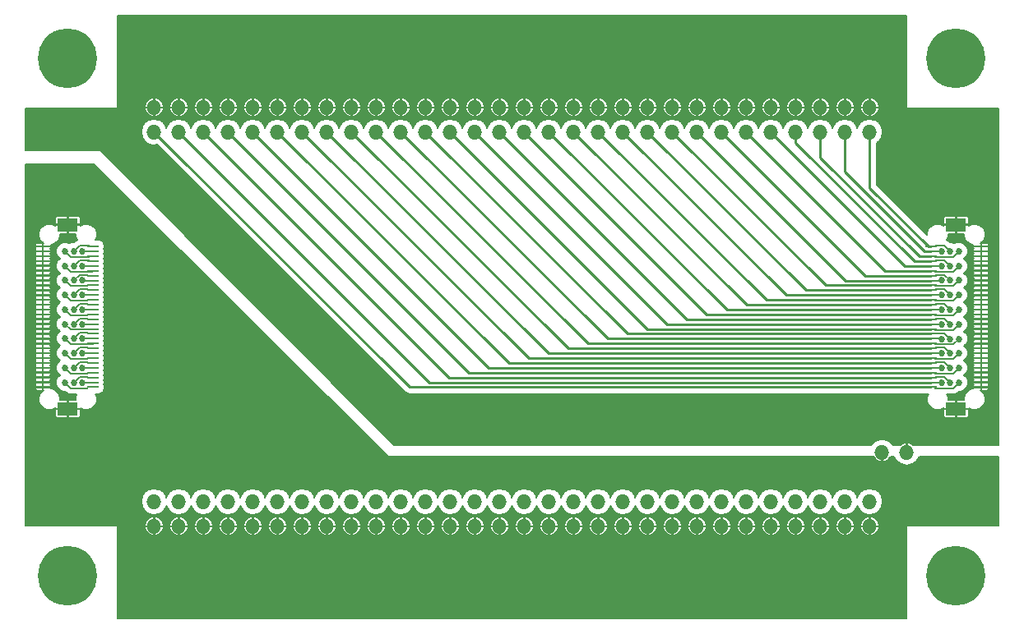
<source format=gbl>
G04 #@! TF.FileFunction,Copper,L4,Bot,Signal*
%FSLAX46Y46*%
G04 Gerber Fmt 4.6, Leading zero omitted, Abs format (unit mm)*
G04 Created by KiCad (PCBNEW (2015-04-19 BZR 5613)-product) date 6/23/2015 7:30:16 PM*
%MOMM*%
G01*
G04 APERTURE LIST*
%ADD10C,0.100000*%
%ADD11O,6.100000X6.100000*%
%ADD12O,1.524000X1.524000*%
%ADD13C,0.685800*%
%ADD14R,2.100000X1.400000*%
%ADD15R,1.150000X0.250000*%
%ADD16C,0.152400*%
%ADD17C,0.254000*%
G04 APERTURE END LIST*
D10*
D11*
X93980000Y-134620000D03*
X93980000Y-81280000D03*
X185420000Y-81280000D03*
X185420000Y-134620000D03*
D12*
X176530000Y-127000000D03*
X173990000Y-127000000D03*
X171450000Y-127000000D03*
X168910000Y-127000000D03*
X166370000Y-127000000D03*
X163830000Y-127000000D03*
X161290000Y-127000000D03*
X158750000Y-127000000D03*
X156210000Y-127000000D03*
X153670000Y-127000000D03*
X151130000Y-127000000D03*
X148590000Y-127000000D03*
X146050000Y-127000000D03*
X143510000Y-127000000D03*
X140970000Y-127000000D03*
X138430000Y-127000000D03*
X135890000Y-127000000D03*
X133350000Y-127000000D03*
X130810000Y-127000000D03*
X128270000Y-127000000D03*
X125730000Y-127000000D03*
X123190000Y-127000000D03*
X120650000Y-127000000D03*
X118110000Y-127000000D03*
X115570000Y-127000000D03*
X113030000Y-127000000D03*
X110490000Y-127000000D03*
X107950000Y-127000000D03*
X105410000Y-127000000D03*
X102870000Y-127000000D03*
X176530000Y-129540000D03*
X173990000Y-129540000D03*
X171450000Y-129540000D03*
X168910000Y-129540000D03*
X166370000Y-129540000D03*
X163830000Y-129540000D03*
X161290000Y-129540000D03*
X158750000Y-129540000D03*
X156210000Y-129540000D03*
X153670000Y-129540000D03*
X151130000Y-129540000D03*
X148590000Y-129540000D03*
X146050000Y-129540000D03*
X143510000Y-129540000D03*
X140970000Y-129540000D03*
X138430000Y-129540000D03*
X135890000Y-129540000D03*
X133350000Y-129540000D03*
X130810000Y-129540000D03*
X128270000Y-129540000D03*
X125730000Y-129540000D03*
X123190000Y-129540000D03*
X120650000Y-129540000D03*
X118110000Y-129540000D03*
X115570000Y-129540000D03*
X113030000Y-129540000D03*
X110490000Y-129540000D03*
X107950000Y-129540000D03*
X105410000Y-129540000D03*
X102870000Y-129540000D03*
X177800000Y-121920000D03*
X180340000Y-121920000D03*
X176530000Y-88900000D03*
X173990000Y-88900000D03*
X171450000Y-88900000D03*
X168910000Y-88900000D03*
X166370000Y-88900000D03*
X163830000Y-88900000D03*
X161290000Y-88900000D03*
X158750000Y-88900000D03*
X156210000Y-88900000D03*
X153670000Y-88900000D03*
X151130000Y-88900000D03*
X148590000Y-88900000D03*
X146050000Y-88900000D03*
X143510000Y-88900000D03*
X140970000Y-88900000D03*
X138430000Y-88900000D03*
X135890000Y-88900000D03*
X133350000Y-88900000D03*
X130810000Y-88900000D03*
X128270000Y-88900000D03*
X125730000Y-88900000D03*
X123190000Y-88900000D03*
X120650000Y-88900000D03*
X118110000Y-88900000D03*
X115570000Y-88900000D03*
X113030000Y-88900000D03*
X110490000Y-88900000D03*
X107950000Y-88900000D03*
X105410000Y-88900000D03*
X102870000Y-88900000D03*
X176530000Y-86360000D03*
X173990000Y-86360000D03*
X171450000Y-86360000D03*
X168910000Y-86360000D03*
X166370000Y-86360000D03*
X163830000Y-86360000D03*
X161290000Y-86360000D03*
X158750000Y-86360000D03*
X156210000Y-86360000D03*
X153670000Y-86360000D03*
X151130000Y-86360000D03*
X148590000Y-86360000D03*
X146050000Y-86360000D03*
X143510000Y-86360000D03*
X140970000Y-86360000D03*
X138430000Y-86360000D03*
X135890000Y-86360000D03*
X133350000Y-86360000D03*
X130810000Y-86360000D03*
X128270000Y-86360000D03*
X125730000Y-86360000D03*
X123190000Y-86360000D03*
X120650000Y-86360000D03*
X118110000Y-86360000D03*
X115570000Y-86360000D03*
X113030000Y-86360000D03*
X110490000Y-86360000D03*
X107950000Y-86360000D03*
X105410000Y-86360000D03*
X102870000Y-86360000D03*
D13*
X93980000Y-98450400D03*
X93980000Y-117449600D03*
X185420000Y-98450400D03*
X185420000Y-117449600D03*
D14*
X93980000Y-117450000D03*
D15*
X96555000Y-100700000D03*
X96555000Y-101200000D03*
X96555000Y-101700000D03*
X96555000Y-102200000D03*
X96555000Y-102700000D03*
X96555000Y-103200000D03*
X96555000Y-103700000D03*
X96555000Y-104200000D03*
X96555000Y-104700000D03*
X96555000Y-105200000D03*
X96555000Y-105700000D03*
X96555000Y-106200000D03*
X96555000Y-106700000D03*
X96555000Y-107200000D03*
X96555000Y-107700000D03*
X96555000Y-108200000D03*
X96555000Y-108700000D03*
X96555000Y-109200000D03*
X96555000Y-109700000D03*
X96555000Y-110200000D03*
X96555000Y-110700000D03*
X96555000Y-111200000D03*
X96555000Y-111700000D03*
X96555000Y-112200000D03*
X96555000Y-112700000D03*
X96555000Y-113200000D03*
X96555000Y-113700000D03*
X96555000Y-114200000D03*
X96555000Y-114700000D03*
X96555000Y-115200000D03*
X91405000Y-100700000D03*
X91405000Y-101200000D03*
X91405000Y-101700000D03*
X91405000Y-102200000D03*
X91405000Y-102700000D03*
X91405000Y-103200000D03*
X91405000Y-103700000D03*
X91405000Y-104200000D03*
X91405000Y-104700000D03*
X91405000Y-105200000D03*
X91405000Y-105700000D03*
X91405000Y-106200000D03*
X91405000Y-106700000D03*
X91405000Y-107200000D03*
X91405000Y-107700000D03*
X91405000Y-108200000D03*
X91405000Y-108700000D03*
X91405000Y-109200000D03*
X91405000Y-109700000D03*
X91405000Y-110200000D03*
X91405000Y-110700000D03*
X91405000Y-111200000D03*
X91405000Y-111700000D03*
X91405000Y-112200000D03*
X91405000Y-112700000D03*
X91405000Y-113200000D03*
X91405000Y-113700000D03*
X91405000Y-114200000D03*
X91405000Y-114700000D03*
X91405000Y-115200000D03*
D14*
X93980000Y-98450000D03*
X185420000Y-117450000D03*
D15*
X187995000Y-100700000D03*
X187995000Y-101200000D03*
X187995000Y-101700000D03*
X187995000Y-102200000D03*
X187995000Y-102700000D03*
X187995000Y-103200000D03*
X187995000Y-103700000D03*
X187995000Y-104200000D03*
X187995000Y-104700000D03*
X187995000Y-105200000D03*
X187995000Y-105700000D03*
X187995000Y-106200000D03*
X187995000Y-106700000D03*
X187995000Y-107200000D03*
X187995000Y-107700000D03*
X187995000Y-108200000D03*
X187995000Y-108700000D03*
X187995000Y-109200000D03*
X187995000Y-109700000D03*
X187995000Y-110200000D03*
X187995000Y-110700000D03*
X187995000Y-111200000D03*
X187995000Y-111700000D03*
X187995000Y-112200000D03*
X187995000Y-112700000D03*
X187995000Y-113200000D03*
X187995000Y-113700000D03*
X187995000Y-114200000D03*
X187995000Y-114700000D03*
X187995000Y-115200000D03*
X182845000Y-100700000D03*
X182845000Y-101200000D03*
X182845000Y-101700000D03*
X182845000Y-102200000D03*
X182845000Y-102700000D03*
X182845000Y-103200000D03*
X182845000Y-103700000D03*
X182845000Y-104200000D03*
X182845000Y-104700000D03*
X182845000Y-105200000D03*
X182845000Y-105700000D03*
X182845000Y-106200000D03*
X182845000Y-106700000D03*
X182845000Y-107200000D03*
X182845000Y-107700000D03*
X182845000Y-108200000D03*
X182845000Y-108700000D03*
X182845000Y-109200000D03*
X182845000Y-109700000D03*
X182845000Y-110200000D03*
X182845000Y-110700000D03*
X182845000Y-111200000D03*
X182845000Y-111700000D03*
X182845000Y-112200000D03*
X182845000Y-112700000D03*
X182845000Y-113200000D03*
X182845000Y-113700000D03*
X182845000Y-114200000D03*
X182845000Y-114700000D03*
X182845000Y-115200000D03*
D14*
X185420000Y-98450000D03*
D13*
X94589600Y-101193600D03*
X95478600Y-101193592D03*
X93700600Y-101193600D03*
X94589600Y-102692200D03*
X95478600Y-102692200D03*
X93700600Y-102692200D03*
X94589600Y-104190802D03*
X95478600Y-104190800D03*
X93700604Y-104190800D03*
X94589600Y-105689398D03*
X95478600Y-105689396D03*
X93700600Y-105689400D03*
X94589600Y-107188000D03*
X95478600Y-107188000D03*
X93700600Y-107188000D03*
X94589600Y-108686602D03*
X95478600Y-108686596D03*
X93700600Y-108686600D03*
X94589600Y-110185200D03*
X95478606Y-110185219D03*
X93700606Y-110185200D03*
X94589602Y-111709198D03*
X95478600Y-111709204D03*
X93700600Y-111709204D03*
X94589600Y-113207800D03*
X95478600Y-113207800D03*
X93700600Y-113207800D03*
X94589596Y-114706400D03*
X95478600Y-114706400D03*
X93700600Y-114706400D03*
X184810400Y-101193600D03*
X183921400Y-101193600D03*
X185699400Y-101193600D03*
X184810400Y-102692200D03*
X183921400Y-102692200D03*
X185699400Y-102692200D03*
X184810400Y-104190800D03*
X183921400Y-104190800D03*
X185699400Y-104190800D03*
X184810400Y-105689400D03*
X183921400Y-105689400D03*
X185699404Y-105689400D03*
X184810400Y-107188000D03*
X183921400Y-107188000D03*
X185699400Y-107188000D03*
X184810400Y-108712000D03*
X183921400Y-108712000D03*
X185699400Y-108712000D03*
X184810400Y-110210600D03*
X183921394Y-110210600D03*
X185699400Y-110210600D03*
X184810396Y-111709200D03*
X183921400Y-111709200D03*
X185699400Y-111709200D03*
X184810400Y-113207800D03*
X183921400Y-113207800D03*
X185699400Y-113207800D03*
X184810400Y-114706406D03*
X183921400Y-114706400D03*
X185699400Y-114706404D03*
D16*
X96555000Y-100700000D02*
X96229600Y-100700000D01*
X96229600Y-100700000D02*
X96139000Y-100609400D01*
X96139000Y-100609400D02*
X95173800Y-100609400D01*
X95173800Y-100609400D02*
X94589600Y-101193600D01*
X95485008Y-101200000D02*
X95478600Y-101193592D01*
X96555000Y-101200000D02*
X95485008Y-101200000D01*
X96555000Y-101700000D02*
X96216800Y-101700000D01*
X96216800Y-101700000D02*
X96139000Y-101777800D01*
X96139000Y-101777800D02*
X94284800Y-101777800D01*
X94284800Y-101777800D02*
X93700600Y-101193600D01*
X96528000Y-101727000D02*
X96555000Y-101700000D01*
X96520000Y-101727000D02*
X96528000Y-101727000D01*
X96506752Y-101713752D02*
X96520000Y-101727000D01*
X96555000Y-102200000D02*
X96231000Y-102200000D01*
X96231000Y-102200000D02*
X96139000Y-102108000D01*
X96139000Y-102108000D02*
X95173800Y-102108000D01*
X95173800Y-102108000D02*
X94589600Y-102692200D01*
X96555000Y-102700000D02*
X95486400Y-102700000D01*
X95486400Y-102700000D02*
X95478600Y-102692200D01*
X96555000Y-103200000D02*
X96478600Y-103276400D01*
X96478600Y-103276400D02*
X94284800Y-103276400D01*
X94284800Y-103276400D02*
X93700600Y-102692200D01*
X96555000Y-103700000D02*
X96080000Y-103700000D01*
X96080000Y-103700000D02*
X95986600Y-103606600D01*
X95986600Y-103606600D02*
X95173802Y-103606600D01*
X95173802Y-103606600D02*
X94589600Y-104190802D01*
X96496000Y-103759000D02*
X96555000Y-103700000D01*
X95487800Y-104200000D02*
X95478600Y-104190800D01*
X96555000Y-104200000D02*
X95487800Y-104200000D01*
X96555000Y-104700000D02*
X96061600Y-104700000D01*
X96061600Y-104700000D02*
X95986600Y-104775000D01*
X95986600Y-104775000D02*
X94284804Y-104775000D01*
X94284804Y-104775000D02*
X93700604Y-104190800D01*
X96555000Y-105200000D02*
X96081400Y-105200000D01*
X96081400Y-105200000D02*
X95986600Y-105105200D01*
X95986600Y-105105200D02*
X95173798Y-105105200D01*
X95173798Y-105105200D02*
X94589600Y-105689398D01*
X96555000Y-105700000D02*
X95489204Y-105700000D01*
X95489204Y-105700000D02*
X95478600Y-105689396D01*
X96555000Y-106200000D02*
X96060200Y-106200000D01*
X96060200Y-106200000D02*
X95986600Y-106273600D01*
X95986600Y-106273600D02*
X94284800Y-106273600D01*
X94284800Y-106273600D02*
X93700600Y-105689400D01*
X96555000Y-106700000D02*
X96082800Y-106700000D01*
X96082800Y-106700000D02*
X95986600Y-106603800D01*
X95986600Y-106603800D02*
X95173800Y-106603800D01*
X95173800Y-106603800D02*
X94589600Y-107188000D01*
X96555000Y-107200000D02*
X95490600Y-107200000D01*
X95490600Y-107200000D02*
X95478600Y-107188000D01*
X96555000Y-107700000D02*
X96533600Y-107721400D01*
X96533600Y-107721400D02*
X96037400Y-107721400D01*
X96037400Y-107721400D02*
X95986600Y-107772200D01*
X95986600Y-107772200D02*
X94284800Y-107772200D01*
X94284800Y-107772200D02*
X93700600Y-107188000D01*
X96555000Y-108200000D02*
X96058800Y-108200000D01*
X96058800Y-108200000D02*
X95961200Y-108102400D01*
X95961200Y-108102400D02*
X95173802Y-108102400D01*
X95173802Y-108102400D02*
X94589600Y-108686602D01*
X96555000Y-108700000D02*
X95492004Y-108700000D01*
X95492004Y-108700000D02*
X95478600Y-108686596D01*
X96555000Y-109200000D02*
X96057400Y-109200000D01*
X96057400Y-109200000D02*
X95986600Y-109270800D01*
X95986600Y-109270800D02*
X94284800Y-109270800D01*
X94284800Y-109270800D02*
X93700600Y-108686600D01*
X96555000Y-109700000D02*
X96085600Y-109700000D01*
X96085600Y-109700000D02*
X95986600Y-109601000D01*
X95986600Y-109601000D02*
X95173800Y-109601000D01*
X95173800Y-109601000D02*
X94589600Y-110185200D01*
X96555000Y-110200000D02*
X95493387Y-110200000D01*
X95493387Y-110200000D02*
X95478606Y-110185219D01*
X96555000Y-110700000D02*
X96536400Y-110718600D01*
X96536400Y-110718600D02*
X96037400Y-110718600D01*
X96037400Y-110718600D02*
X95986600Y-110769400D01*
X95986600Y-110769400D02*
X94284806Y-110769400D01*
X94284806Y-110769400D02*
X93700606Y-110185200D01*
X96555000Y-111200000D02*
X96061600Y-111200000D01*
X96061600Y-111200000D02*
X95986600Y-111125000D01*
X95986600Y-111125000D02*
X95173800Y-111125000D01*
X95173800Y-111125000D02*
X94589602Y-111709198D01*
X96555000Y-111700000D02*
X95487804Y-111700000D01*
X95487804Y-111700000D02*
X95478600Y-111709204D01*
X96555000Y-112200000D02*
X96080000Y-112200000D01*
X96080000Y-112200000D02*
X95986600Y-112293400D01*
X95986600Y-112293400D02*
X94284796Y-112293400D01*
X94284796Y-112293400D02*
X93700600Y-111709204D01*
X96555000Y-112700000D02*
X96063000Y-112700000D01*
X96063000Y-112700000D02*
X95986600Y-112623600D01*
X95986600Y-112623600D02*
X95173800Y-112623600D01*
X95173800Y-112623600D02*
X94589600Y-113207800D01*
X96555000Y-113200000D02*
X95486400Y-113200000D01*
X95486400Y-113200000D02*
X95478600Y-113207800D01*
X110490000Y-126907600D02*
X110490000Y-127000000D01*
X96555000Y-113700000D02*
X96539200Y-113715800D01*
X96539200Y-113715800D02*
X96012000Y-113715800D01*
X96012000Y-113715800D02*
X95935800Y-113792000D01*
X95935800Y-113792000D02*
X94284800Y-113792000D01*
X94284800Y-113792000D02*
X93700600Y-113207800D01*
X96555000Y-114200000D02*
X96064400Y-114200000D01*
X96064400Y-114200000D02*
X95986600Y-114122200D01*
X95986600Y-114122200D02*
X95173796Y-114122200D01*
X95173796Y-114122200D02*
X94589596Y-114706400D01*
X96555000Y-114700000D02*
X95485000Y-114700000D01*
X95485000Y-114700000D02*
X95478600Y-114706400D01*
X96555000Y-115200000D02*
X96051800Y-115200000D01*
X96051800Y-115200000D02*
X95961200Y-115290600D01*
X95961200Y-115290600D02*
X94284800Y-115290600D01*
X94284800Y-115290600D02*
X93700600Y-114706400D01*
D17*
X182845000Y-100700000D02*
X182589600Y-100700000D01*
X182589600Y-100700000D02*
X176530000Y-94640400D01*
X176530000Y-94640400D02*
X176530000Y-88900000D01*
D16*
X182845000Y-100700000D02*
X183170400Y-100700000D01*
X183170400Y-100700000D02*
X183261000Y-100609400D01*
X183261000Y-100609400D02*
X184226200Y-100609400D01*
X184226200Y-100609400D02*
X184810400Y-101193600D01*
D17*
X182845000Y-101200000D02*
X182200600Y-101200000D01*
X182200600Y-101200000D02*
X173990000Y-92989400D01*
X173990000Y-92989400D02*
X173990000Y-88900000D01*
D16*
X183915000Y-101200000D02*
X183921400Y-101193600D01*
X182845000Y-101200000D02*
X183915000Y-101200000D01*
D17*
X182845000Y-101700000D02*
X181633800Y-101700000D01*
X181633800Y-101700000D02*
X171450000Y-91516200D01*
X171450000Y-91516200D02*
X171450000Y-88900000D01*
D16*
X182845000Y-101700000D02*
X182846600Y-101701600D01*
X182846600Y-101701600D02*
X183184800Y-101701600D01*
X183184800Y-101701600D02*
X183261000Y-101777800D01*
X183261000Y-101777800D02*
X185115200Y-101777800D01*
X185115200Y-101777800D02*
X185699400Y-101193600D01*
D17*
X182845000Y-102200000D02*
X181132370Y-102200000D01*
X181132370Y-102200000D02*
X168910000Y-89977630D01*
X168910000Y-89977630D02*
X168910000Y-88900000D01*
D16*
X182845000Y-102200000D02*
X182860800Y-102184200D01*
X182860800Y-102184200D02*
X183210200Y-102184200D01*
X183210200Y-102184200D02*
X183286400Y-102108000D01*
X183286400Y-102108000D02*
X184226200Y-102108000D01*
X184226200Y-102108000D02*
X184810400Y-102692200D01*
D17*
X182845000Y-102700000D02*
X180170000Y-102700000D01*
X180170000Y-102700000D02*
X166370000Y-88900000D01*
D16*
X182845000Y-102700000D02*
X183913600Y-102700000D01*
X183913600Y-102700000D02*
X183921400Y-102692200D01*
D17*
X182845000Y-103200000D02*
X178130000Y-103200000D01*
X178130000Y-103200000D02*
X163830000Y-88900000D01*
D16*
X182845000Y-103200000D02*
X182896000Y-103251000D01*
X182896000Y-103251000D02*
X183235600Y-103251000D01*
X183235600Y-103251000D02*
X183261000Y-103276400D01*
X183261000Y-103276400D02*
X185115200Y-103276400D01*
X185115200Y-103276400D02*
X185699400Y-102692200D01*
D17*
X182845000Y-103700000D02*
X176090000Y-103700000D01*
X176090000Y-103700000D02*
X161290000Y-88900000D01*
D16*
X182845000Y-103700000D02*
X183167600Y-103700000D01*
X183167600Y-103700000D02*
X183261000Y-103606600D01*
X183261000Y-103606600D02*
X184226200Y-103606600D01*
X184226200Y-103606600D02*
X184810400Y-104190800D01*
D17*
X182845000Y-104200000D02*
X174050000Y-104200000D01*
X174050000Y-104200000D02*
X158750000Y-88900000D01*
D16*
X183912200Y-104200000D02*
X183921400Y-104190800D01*
X182845000Y-104200000D02*
X183912200Y-104200000D01*
D17*
X182845000Y-104700000D02*
X172010000Y-104700000D01*
X172010000Y-104700000D02*
X156210000Y-88900000D01*
D16*
X182845000Y-104700000D02*
X183186000Y-104700000D01*
X183186000Y-104700000D02*
X183261000Y-104775000D01*
X183261000Y-104775000D02*
X185115200Y-104775000D01*
X185115200Y-104775000D02*
X185699400Y-104190800D01*
D17*
X182845000Y-105200000D02*
X169970000Y-105200000D01*
X169970000Y-105200000D02*
X153670000Y-88900000D01*
D16*
X182845000Y-105200000D02*
X183191600Y-105200000D01*
X183191600Y-105200000D02*
X183286400Y-105105200D01*
X183286400Y-105105200D02*
X184226200Y-105105200D01*
X184226200Y-105105200D02*
X184810400Y-105689400D01*
D17*
X182845000Y-105700000D02*
X167930000Y-105700000D01*
X167930000Y-105700000D02*
X151130000Y-88900000D01*
D16*
X182845000Y-105700000D02*
X183910800Y-105700000D01*
X183910800Y-105700000D02*
X183921400Y-105689400D01*
D17*
X182845000Y-106200000D02*
X165890000Y-106200000D01*
X165890000Y-106200000D02*
X148590000Y-88900000D01*
D16*
X182845000Y-106200000D02*
X183187400Y-106200000D01*
X183187400Y-106200000D02*
X183261000Y-106273600D01*
X183261000Y-106273600D02*
X185115204Y-106273600D01*
X185115204Y-106273600D02*
X185699404Y-105689400D01*
D17*
X182845000Y-106700000D02*
X163850000Y-106700000D01*
X163850000Y-106700000D02*
X146050000Y-88900000D01*
D16*
X184810400Y-107188000D02*
X184226200Y-106603800D01*
X184226200Y-106603800D02*
X183286400Y-106603800D01*
X183286400Y-106603800D02*
X183210200Y-106680000D01*
X183210200Y-106680000D02*
X182865000Y-106680000D01*
X182865000Y-106680000D02*
X182845000Y-106700000D01*
D17*
X182845000Y-107200000D02*
X161810000Y-107200000D01*
X161810000Y-107200000D02*
X143510000Y-88900000D01*
D16*
X182845000Y-107200000D02*
X183909400Y-107200000D01*
X183909400Y-107200000D02*
X183921400Y-107188000D01*
D17*
X182845000Y-107700000D02*
X159770000Y-107700000D01*
X159770000Y-107700000D02*
X140970000Y-88900000D01*
D16*
X182845000Y-107700000D02*
X183188800Y-107700000D01*
X183188800Y-107700000D02*
X183261000Y-107772200D01*
X183261000Y-107772200D02*
X185115200Y-107772200D01*
X185115200Y-107772200D02*
X185699400Y-107188000D01*
D17*
X182845000Y-108200000D02*
X157730000Y-108200000D01*
X157730000Y-108200000D02*
X138430000Y-88900000D01*
D16*
X182845000Y-108200000D02*
X183214200Y-108200000D01*
X183214200Y-108200000D02*
X183286400Y-108127800D01*
X183286400Y-108127800D02*
X184226200Y-108127800D01*
X184226200Y-108127800D02*
X184810400Y-108712000D01*
D17*
X182845000Y-108700000D02*
X155690000Y-108700000D01*
X155690000Y-108700000D02*
X135890000Y-88900000D01*
D16*
X183909400Y-108700000D02*
X183921400Y-108712000D01*
X182845000Y-108700000D02*
X183909400Y-108700000D01*
D17*
X182845000Y-109200000D02*
X153650000Y-109200000D01*
X153650000Y-109200000D02*
X133350000Y-88900000D01*
D16*
X182845000Y-109200000D02*
X183164800Y-109200000D01*
X183164800Y-109200000D02*
X183261000Y-109296200D01*
X183261000Y-109296200D02*
X185115200Y-109296200D01*
X185115200Y-109296200D02*
X185699400Y-108712000D01*
D17*
X182845000Y-109700000D02*
X151610000Y-109700000D01*
X151610000Y-109700000D02*
X130810000Y-88900000D01*
D16*
X182845000Y-109700000D02*
X183212800Y-109700000D01*
X183212800Y-109700000D02*
X183286400Y-109626400D01*
X183286400Y-109626400D02*
X184226200Y-109626400D01*
X184226200Y-109626400D02*
X184810400Y-110210600D01*
D17*
X182845000Y-110200000D02*
X149570000Y-110200000D01*
X149570000Y-110200000D02*
X128270000Y-88900000D01*
D16*
X183910794Y-110200000D02*
X183921394Y-110210600D01*
X182845000Y-110200000D02*
X183910794Y-110200000D01*
D17*
X182845000Y-110700000D02*
X147530000Y-110700000D01*
X147530000Y-110700000D02*
X125730000Y-88900000D01*
D16*
X182845000Y-110700000D02*
X183166200Y-110700000D01*
X183166200Y-110700000D02*
X183261000Y-110794800D01*
X183261000Y-110794800D02*
X185115200Y-110794800D01*
X185115200Y-110794800D02*
X185699400Y-110210600D01*
D17*
X182845000Y-111200000D02*
X145490000Y-111200000D01*
X145490000Y-111200000D02*
X123190000Y-88900000D01*
D16*
X182845000Y-111200000D02*
X183186000Y-111200000D01*
X183186000Y-111200000D02*
X183261000Y-111125000D01*
X183261000Y-111125000D02*
X184226196Y-111125000D01*
X184226196Y-111125000D02*
X184810396Y-111709200D01*
D17*
X182845000Y-111700000D02*
X143450000Y-111700000D01*
X143450000Y-111700000D02*
X120650000Y-88900000D01*
D16*
X183912200Y-111700000D02*
X183921400Y-111709200D01*
X182845000Y-111700000D02*
X183912200Y-111700000D01*
D17*
X182845000Y-112200000D02*
X141410000Y-112200000D01*
X141410000Y-112200000D02*
X118110000Y-88900000D01*
D16*
X182845000Y-112200000D02*
X183167600Y-112200000D01*
X183167600Y-112200000D02*
X183261000Y-112293400D01*
X183261000Y-112293400D02*
X185115200Y-112293400D01*
X185115200Y-112293400D02*
X185699400Y-111709200D01*
D17*
X182845000Y-112700000D02*
X139370000Y-112700000D01*
X139370000Y-112700000D02*
X115570000Y-88900000D01*
D16*
X182845000Y-112700000D02*
X183184600Y-112700000D01*
X183184600Y-112700000D02*
X183261000Y-112623600D01*
X183261000Y-112623600D02*
X184226200Y-112623600D01*
X184226200Y-112623600D02*
X184810400Y-113207800D01*
D17*
X182845000Y-113200000D02*
X137330000Y-113200000D01*
X137330000Y-113200000D02*
X113030000Y-88900000D01*
D16*
X182845000Y-113200000D02*
X183913600Y-113200000D01*
X183913600Y-113200000D02*
X183921400Y-113207800D01*
D17*
X182845000Y-113700000D02*
X135290000Y-113700000D01*
X135290000Y-113700000D02*
X110490000Y-88900000D01*
D16*
X182845000Y-113700000D02*
X183169000Y-113700000D01*
X183169000Y-113700000D02*
X183261000Y-113792000D01*
X183261000Y-113792000D02*
X185115200Y-113792000D01*
X185115200Y-113792000D02*
X185699400Y-113207800D01*
D17*
X182845000Y-114200000D02*
X133250000Y-114200000D01*
X133250000Y-114200000D02*
X107950000Y-88900000D01*
D16*
X182845000Y-114200000D02*
X183208600Y-114200000D01*
X183208600Y-114200000D02*
X183286400Y-114122200D01*
X183286400Y-114122200D02*
X184226194Y-114122200D01*
X184226194Y-114122200D02*
X184810400Y-114706406D01*
D17*
X182845000Y-114700000D02*
X131210000Y-114700000D01*
X131210000Y-114700000D02*
X105410000Y-88900000D01*
D16*
X182845000Y-114700000D02*
X183915000Y-114700000D01*
X183915000Y-114700000D02*
X183921400Y-114706400D01*
D17*
X182845000Y-115200000D02*
X129170000Y-115200000D01*
X129170000Y-115200000D02*
X102870000Y-88900000D01*
D16*
X182845000Y-115200000D02*
X183145000Y-115200000D01*
X183145000Y-115200000D02*
X183235600Y-115290600D01*
X183235600Y-115290600D02*
X185115204Y-115290600D01*
X185115204Y-115290600D02*
X185699400Y-114706404D01*
G36*
X185470063Y-98464542D02*
X185459206Y-98475400D01*
X185445400Y-98475400D01*
X185445400Y-98489206D01*
X185434142Y-98500463D01*
X185420000Y-98486321D01*
X185405857Y-98500463D01*
X185394600Y-98489206D01*
X185394600Y-98475400D01*
X185380794Y-98475400D01*
X185369936Y-98464542D01*
X185384079Y-98450400D01*
X185369936Y-98436257D01*
X185381594Y-98424600D01*
X185394600Y-98424600D01*
X185394600Y-98411594D01*
X185405857Y-98400336D01*
X185420000Y-98414479D01*
X185434142Y-98400336D01*
X185445400Y-98411594D01*
X185445400Y-98424600D01*
X185458406Y-98424600D01*
X185470063Y-98436257D01*
X185455921Y-98450400D01*
X185470063Y-98464542D01*
X185470063Y-98464542D01*
G37*
X185470063Y-98464542D02*
X185459206Y-98475400D01*
X185445400Y-98475400D01*
X185445400Y-98489206D01*
X185434142Y-98500463D01*
X185420000Y-98486321D01*
X185405857Y-98500463D01*
X185394600Y-98489206D01*
X185394600Y-98475400D01*
X185380794Y-98475400D01*
X185369936Y-98464542D01*
X185384079Y-98450400D01*
X185369936Y-98436257D01*
X185381594Y-98424600D01*
X185394600Y-98424600D01*
X185394600Y-98411594D01*
X185405857Y-98400336D01*
X185420000Y-98414479D01*
X185434142Y-98400336D01*
X185445400Y-98411594D01*
X185445400Y-98424600D01*
X185458406Y-98424600D01*
X185470063Y-98436257D01*
X185455921Y-98450400D01*
X185470063Y-98464542D01*
G36*
X185470063Y-117463742D02*
X185458406Y-117475400D01*
X185445400Y-117475400D01*
X185445400Y-117488406D01*
X185434142Y-117499663D01*
X185420000Y-117485521D01*
X185405857Y-117499663D01*
X185394600Y-117488406D01*
X185394600Y-117475400D01*
X185381594Y-117475400D01*
X185369936Y-117463742D01*
X185384079Y-117449600D01*
X185369936Y-117435457D01*
X185380794Y-117424600D01*
X185394600Y-117424600D01*
X185394600Y-117410794D01*
X185405857Y-117399536D01*
X185420000Y-117413679D01*
X185434142Y-117399536D01*
X185445400Y-117410794D01*
X185445400Y-117424600D01*
X185459206Y-117424600D01*
X185470063Y-117435457D01*
X185455921Y-117449600D01*
X185470063Y-117463742D01*
X185470063Y-117463742D01*
G37*
X185470063Y-117463742D02*
X185458406Y-117475400D01*
X185445400Y-117475400D01*
X185445400Y-117488406D01*
X185434142Y-117499663D01*
X185420000Y-117485521D01*
X185405857Y-117499663D01*
X185394600Y-117488406D01*
X185394600Y-117475400D01*
X185381594Y-117475400D01*
X185369936Y-117463742D01*
X185384079Y-117449600D01*
X185369936Y-117435457D01*
X185380794Y-117424600D01*
X185394600Y-117424600D01*
X185394600Y-117410794D01*
X185405857Y-117399536D01*
X185420000Y-117413679D01*
X185434142Y-117399536D01*
X185445400Y-117410794D01*
X185445400Y-117424600D01*
X185459206Y-117424600D01*
X185470063Y-117435457D01*
X185455921Y-117449600D01*
X185470063Y-117463742D01*
G36*
X189814200Y-121208800D02*
X188798600Y-121208800D01*
X188798600Y-115370472D01*
X188798600Y-115282550D01*
X188798600Y-115117450D01*
X188798600Y-115029528D01*
X188765657Y-114950000D01*
X188798600Y-114870472D01*
X188798600Y-114782550D01*
X188798600Y-114617450D01*
X188798600Y-114529528D01*
X188765657Y-114450000D01*
X188798600Y-114370472D01*
X188798600Y-114282550D01*
X188798600Y-114117450D01*
X188798600Y-114029528D01*
X188765657Y-113950000D01*
X188798600Y-113870472D01*
X188798600Y-113782550D01*
X188798600Y-113617450D01*
X188798600Y-113529528D01*
X188765657Y-113450000D01*
X188798600Y-113370472D01*
X188798600Y-113282550D01*
X188798600Y-113117450D01*
X188798600Y-113029528D01*
X188765657Y-112950000D01*
X188798600Y-112870472D01*
X188798600Y-112782550D01*
X188798600Y-112617450D01*
X188798600Y-112529528D01*
X188765657Y-112450000D01*
X188798600Y-112370472D01*
X188798600Y-112282550D01*
X188798600Y-112117450D01*
X188798600Y-112029528D01*
X188765657Y-111950000D01*
X188798600Y-111870472D01*
X188798600Y-111782550D01*
X188798600Y-111617450D01*
X188798600Y-111529528D01*
X188765657Y-111450000D01*
X188798600Y-111370472D01*
X188798600Y-111282550D01*
X188798600Y-111117450D01*
X188798600Y-111029528D01*
X188765657Y-110950000D01*
X188798600Y-110870472D01*
X188798600Y-110782550D01*
X188798600Y-110617450D01*
X188798600Y-110529528D01*
X188765657Y-110450000D01*
X188798600Y-110370472D01*
X188798600Y-110282550D01*
X188798600Y-110117450D01*
X188798600Y-110029528D01*
X188765657Y-109950000D01*
X188798600Y-109870472D01*
X188798600Y-109782550D01*
X188798600Y-109617450D01*
X188798600Y-109529528D01*
X188765657Y-109450000D01*
X188798600Y-109370472D01*
X188798600Y-109282550D01*
X188798600Y-109117450D01*
X188798600Y-109029528D01*
X188765657Y-108950000D01*
X188798600Y-108870472D01*
X188798600Y-108782550D01*
X188798600Y-108617450D01*
X188798600Y-108529528D01*
X188765657Y-108450000D01*
X188798600Y-108370472D01*
X188798600Y-108282550D01*
X188798600Y-108117450D01*
X188798600Y-108029528D01*
X188765657Y-107950000D01*
X188798600Y-107870472D01*
X188798600Y-107782550D01*
X188798600Y-107617450D01*
X188798600Y-107529528D01*
X188765657Y-107450000D01*
X188798600Y-107370472D01*
X188798600Y-107282550D01*
X188798600Y-107117450D01*
X188798600Y-107029528D01*
X188765657Y-106950000D01*
X188798600Y-106870472D01*
X188798600Y-106782550D01*
X188798600Y-106617450D01*
X188798600Y-106529528D01*
X188765657Y-106450000D01*
X188798600Y-106370472D01*
X188798600Y-106282550D01*
X188798600Y-106117450D01*
X188798600Y-106029528D01*
X188765657Y-105950000D01*
X188798600Y-105870472D01*
X188798600Y-105782550D01*
X188798600Y-105617450D01*
X188798600Y-105529528D01*
X188765657Y-105450000D01*
X188798600Y-105370472D01*
X188798600Y-105282550D01*
X188798600Y-105117450D01*
X188798600Y-105029528D01*
X188765657Y-104950000D01*
X188798600Y-104870472D01*
X188798600Y-104782550D01*
X188798600Y-104617450D01*
X188798600Y-104529528D01*
X188765657Y-104450000D01*
X188798600Y-104370472D01*
X188798600Y-104282550D01*
X188798600Y-104117450D01*
X188798600Y-104029528D01*
X188765657Y-103950000D01*
X188798600Y-103870472D01*
X188798600Y-103782550D01*
X188798600Y-103617450D01*
X188798600Y-103529528D01*
X188765657Y-103450000D01*
X188798600Y-103370472D01*
X188798600Y-103282550D01*
X188798600Y-103117450D01*
X188798600Y-103029528D01*
X188765657Y-102950000D01*
X188798600Y-102870472D01*
X188798600Y-102782550D01*
X188798600Y-102617450D01*
X188798600Y-102529528D01*
X188765657Y-102450000D01*
X188798600Y-102370472D01*
X188798600Y-102282550D01*
X188798600Y-102117450D01*
X188798600Y-102029528D01*
X188765657Y-101950000D01*
X188798600Y-101870472D01*
X188798600Y-101782550D01*
X188798600Y-101617450D01*
X188798600Y-101529528D01*
X188765657Y-101450000D01*
X188798600Y-101370472D01*
X188798600Y-101282550D01*
X188798600Y-101117450D01*
X188798600Y-101029528D01*
X188765657Y-100950000D01*
X188798600Y-100870472D01*
X188798600Y-100782550D01*
X188798600Y-100617450D01*
X188798600Y-100529528D01*
X188763797Y-100445508D01*
X188699491Y-100381202D01*
X188615471Y-100346400D01*
X188077550Y-100346400D01*
X188020400Y-100403550D01*
X188020400Y-100674600D01*
X188741450Y-100674600D01*
X188798600Y-100617450D01*
X188798600Y-100782550D01*
X188741450Y-100725400D01*
X188020400Y-100725400D01*
X188020400Y-100903550D01*
X188020400Y-100996450D01*
X188020400Y-101174600D01*
X188741450Y-101174600D01*
X188798600Y-101117450D01*
X188798600Y-101282550D01*
X188741450Y-101225400D01*
X188020400Y-101225400D01*
X188020400Y-101403550D01*
X188020400Y-101496450D01*
X188020400Y-101674600D01*
X188741450Y-101674600D01*
X188798600Y-101617450D01*
X188798600Y-101782550D01*
X188741450Y-101725400D01*
X188020400Y-101725400D01*
X188020400Y-101903550D01*
X188020400Y-101996450D01*
X188020400Y-102174600D01*
X188741450Y-102174600D01*
X188798600Y-102117450D01*
X188798600Y-102282550D01*
X188741450Y-102225400D01*
X188020400Y-102225400D01*
X188020400Y-102403550D01*
X188020400Y-102496450D01*
X188020400Y-102674600D01*
X188741450Y-102674600D01*
X188798600Y-102617450D01*
X188798600Y-102782550D01*
X188741450Y-102725400D01*
X188020400Y-102725400D01*
X188020400Y-102903550D01*
X188020400Y-102996450D01*
X188020400Y-103174600D01*
X188741450Y-103174600D01*
X188798600Y-103117450D01*
X188798600Y-103282550D01*
X188741450Y-103225400D01*
X188020400Y-103225400D01*
X188020400Y-103403550D01*
X188020400Y-103496450D01*
X188020400Y-103674600D01*
X188741450Y-103674600D01*
X188798600Y-103617450D01*
X188798600Y-103782550D01*
X188741450Y-103725400D01*
X188020400Y-103725400D01*
X188020400Y-103903550D01*
X188020400Y-103996450D01*
X188020400Y-104174600D01*
X188741450Y-104174600D01*
X188798600Y-104117450D01*
X188798600Y-104282550D01*
X188741450Y-104225400D01*
X188020400Y-104225400D01*
X188020400Y-104403550D01*
X188020400Y-104496450D01*
X188020400Y-104674600D01*
X188741450Y-104674600D01*
X188798600Y-104617450D01*
X188798600Y-104782550D01*
X188741450Y-104725400D01*
X188020400Y-104725400D01*
X188020400Y-104903550D01*
X188020400Y-104996450D01*
X188020400Y-105174600D01*
X188741450Y-105174600D01*
X188798600Y-105117450D01*
X188798600Y-105282550D01*
X188741450Y-105225400D01*
X188020400Y-105225400D01*
X188020400Y-105403550D01*
X188020400Y-105496450D01*
X188020400Y-105674600D01*
X188741450Y-105674600D01*
X188798600Y-105617450D01*
X188798600Y-105782550D01*
X188741450Y-105725400D01*
X188020400Y-105725400D01*
X188020400Y-105903550D01*
X188020400Y-105996450D01*
X188020400Y-106174600D01*
X188741450Y-106174600D01*
X188798600Y-106117450D01*
X188798600Y-106282550D01*
X188741450Y-106225400D01*
X188020400Y-106225400D01*
X188020400Y-106403550D01*
X188020400Y-106496450D01*
X188020400Y-106674600D01*
X188741450Y-106674600D01*
X188798600Y-106617450D01*
X188798600Y-106782550D01*
X188741450Y-106725400D01*
X188020400Y-106725400D01*
X188020400Y-106903550D01*
X188020400Y-106996450D01*
X188020400Y-107174600D01*
X188741450Y-107174600D01*
X188798600Y-107117450D01*
X188798600Y-107282550D01*
X188741450Y-107225400D01*
X188020400Y-107225400D01*
X188020400Y-107403550D01*
X188020400Y-107496450D01*
X188020400Y-107674600D01*
X188741450Y-107674600D01*
X188798600Y-107617450D01*
X188798600Y-107782550D01*
X188741450Y-107725400D01*
X188020400Y-107725400D01*
X188020400Y-107903550D01*
X188020400Y-107996450D01*
X188020400Y-108174600D01*
X188741450Y-108174600D01*
X188798600Y-108117450D01*
X188798600Y-108282550D01*
X188741450Y-108225400D01*
X188020400Y-108225400D01*
X188020400Y-108403550D01*
X188020400Y-108496450D01*
X188020400Y-108674600D01*
X188741450Y-108674600D01*
X188798600Y-108617450D01*
X188798600Y-108782550D01*
X188741450Y-108725400D01*
X188020400Y-108725400D01*
X188020400Y-108903550D01*
X188020400Y-108996450D01*
X188020400Y-109174600D01*
X188741450Y-109174600D01*
X188798600Y-109117450D01*
X188798600Y-109282550D01*
X188741450Y-109225400D01*
X188020400Y-109225400D01*
X188020400Y-109403550D01*
X188020400Y-109496450D01*
X188020400Y-109674600D01*
X188741450Y-109674600D01*
X188798600Y-109617450D01*
X188798600Y-109782550D01*
X188741450Y-109725400D01*
X188020400Y-109725400D01*
X188020400Y-109903550D01*
X188020400Y-109996450D01*
X188020400Y-110174600D01*
X188741450Y-110174600D01*
X188798600Y-110117450D01*
X188798600Y-110282550D01*
X188741450Y-110225400D01*
X188020400Y-110225400D01*
X188020400Y-110403550D01*
X188020400Y-110496450D01*
X188020400Y-110674600D01*
X188741450Y-110674600D01*
X188798600Y-110617450D01*
X188798600Y-110782550D01*
X188741450Y-110725400D01*
X188020400Y-110725400D01*
X188020400Y-110903550D01*
X188020400Y-110996450D01*
X188020400Y-111174600D01*
X188741450Y-111174600D01*
X188798600Y-111117450D01*
X188798600Y-111282550D01*
X188741450Y-111225400D01*
X188020400Y-111225400D01*
X188020400Y-111403550D01*
X188020400Y-111496450D01*
X188020400Y-111674600D01*
X188741450Y-111674600D01*
X188798600Y-111617450D01*
X188798600Y-111782550D01*
X188741450Y-111725400D01*
X188020400Y-111725400D01*
X188020400Y-111903550D01*
X188020400Y-111996450D01*
X188020400Y-112174600D01*
X188741450Y-112174600D01*
X188798600Y-112117450D01*
X188798600Y-112282550D01*
X188741450Y-112225400D01*
X188020400Y-112225400D01*
X188020400Y-112403550D01*
X188020400Y-112496450D01*
X188020400Y-112674600D01*
X188741450Y-112674600D01*
X188798600Y-112617450D01*
X188798600Y-112782550D01*
X188741450Y-112725400D01*
X188020400Y-112725400D01*
X188020400Y-112903550D01*
X188020400Y-112996450D01*
X188020400Y-113174600D01*
X188741450Y-113174600D01*
X188798600Y-113117450D01*
X188798600Y-113282550D01*
X188741450Y-113225400D01*
X188020400Y-113225400D01*
X188020400Y-113403550D01*
X188020400Y-113496450D01*
X188020400Y-113674600D01*
X188741450Y-113674600D01*
X188798600Y-113617450D01*
X188798600Y-113782550D01*
X188741450Y-113725400D01*
X188020400Y-113725400D01*
X188020400Y-113903550D01*
X188020400Y-113996450D01*
X188020400Y-114174600D01*
X188741450Y-114174600D01*
X188798600Y-114117450D01*
X188798600Y-114282550D01*
X188741450Y-114225400D01*
X188020400Y-114225400D01*
X188020400Y-114403550D01*
X188020400Y-114496450D01*
X188020400Y-114674600D01*
X188741450Y-114674600D01*
X188798600Y-114617450D01*
X188798600Y-114782550D01*
X188741450Y-114725400D01*
X188020400Y-114725400D01*
X188020400Y-114903550D01*
X188020400Y-114996450D01*
X188020400Y-115174600D01*
X188741450Y-115174600D01*
X188798600Y-115117450D01*
X188798600Y-115282550D01*
X188741450Y-115225400D01*
X188020400Y-115225400D01*
X188020400Y-115496450D01*
X188077550Y-115553600D01*
X188615471Y-115553600D01*
X188699491Y-115518798D01*
X188763797Y-115454492D01*
X188798600Y-115370472D01*
X188798600Y-121208800D01*
X188404388Y-121208800D01*
X188404388Y-116235285D01*
X188239676Y-115836652D01*
X187934952Y-115531396D01*
X187934741Y-115531308D01*
X187969600Y-115496450D01*
X187969600Y-115225400D01*
X187969600Y-115174600D01*
X187969600Y-114996450D01*
X187969600Y-114903550D01*
X187969600Y-114725400D01*
X187969600Y-114674600D01*
X187969600Y-114496450D01*
X187969600Y-114403550D01*
X187969600Y-114225400D01*
X187969600Y-114174600D01*
X187969600Y-113996450D01*
X187969600Y-113903550D01*
X187969600Y-113725400D01*
X187969600Y-113674600D01*
X187969600Y-113496450D01*
X187969600Y-113403550D01*
X187969600Y-113225400D01*
X187969600Y-113174600D01*
X187969600Y-112996450D01*
X187969600Y-112903550D01*
X187969600Y-112725400D01*
X187969600Y-112674600D01*
X187969600Y-112496450D01*
X187969600Y-112403550D01*
X187969600Y-112225400D01*
X187969600Y-112174600D01*
X187969600Y-111996450D01*
X187969600Y-111903550D01*
X187969600Y-111725400D01*
X187969600Y-111674600D01*
X187969600Y-111496450D01*
X187969600Y-111403550D01*
X187969600Y-111225400D01*
X187969600Y-111174600D01*
X187969600Y-110996450D01*
X187969600Y-110903550D01*
X187969600Y-110725400D01*
X187969600Y-110674600D01*
X187969600Y-110496450D01*
X187969600Y-110403550D01*
X187969600Y-110225400D01*
X187969600Y-110174600D01*
X187969600Y-109996450D01*
X187969600Y-109903550D01*
X187969600Y-109725400D01*
X187969600Y-109674600D01*
X187969600Y-109496450D01*
X187969600Y-109403550D01*
X187969600Y-109225400D01*
X187969600Y-109174600D01*
X187969600Y-108996450D01*
X187969600Y-108903550D01*
X187969600Y-108725400D01*
X187969600Y-108674600D01*
X187969600Y-108496450D01*
X187969600Y-108403550D01*
X187969600Y-108225400D01*
X187969600Y-108174600D01*
X187969600Y-107996450D01*
X187969600Y-107903550D01*
X187969600Y-107725400D01*
X187969600Y-107674600D01*
X187969600Y-107496450D01*
X187969600Y-107403550D01*
X187969600Y-107225400D01*
X187969600Y-107174600D01*
X187969600Y-106996450D01*
X187969600Y-106903550D01*
X187969600Y-106725400D01*
X187969600Y-106674600D01*
X187969600Y-106496450D01*
X187969600Y-106403550D01*
X187969600Y-106225400D01*
X187969600Y-106174600D01*
X187969600Y-105996450D01*
X187969600Y-105903550D01*
X187969600Y-105725400D01*
X187969600Y-105674600D01*
X187969600Y-105496450D01*
X187969600Y-105403550D01*
X187969600Y-105225400D01*
X187969600Y-105174600D01*
X187969600Y-104996450D01*
X187969600Y-104903550D01*
X187969600Y-104725400D01*
X187969600Y-104674600D01*
X187969600Y-104496450D01*
X187969600Y-104403550D01*
X187969600Y-104225400D01*
X187969600Y-104174600D01*
X187969600Y-103996450D01*
X187969600Y-103903550D01*
X187969600Y-103725400D01*
X187969600Y-103674600D01*
X187969600Y-103496450D01*
X187969600Y-103403550D01*
X187969600Y-103225400D01*
X187969600Y-103174600D01*
X187969600Y-102996450D01*
X187969600Y-102903550D01*
X187969600Y-102725400D01*
X187969600Y-102674600D01*
X187969600Y-102496450D01*
X187969600Y-102403550D01*
X187969600Y-102225400D01*
X187969600Y-102174600D01*
X187969600Y-101996450D01*
X187969600Y-101903550D01*
X187969600Y-101725400D01*
X187969600Y-101674600D01*
X187969600Y-101496450D01*
X187969600Y-101403550D01*
X187969600Y-101225400D01*
X187969600Y-101174600D01*
X187969600Y-100996450D01*
X187969600Y-100903550D01*
X187969600Y-100725400D01*
X187248550Y-100725400D01*
X187191400Y-100782550D01*
X187191400Y-100870472D01*
X187224342Y-100950000D01*
X187191400Y-101029528D01*
X187191400Y-101117450D01*
X187248550Y-101174600D01*
X187969600Y-101174600D01*
X187969600Y-101225400D01*
X187248550Y-101225400D01*
X187191400Y-101282550D01*
X187191400Y-101370472D01*
X187224342Y-101450000D01*
X187191400Y-101529528D01*
X187191400Y-101617450D01*
X187248550Y-101674600D01*
X187969600Y-101674600D01*
X187969600Y-101725400D01*
X187248550Y-101725400D01*
X187191400Y-101782550D01*
X187191400Y-101870472D01*
X187224342Y-101950000D01*
X187191400Y-102029528D01*
X187191400Y-102117450D01*
X187248550Y-102174600D01*
X187969600Y-102174600D01*
X187969600Y-102225400D01*
X187248550Y-102225400D01*
X187191400Y-102282550D01*
X187191400Y-102370472D01*
X187224342Y-102450000D01*
X187191400Y-102529528D01*
X187191400Y-102617450D01*
X187248550Y-102674600D01*
X187969600Y-102674600D01*
X187969600Y-102725400D01*
X187248550Y-102725400D01*
X187191400Y-102782550D01*
X187191400Y-102870472D01*
X187224342Y-102950000D01*
X187191400Y-103029528D01*
X187191400Y-103117450D01*
X187248550Y-103174600D01*
X187969600Y-103174600D01*
X187969600Y-103225400D01*
X187248550Y-103225400D01*
X187191400Y-103282550D01*
X187191400Y-103370472D01*
X187224342Y-103450000D01*
X187191400Y-103529528D01*
X187191400Y-103617450D01*
X187248550Y-103674600D01*
X187969600Y-103674600D01*
X187969600Y-103725400D01*
X187248550Y-103725400D01*
X187191400Y-103782550D01*
X187191400Y-103870472D01*
X187224342Y-103950000D01*
X187191400Y-104029528D01*
X187191400Y-104117450D01*
X187248550Y-104174600D01*
X187969600Y-104174600D01*
X187969600Y-104225400D01*
X187248550Y-104225400D01*
X187191400Y-104282550D01*
X187191400Y-104370472D01*
X187224342Y-104450000D01*
X187191400Y-104529528D01*
X187191400Y-104617450D01*
X187248550Y-104674600D01*
X187969600Y-104674600D01*
X187969600Y-104725400D01*
X187248550Y-104725400D01*
X187191400Y-104782550D01*
X187191400Y-104870472D01*
X187224342Y-104950000D01*
X187191400Y-105029528D01*
X187191400Y-105117450D01*
X187248550Y-105174600D01*
X187969600Y-105174600D01*
X187969600Y-105225400D01*
X187248550Y-105225400D01*
X187191400Y-105282550D01*
X187191400Y-105370472D01*
X187224342Y-105450000D01*
X187191400Y-105529528D01*
X187191400Y-105617450D01*
X187248550Y-105674600D01*
X187969600Y-105674600D01*
X187969600Y-105725400D01*
X187248550Y-105725400D01*
X187191400Y-105782550D01*
X187191400Y-105870472D01*
X187224342Y-105950000D01*
X187191400Y-106029528D01*
X187191400Y-106117450D01*
X187248550Y-106174600D01*
X187969600Y-106174600D01*
X187969600Y-106225400D01*
X187248550Y-106225400D01*
X187191400Y-106282550D01*
X187191400Y-106370472D01*
X187224342Y-106450000D01*
X187191400Y-106529528D01*
X187191400Y-106617450D01*
X187248550Y-106674600D01*
X187969600Y-106674600D01*
X187969600Y-106725400D01*
X187248550Y-106725400D01*
X187191400Y-106782550D01*
X187191400Y-106870472D01*
X187224342Y-106950000D01*
X187191400Y-107029528D01*
X187191400Y-107117450D01*
X187248550Y-107174600D01*
X187969600Y-107174600D01*
X187969600Y-107225400D01*
X187248550Y-107225400D01*
X187191400Y-107282550D01*
X187191400Y-107370472D01*
X187224342Y-107450000D01*
X187191400Y-107529528D01*
X187191400Y-107617450D01*
X187248550Y-107674600D01*
X187969600Y-107674600D01*
X187969600Y-107725400D01*
X187248550Y-107725400D01*
X187191400Y-107782550D01*
X187191400Y-107870472D01*
X187224342Y-107950000D01*
X187191400Y-108029528D01*
X187191400Y-108117450D01*
X187248550Y-108174600D01*
X187969600Y-108174600D01*
X187969600Y-108225400D01*
X187248550Y-108225400D01*
X187191400Y-108282550D01*
X187191400Y-108370472D01*
X187224342Y-108450000D01*
X187191400Y-108529528D01*
X187191400Y-108617450D01*
X187248550Y-108674600D01*
X187969600Y-108674600D01*
X187969600Y-108725400D01*
X187248550Y-108725400D01*
X187191400Y-108782550D01*
X187191400Y-108870472D01*
X187224342Y-108950000D01*
X187191400Y-109029528D01*
X187191400Y-109117450D01*
X187248550Y-109174600D01*
X187969600Y-109174600D01*
X187969600Y-109225400D01*
X187248550Y-109225400D01*
X187191400Y-109282550D01*
X187191400Y-109370472D01*
X187224342Y-109450000D01*
X187191400Y-109529528D01*
X187191400Y-109617450D01*
X187248550Y-109674600D01*
X187969600Y-109674600D01*
X187969600Y-109725400D01*
X187248550Y-109725400D01*
X187191400Y-109782550D01*
X187191400Y-109870472D01*
X187224342Y-109950000D01*
X187191400Y-110029528D01*
X187191400Y-110117450D01*
X187248550Y-110174600D01*
X187969600Y-110174600D01*
X187969600Y-110225400D01*
X187248550Y-110225400D01*
X187191400Y-110282550D01*
X187191400Y-110370472D01*
X187224342Y-110450000D01*
X187191400Y-110529528D01*
X187191400Y-110617450D01*
X187248550Y-110674600D01*
X187969600Y-110674600D01*
X187969600Y-110725400D01*
X187248550Y-110725400D01*
X187191400Y-110782550D01*
X187191400Y-110870472D01*
X187224342Y-110950000D01*
X187191400Y-111029528D01*
X187191400Y-111117450D01*
X187248550Y-111174600D01*
X187969600Y-111174600D01*
X187969600Y-111225400D01*
X187248550Y-111225400D01*
X187191400Y-111282550D01*
X187191400Y-111370472D01*
X187224342Y-111450000D01*
X187191400Y-111529528D01*
X187191400Y-111617450D01*
X187248550Y-111674600D01*
X187969600Y-111674600D01*
X187969600Y-111725400D01*
X187248550Y-111725400D01*
X187191400Y-111782550D01*
X187191400Y-111870472D01*
X187224342Y-111950000D01*
X187191400Y-112029528D01*
X187191400Y-112117450D01*
X187248550Y-112174600D01*
X187969600Y-112174600D01*
X187969600Y-112225400D01*
X187248550Y-112225400D01*
X187191400Y-112282550D01*
X187191400Y-112370472D01*
X187224342Y-112450000D01*
X187191400Y-112529528D01*
X187191400Y-112617450D01*
X187248550Y-112674600D01*
X187969600Y-112674600D01*
X187969600Y-112725400D01*
X187248550Y-112725400D01*
X187191400Y-112782550D01*
X187191400Y-112870472D01*
X187224342Y-112950000D01*
X187191400Y-113029528D01*
X187191400Y-113117450D01*
X187248550Y-113174600D01*
X187969600Y-113174600D01*
X187969600Y-113225400D01*
X187248550Y-113225400D01*
X187191400Y-113282550D01*
X187191400Y-113370472D01*
X187224342Y-113450000D01*
X187191400Y-113529528D01*
X187191400Y-113617450D01*
X187248550Y-113674600D01*
X187969600Y-113674600D01*
X187969600Y-113725400D01*
X187248550Y-113725400D01*
X187191400Y-113782550D01*
X187191400Y-113870472D01*
X187224342Y-113950000D01*
X187191400Y-114029528D01*
X187191400Y-114117450D01*
X187248550Y-114174600D01*
X187969600Y-114174600D01*
X187969600Y-114225400D01*
X187248550Y-114225400D01*
X187191400Y-114282550D01*
X187191400Y-114370472D01*
X187224342Y-114450000D01*
X187191400Y-114529528D01*
X187191400Y-114617450D01*
X187248550Y-114674600D01*
X187969600Y-114674600D01*
X187969600Y-114725400D01*
X187248550Y-114725400D01*
X187191400Y-114782550D01*
X187191400Y-114870472D01*
X187224342Y-114950000D01*
X187191400Y-115029528D01*
X187191400Y-115117450D01*
X187248550Y-115174600D01*
X187969600Y-115174600D01*
X187969600Y-115225400D01*
X187248550Y-115225400D01*
X187191400Y-115282550D01*
X187191400Y-115365687D01*
X187105285Y-115365612D01*
X186706652Y-115530324D01*
X186401396Y-115835048D01*
X186235988Y-116233393D01*
X186235736Y-116521400D01*
X185502550Y-116521400D01*
X185445400Y-116578550D01*
X185445400Y-116877985D01*
X185394600Y-116878205D01*
X185394600Y-116578550D01*
X185337450Y-116521400D01*
X184604138Y-116521400D01*
X184604388Y-116235285D01*
X184486923Y-115951000D01*
X185115204Y-115951000D01*
X185367928Y-115900730D01*
X185582177Y-115757573D01*
X185706239Y-115633510D01*
X185883003Y-115633665D01*
X186223874Y-115492819D01*
X186484899Y-115232250D01*
X186626339Y-114891625D01*
X186626661Y-114522801D01*
X186485815Y-114181930D01*
X186261216Y-113956938D01*
X186484899Y-113733646D01*
X186626339Y-113393021D01*
X186626661Y-113024197D01*
X186485815Y-112683326D01*
X186261218Y-112458336D01*
X186484899Y-112235046D01*
X186626339Y-111894421D01*
X186626661Y-111525597D01*
X186485815Y-111184726D01*
X186261218Y-110959736D01*
X186484899Y-110736446D01*
X186626339Y-110395821D01*
X186626661Y-110026997D01*
X186485815Y-109686126D01*
X186261218Y-109461136D01*
X186484899Y-109237846D01*
X186626339Y-108897221D01*
X186626661Y-108528397D01*
X186485815Y-108187526D01*
X186248518Y-107949813D01*
X186484899Y-107713846D01*
X186626339Y-107373221D01*
X186626661Y-107004397D01*
X186485815Y-106663526D01*
X186261220Y-106438538D01*
X186484903Y-106215246D01*
X186626343Y-105874621D01*
X186626665Y-105505797D01*
X186485819Y-105164926D01*
X186261220Y-104939934D01*
X186484899Y-104716646D01*
X186626339Y-104376021D01*
X186626661Y-104007197D01*
X186485815Y-103666326D01*
X186261218Y-103441336D01*
X186484899Y-103218046D01*
X186626339Y-102877421D01*
X186626661Y-102508597D01*
X186485815Y-102167726D01*
X186261218Y-101942736D01*
X186484899Y-101719446D01*
X186626339Y-101378821D01*
X186626661Y-101009997D01*
X186485815Y-100669126D01*
X186225246Y-100408101D01*
X185884621Y-100266661D01*
X185515797Y-100266339D01*
X185254679Y-100374231D01*
X184995621Y-100266661D01*
X184817251Y-100266505D01*
X184693173Y-100142427D01*
X184478924Y-99999270D01*
X184466873Y-99996872D01*
X184604012Y-99666607D01*
X184604263Y-99378600D01*
X185337450Y-99378600D01*
X185394600Y-99321450D01*
X185394600Y-99022014D01*
X185445400Y-99021794D01*
X185445400Y-99321450D01*
X185502550Y-99378600D01*
X186235861Y-99378600D01*
X186235612Y-99664715D01*
X186400324Y-100063348D01*
X186705048Y-100368604D01*
X187103393Y-100534012D01*
X187191400Y-100534088D01*
X187191400Y-100617450D01*
X187248550Y-100674600D01*
X187969600Y-100674600D01*
X187969600Y-100403550D01*
X187934538Y-100368488D01*
X188238604Y-100064952D01*
X188404012Y-99666607D01*
X188404388Y-99235285D01*
X188239676Y-98836652D01*
X187934952Y-98531396D01*
X187536607Y-98365988D01*
X187105285Y-98365612D01*
X186706652Y-98530324D01*
X186698600Y-98538361D01*
X186698600Y-98532550D01*
X186641450Y-98475400D01*
X185991612Y-98475400D01*
X185991392Y-98424600D01*
X186641450Y-98424600D01*
X186698600Y-98367450D01*
X186698600Y-97795471D01*
X186698600Y-97704528D01*
X186663797Y-97620508D01*
X186599491Y-97556202D01*
X186515471Y-97521400D01*
X185502550Y-97521400D01*
X185445400Y-97578550D01*
X185445400Y-97878785D01*
X185394600Y-97879005D01*
X185394600Y-97578550D01*
X185337450Y-97521400D01*
X184324529Y-97521400D01*
X184240509Y-97556202D01*
X184176203Y-97620508D01*
X184141400Y-97704528D01*
X184141400Y-97795471D01*
X184141400Y-98367450D01*
X184198550Y-98424600D01*
X184848383Y-98424600D01*
X184848604Y-98475400D01*
X184198550Y-98475400D01*
X184141400Y-98532550D01*
X184141400Y-98537855D01*
X184134952Y-98531396D01*
X183736607Y-98365988D01*
X183305285Y-98365612D01*
X182906652Y-98530324D01*
X182601396Y-98835048D01*
X182435988Y-99233393D01*
X182435720Y-99540331D01*
X177241200Y-94345811D01*
X177241200Y-90039116D01*
X177481907Y-89878281D01*
X177773727Y-89441542D01*
X177876200Y-88926374D01*
X177876200Y-88873626D01*
X177773727Y-88358458D01*
X177504112Y-87954951D01*
X177504112Y-86540001D01*
X177504112Y-86179999D01*
X177361079Y-85820924D01*
X177091521Y-85543919D01*
X176736477Y-85391155D01*
X176710000Y-85385891D01*
X176555400Y-85426896D01*
X176555400Y-86334600D01*
X177463127Y-86334600D01*
X177504112Y-86179999D01*
X177504112Y-86540001D01*
X177463127Y-86385400D01*
X176555400Y-86385400D01*
X176555400Y-87293104D01*
X176710000Y-87334109D01*
X176736477Y-87328845D01*
X177091521Y-87176081D01*
X177361079Y-86899076D01*
X177504112Y-86540001D01*
X177504112Y-87954951D01*
X177481907Y-87921719D01*
X177045168Y-87629899D01*
X176530000Y-87527426D01*
X176504600Y-87532478D01*
X176504600Y-87293104D01*
X176504600Y-86385400D01*
X176504600Y-86334600D01*
X176504600Y-85426896D01*
X176350000Y-85385891D01*
X176323523Y-85391155D01*
X175968479Y-85543919D01*
X175698921Y-85820924D01*
X175555888Y-86179999D01*
X175596873Y-86334600D01*
X176504600Y-86334600D01*
X176504600Y-86385400D01*
X175596873Y-86385400D01*
X175555888Y-86540001D01*
X175698921Y-86899076D01*
X175968479Y-87176081D01*
X176323523Y-87328845D01*
X176350000Y-87334109D01*
X176504600Y-87293104D01*
X176504600Y-87532478D01*
X176014832Y-87629899D01*
X175578093Y-87921719D01*
X175286273Y-88358458D01*
X175260000Y-88490541D01*
X175233727Y-88358458D01*
X174964112Y-87954951D01*
X174964112Y-86540001D01*
X174964112Y-86179999D01*
X174821079Y-85820924D01*
X174551521Y-85543919D01*
X174196477Y-85391155D01*
X174170000Y-85385891D01*
X174015400Y-85426896D01*
X174015400Y-86334600D01*
X174923127Y-86334600D01*
X174964112Y-86179999D01*
X174964112Y-86540001D01*
X174923127Y-86385400D01*
X174015400Y-86385400D01*
X174015400Y-87293104D01*
X174170000Y-87334109D01*
X174196477Y-87328845D01*
X174551521Y-87176081D01*
X174821079Y-86899076D01*
X174964112Y-86540001D01*
X174964112Y-87954951D01*
X174941907Y-87921719D01*
X174505168Y-87629899D01*
X173990000Y-87527426D01*
X173964600Y-87532478D01*
X173964600Y-87293104D01*
X173964600Y-86385400D01*
X173964600Y-86334600D01*
X173964600Y-85426896D01*
X173810000Y-85385891D01*
X173783523Y-85391155D01*
X173428479Y-85543919D01*
X173158921Y-85820924D01*
X173015888Y-86179999D01*
X173056873Y-86334600D01*
X173964600Y-86334600D01*
X173964600Y-86385400D01*
X173056873Y-86385400D01*
X173015888Y-86540001D01*
X173158921Y-86899076D01*
X173428479Y-87176081D01*
X173783523Y-87328845D01*
X173810000Y-87334109D01*
X173964600Y-87293104D01*
X173964600Y-87532478D01*
X173474832Y-87629899D01*
X173038093Y-87921719D01*
X172746273Y-88358458D01*
X172720000Y-88490541D01*
X172693727Y-88358458D01*
X172424112Y-87954951D01*
X172424112Y-86540001D01*
X172424112Y-86179999D01*
X172281079Y-85820924D01*
X172011521Y-85543919D01*
X171656477Y-85391155D01*
X171630000Y-85385891D01*
X171475400Y-85426896D01*
X171475400Y-86334600D01*
X172383127Y-86334600D01*
X172424112Y-86179999D01*
X172424112Y-86540001D01*
X172383127Y-86385400D01*
X171475400Y-86385400D01*
X171475400Y-87293104D01*
X171630000Y-87334109D01*
X171656477Y-87328845D01*
X172011521Y-87176081D01*
X172281079Y-86899076D01*
X172424112Y-86540001D01*
X172424112Y-87954951D01*
X172401907Y-87921719D01*
X171965168Y-87629899D01*
X171450000Y-87527426D01*
X171424600Y-87532478D01*
X171424600Y-87293104D01*
X171424600Y-86385400D01*
X171424600Y-86334600D01*
X171424600Y-85426896D01*
X171270000Y-85385891D01*
X171243523Y-85391155D01*
X170888479Y-85543919D01*
X170618921Y-85820924D01*
X170475888Y-86179999D01*
X170516873Y-86334600D01*
X171424600Y-86334600D01*
X171424600Y-86385400D01*
X170516873Y-86385400D01*
X170475888Y-86540001D01*
X170618921Y-86899076D01*
X170888479Y-87176081D01*
X171243523Y-87328845D01*
X171270000Y-87334109D01*
X171424600Y-87293104D01*
X171424600Y-87532478D01*
X170934832Y-87629899D01*
X170498093Y-87921719D01*
X170206273Y-88358458D01*
X170180000Y-88490541D01*
X170153727Y-88358458D01*
X169884112Y-87954951D01*
X169884112Y-86540001D01*
X169884112Y-86179999D01*
X169741079Y-85820924D01*
X169471521Y-85543919D01*
X169116477Y-85391155D01*
X169090000Y-85385891D01*
X168935400Y-85426896D01*
X168935400Y-86334600D01*
X169843127Y-86334600D01*
X169884112Y-86179999D01*
X169884112Y-86540001D01*
X169843127Y-86385400D01*
X168935400Y-86385400D01*
X168935400Y-87293104D01*
X169090000Y-87334109D01*
X169116477Y-87328845D01*
X169471521Y-87176081D01*
X169741079Y-86899076D01*
X169884112Y-86540001D01*
X169884112Y-87954951D01*
X169861907Y-87921719D01*
X169425168Y-87629899D01*
X168910000Y-87527426D01*
X168884600Y-87532478D01*
X168884600Y-87293104D01*
X168884600Y-86385400D01*
X168884600Y-86334600D01*
X168884600Y-85426896D01*
X168730000Y-85385891D01*
X168703523Y-85391155D01*
X168348479Y-85543919D01*
X168078921Y-85820924D01*
X167935888Y-86179999D01*
X167976873Y-86334600D01*
X168884600Y-86334600D01*
X168884600Y-86385400D01*
X167976873Y-86385400D01*
X167935888Y-86540001D01*
X168078921Y-86899076D01*
X168348479Y-87176081D01*
X168703523Y-87328845D01*
X168730000Y-87334109D01*
X168884600Y-87293104D01*
X168884600Y-87532478D01*
X168394832Y-87629899D01*
X167958093Y-87921719D01*
X167666273Y-88358458D01*
X167640000Y-88490541D01*
X167613727Y-88358458D01*
X167344112Y-87954951D01*
X167344112Y-86540001D01*
X167344112Y-86179999D01*
X167201079Y-85820924D01*
X166931521Y-85543919D01*
X166576477Y-85391155D01*
X166550000Y-85385891D01*
X166395400Y-85426896D01*
X166395400Y-86334600D01*
X167303127Y-86334600D01*
X167344112Y-86179999D01*
X167344112Y-86540001D01*
X167303127Y-86385400D01*
X166395400Y-86385400D01*
X166395400Y-87293104D01*
X166550000Y-87334109D01*
X166576477Y-87328845D01*
X166931521Y-87176081D01*
X167201079Y-86899076D01*
X167344112Y-86540001D01*
X167344112Y-87954951D01*
X167321907Y-87921719D01*
X166885168Y-87629899D01*
X166370000Y-87527426D01*
X166344600Y-87532478D01*
X166344600Y-87293104D01*
X166344600Y-86385400D01*
X166344600Y-86334600D01*
X166344600Y-85426896D01*
X166190000Y-85385891D01*
X166163523Y-85391155D01*
X165808479Y-85543919D01*
X165538921Y-85820924D01*
X165395888Y-86179999D01*
X165436873Y-86334600D01*
X166344600Y-86334600D01*
X166344600Y-86385400D01*
X165436873Y-86385400D01*
X165395888Y-86540001D01*
X165538921Y-86899076D01*
X165808479Y-87176081D01*
X166163523Y-87328845D01*
X166190000Y-87334109D01*
X166344600Y-87293104D01*
X166344600Y-87532478D01*
X165854832Y-87629899D01*
X165418093Y-87921719D01*
X165126273Y-88358458D01*
X165100000Y-88490541D01*
X165073727Y-88358458D01*
X164804112Y-87954951D01*
X164804112Y-86540001D01*
X164804112Y-86179999D01*
X164661079Y-85820924D01*
X164391521Y-85543919D01*
X164036477Y-85391155D01*
X164010000Y-85385891D01*
X163855400Y-85426896D01*
X163855400Y-86334600D01*
X164763127Y-86334600D01*
X164804112Y-86179999D01*
X164804112Y-86540001D01*
X164763127Y-86385400D01*
X163855400Y-86385400D01*
X163855400Y-87293104D01*
X164010000Y-87334109D01*
X164036477Y-87328845D01*
X164391521Y-87176081D01*
X164661079Y-86899076D01*
X164804112Y-86540001D01*
X164804112Y-87954951D01*
X164781907Y-87921719D01*
X164345168Y-87629899D01*
X163830000Y-87527426D01*
X163804600Y-87532478D01*
X163804600Y-87293104D01*
X163804600Y-86385400D01*
X163804600Y-86334600D01*
X163804600Y-85426896D01*
X163650000Y-85385891D01*
X163623523Y-85391155D01*
X163268479Y-85543919D01*
X162998921Y-85820924D01*
X162855888Y-86179999D01*
X162896873Y-86334600D01*
X163804600Y-86334600D01*
X163804600Y-86385400D01*
X162896873Y-86385400D01*
X162855888Y-86540001D01*
X162998921Y-86899076D01*
X163268479Y-87176081D01*
X163623523Y-87328845D01*
X163650000Y-87334109D01*
X163804600Y-87293104D01*
X163804600Y-87532478D01*
X163314832Y-87629899D01*
X162878093Y-87921719D01*
X162586273Y-88358458D01*
X162560000Y-88490541D01*
X162533727Y-88358458D01*
X162264112Y-87954951D01*
X162264112Y-86540001D01*
X162264112Y-86179999D01*
X162121079Y-85820924D01*
X161851521Y-85543919D01*
X161496477Y-85391155D01*
X161470000Y-85385891D01*
X161315400Y-85426896D01*
X161315400Y-86334600D01*
X162223127Y-86334600D01*
X162264112Y-86179999D01*
X162264112Y-86540001D01*
X162223127Y-86385400D01*
X161315400Y-86385400D01*
X161315400Y-87293104D01*
X161470000Y-87334109D01*
X161496477Y-87328845D01*
X161851521Y-87176081D01*
X162121079Y-86899076D01*
X162264112Y-86540001D01*
X162264112Y-87954951D01*
X162241907Y-87921719D01*
X161805168Y-87629899D01*
X161290000Y-87527426D01*
X161264600Y-87532478D01*
X161264600Y-87293104D01*
X161264600Y-86385400D01*
X161264600Y-86334600D01*
X161264600Y-85426896D01*
X161110000Y-85385891D01*
X161083523Y-85391155D01*
X160728479Y-85543919D01*
X160458921Y-85820924D01*
X160315888Y-86179999D01*
X160356873Y-86334600D01*
X161264600Y-86334600D01*
X161264600Y-86385400D01*
X160356873Y-86385400D01*
X160315888Y-86540001D01*
X160458921Y-86899076D01*
X160728479Y-87176081D01*
X161083523Y-87328845D01*
X161110000Y-87334109D01*
X161264600Y-87293104D01*
X161264600Y-87532478D01*
X160774832Y-87629899D01*
X160338093Y-87921719D01*
X160046273Y-88358458D01*
X160020000Y-88490541D01*
X159993727Y-88358458D01*
X159724112Y-87954951D01*
X159724112Y-86540001D01*
X159724112Y-86179999D01*
X159581079Y-85820924D01*
X159311521Y-85543919D01*
X158956477Y-85391155D01*
X158930000Y-85385891D01*
X158775400Y-85426896D01*
X158775400Y-86334600D01*
X159683127Y-86334600D01*
X159724112Y-86179999D01*
X159724112Y-86540001D01*
X159683127Y-86385400D01*
X158775400Y-86385400D01*
X158775400Y-87293104D01*
X158930000Y-87334109D01*
X158956477Y-87328845D01*
X159311521Y-87176081D01*
X159581079Y-86899076D01*
X159724112Y-86540001D01*
X159724112Y-87954951D01*
X159701907Y-87921719D01*
X159265168Y-87629899D01*
X158750000Y-87527426D01*
X158724600Y-87532478D01*
X158724600Y-87293104D01*
X158724600Y-86385400D01*
X158724600Y-86334600D01*
X158724600Y-85426896D01*
X158570000Y-85385891D01*
X158543523Y-85391155D01*
X158188479Y-85543919D01*
X157918921Y-85820924D01*
X157775888Y-86179999D01*
X157816873Y-86334600D01*
X158724600Y-86334600D01*
X158724600Y-86385400D01*
X157816873Y-86385400D01*
X157775888Y-86540001D01*
X157918921Y-86899076D01*
X158188479Y-87176081D01*
X158543523Y-87328845D01*
X158570000Y-87334109D01*
X158724600Y-87293104D01*
X158724600Y-87532478D01*
X158234832Y-87629899D01*
X157798093Y-87921719D01*
X157506273Y-88358458D01*
X157480000Y-88490541D01*
X157453727Y-88358458D01*
X157184112Y-87954951D01*
X157184112Y-86540001D01*
X157184112Y-86179999D01*
X157041079Y-85820924D01*
X156771521Y-85543919D01*
X156416477Y-85391155D01*
X156390000Y-85385891D01*
X156235400Y-85426896D01*
X156235400Y-86334600D01*
X157143127Y-86334600D01*
X157184112Y-86179999D01*
X157184112Y-86540001D01*
X157143127Y-86385400D01*
X156235400Y-86385400D01*
X156235400Y-87293104D01*
X156390000Y-87334109D01*
X156416477Y-87328845D01*
X156771521Y-87176081D01*
X157041079Y-86899076D01*
X157184112Y-86540001D01*
X157184112Y-87954951D01*
X157161907Y-87921719D01*
X156725168Y-87629899D01*
X156210000Y-87527426D01*
X156184600Y-87532478D01*
X156184600Y-87293104D01*
X156184600Y-86385400D01*
X156184600Y-86334600D01*
X156184600Y-85426896D01*
X156030000Y-85385891D01*
X156003523Y-85391155D01*
X155648479Y-85543919D01*
X155378921Y-85820924D01*
X155235888Y-86179999D01*
X155276873Y-86334600D01*
X156184600Y-86334600D01*
X156184600Y-86385400D01*
X155276873Y-86385400D01*
X155235888Y-86540001D01*
X155378921Y-86899076D01*
X155648479Y-87176081D01*
X156003523Y-87328845D01*
X156030000Y-87334109D01*
X156184600Y-87293104D01*
X156184600Y-87532478D01*
X155694832Y-87629899D01*
X155258093Y-87921719D01*
X154966273Y-88358458D01*
X154940000Y-88490541D01*
X154913727Y-88358458D01*
X154644112Y-87954951D01*
X154644112Y-86540001D01*
X154644112Y-86179999D01*
X154501079Y-85820924D01*
X154231521Y-85543919D01*
X153876477Y-85391155D01*
X153850000Y-85385891D01*
X153695400Y-85426896D01*
X153695400Y-86334600D01*
X154603127Y-86334600D01*
X154644112Y-86179999D01*
X154644112Y-86540001D01*
X154603127Y-86385400D01*
X153695400Y-86385400D01*
X153695400Y-87293104D01*
X153850000Y-87334109D01*
X153876477Y-87328845D01*
X154231521Y-87176081D01*
X154501079Y-86899076D01*
X154644112Y-86540001D01*
X154644112Y-87954951D01*
X154621907Y-87921719D01*
X154185168Y-87629899D01*
X153670000Y-87527426D01*
X153644600Y-87532478D01*
X153644600Y-87293104D01*
X153644600Y-86385400D01*
X153644600Y-86334600D01*
X153644600Y-85426896D01*
X153490000Y-85385891D01*
X153463523Y-85391155D01*
X153108479Y-85543919D01*
X152838921Y-85820924D01*
X152695888Y-86179999D01*
X152736873Y-86334600D01*
X153644600Y-86334600D01*
X153644600Y-86385400D01*
X152736873Y-86385400D01*
X152695888Y-86540001D01*
X152838921Y-86899076D01*
X153108479Y-87176081D01*
X153463523Y-87328845D01*
X153490000Y-87334109D01*
X153644600Y-87293104D01*
X153644600Y-87532478D01*
X153154832Y-87629899D01*
X152718093Y-87921719D01*
X152426273Y-88358458D01*
X152400000Y-88490541D01*
X152373727Y-88358458D01*
X152104112Y-87954951D01*
X152104112Y-86540001D01*
X152104112Y-86179999D01*
X151961079Y-85820924D01*
X151691521Y-85543919D01*
X151336477Y-85391155D01*
X151310000Y-85385891D01*
X151155400Y-85426896D01*
X151155400Y-86334600D01*
X152063127Y-86334600D01*
X152104112Y-86179999D01*
X152104112Y-86540001D01*
X152063127Y-86385400D01*
X151155400Y-86385400D01*
X151155400Y-87293104D01*
X151310000Y-87334109D01*
X151336477Y-87328845D01*
X151691521Y-87176081D01*
X151961079Y-86899076D01*
X152104112Y-86540001D01*
X152104112Y-87954951D01*
X152081907Y-87921719D01*
X151645168Y-87629899D01*
X151130000Y-87527426D01*
X151104600Y-87532478D01*
X151104600Y-87293104D01*
X151104600Y-86385400D01*
X151104600Y-86334600D01*
X151104600Y-85426896D01*
X150950000Y-85385891D01*
X150923523Y-85391155D01*
X150568479Y-85543919D01*
X150298921Y-85820924D01*
X150155888Y-86179999D01*
X150196873Y-86334600D01*
X151104600Y-86334600D01*
X151104600Y-86385400D01*
X150196873Y-86385400D01*
X150155888Y-86540001D01*
X150298921Y-86899076D01*
X150568479Y-87176081D01*
X150923523Y-87328845D01*
X150950000Y-87334109D01*
X151104600Y-87293104D01*
X151104600Y-87532478D01*
X150614832Y-87629899D01*
X150178093Y-87921719D01*
X149886273Y-88358458D01*
X149860000Y-88490541D01*
X149833727Y-88358458D01*
X149564112Y-87954951D01*
X149564112Y-86540001D01*
X149564112Y-86179999D01*
X149421079Y-85820924D01*
X149151521Y-85543919D01*
X148796477Y-85391155D01*
X148770000Y-85385891D01*
X148615400Y-85426896D01*
X148615400Y-86334600D01*
X149523127Y-86334600D01*
X149564112Y-86179999D01*
X149564112Y-86540001D01*
X149523127Y-86385400D01*
X148615400Y-86385400D01*
X148615400Y-87293104D01*
X148770000Y-87334109D01*
X148796477Y-87328845D01*
X149151521Y-87176081D01*
X149421079Y-86899076D01*
X149564112Y-86540001D01*
X149564112Y-87954951D01*
X149541907Y-87921719D01*
X149105168Y-87629899D01*
X148590000Y-87527426D01*
X148564600Y-87532478D01*
X148564600Y-87293104D01*
X148564600Y-86385400D01*
X148564600Y-86334600D01*
X148564600Y-85426896D01*
X148410000Y-85385891D01*
X148383523Y-85391155D01*
X148028479Y-85543919D01*
X147758921Y-85820924D01*
X147615888Y-86179999D01*
X147656873Y-86334600D01*
X148564600Y-86334600D01*
X148564600Y-86385400D01*
X147656873Y-86385400D01*
X147615888Y-86540001D01*
X147758921Y-86899076D01*
X148028479Y-87176081D01*
X148383523Y-87328845D01*
X148410000Y-87334109D01*
X148564600Y-87293104D01*
X148564600Y-87532478D01*
X148074832Y-87629899D01*
X147638093Y-87921719D01*
X147346273Y-88358458D01*
X147320000Y-88490541D01*
X147293727Y-88358458D01*
X147024112Y-87954951D01*
X147024112Y-86540001D01*
X147024112Y-86179999D01*
X146881079Y-85820924D01*
X146611521Y-85543919D01*
X146256477Y-85391155D01*
X146230000Y-85385891D01*
X146075400Y-85426896D01*
X146075400Y-86334600D01*
X146983127Y-86334600D01*
X147024112Y-86179999D01*
X147024112Y-86540001D01*
X146983127Y-86385400D01*
X146075400Y-86385400D01*
X146075400Y-87293104D01*
X146230000Y-87334109D01*
X146256477Y-87328845D01*
X146611521Y-87176081D01*
X146881079Y-86899076D01*
X147024112Y-86540001D01*
X147024112Y-87954951D01*
X147001907Y-87921719D01*
X146565168Y-87629899D01*
X146050000Y-87527426D01*
X146024600Y-87532478D01*
X146024600Y-87293104D01*
X146024600Y-86385400D01*
X146024600Y-86334600D01*
X146024600Y-85426896D01*
X145870000Y-85385891D01*
X145843523Y-85391155D01*
X145488479Y-85543919D01*
X145218921Y-85820924D01*
X145075888Y-86179999D01*
X145116873Y-86334600D01*
X146024600Y-86334600D01*
X146024600Y-86385400D01*
X145116873Y-86385400D01*
X145075888Y-86540001D01*
X145218921Y-86899076D01*
X145488479Y-87176081D01*
X145843523Y-87328845D01*
X145870000Y-87334109D01*
X146024600Y-87293104D01*
X146024600Y-87532478D01*
X145534832Y-87629899D01*
X145098093Y-87921719D01*
X144806273Y-88358458D01*
X144780000Y-88490541D01*
X144753727Y-88358458D01*
X144484112Y-87954951D01*
X144484112Y-86540001D01*
X144484112Y-86179999D01*
X144341079Y-85820924D01*
X144071521Y-85543919D01*
X143716477Y-85391155D01*
X143690000Y-85385891D01*
X143535400Y-85426896D01*
X143535400Y-86334600D01*
X144443127Y-86334600D01*
X144484112Y-86179999D01*
X144484112Y-86540001D01*
X144443127Y-86385400D01*
X143535400Y-86385400D01*
X143535400Y-87293104D01*
X143690000Y-87334109D01*
X143716477Y-87328845D01*
X144071521Y-87176081D01*
X144341079Y-86899076D01*
X144484112Y-86540001D01*
X144484112Y-87954951D01*
X144461907Y-87921719D01*
X144025168Y-87629899D01*
X143510000Y-87527426D01*
X143484600Y-87532478D01*
X143484600Y-87293104D01*
X143484600Y-86385400D01*
X143484600Y-86334600D01*
X143484600Y-85426896D01*
X143330000Y-85385891D01*
X143303523Y-85391155D01*
X142948479Y-85543919D01*
X142678921Y-85820924D01*
X142535888Y-86179999D01*
X142576873Y-86334600D01*
X143484600Y-86334600D01*
X143484600Y-86385400D01*
X142576873Y-86385400D01*
X142535888Y-86540001D01*
X142678921Y-86899076D01*
X142948479Y-87176081D01*
X143303523Y-87328845D01*
X143330000Y-87334109D01*
X143484600Y-87293104D01*
X143484600Y-87532478D01*
X142994832Y-87629899D01*
X142558093Y-87921719D01*
X142266273Y-88358458D01*
X142240000Y-88490541D01*
X142213727Y-88358458D01*
X141944112Y-87954951D01*
X141944112Y-86540001D01*
X141944112Y-86179999D01*
X141801079Y-85820924D01*
X141531521Y-85543919D01*
X141176477Y-85391155D01*
X141150000Y-85385891D01*
X140995400Y-85426896D01*
X140995400Y-86334600D01*
X141903127Y-86334600D01*
X141944112Y-86179999D01*
X141944112Y-86540001D01*
X141903127Y-86385400D01*
X140995400Y-86385400D01*
X140995400Y-87293104D01*
X141150000Y-87334109D01*
X141176477Y-87328845D01*
X141531521Y-87176081D01*
X141801079Y-86899076D01*
X141944112Y-86540001D01*
X141944112Y-87954951D01*
X141921907Y-87921719D01*
X141485168Y-87629899D01*
X140970000Y-87527426D01*
X140944600Y-87532478D01*
X140944600Y-87293104D01*
X140944600Y-86385400D01*
X140944600Y-86334600D01*
X140944600Y-85426896D01*
X140790000Y-85385891D01*
X140763523Y-85391155D01*
X140408479Y-85543919D01*
X140138921Y-85820924D01*
X139995888Y-86179999D01*
X140036873Y-86334600D01*
X140944600Y-86334600D01*
X140944600Y-86385400D01*
X140036873Y-86385400D01*
X139995888Y-86540001D01*
X140138921Y-86899076D01*
X140408479Y-87176081D01*
X140763523Y-87328845D01*
X140790000Y-87334109D01*
X140944600Y-87293104D01*
X140944600Y-87532478D01*
X140454832Y-87629899D01*
X140018093Y-87921719D01*
X139726273Y-88358458D01*
X139700000Y-88490541D01*
X139673727Y-88358458D01*
X139404112Y-87954951D01*
X139404112Y-86540001D01*
X139404112Y-86179999D01*
X139261079Y-85820924D01*
X138991521Y-85543919D01*
X138636477Y-85391155D01*
X138610000Y-85385891D01*
X138455400Y-85426896D01*
X138455400Y-86334600D01*
X139363127Y-86334600D01*
X139404112Y-86179999D01*
X139404112Y-86540001D01*
X139363127Y-86385400D01*
X138455400Y-86385400D01*
X138455400Y-87293104D01*
X138610000Y-87334109D01*
X138636477Y-87328845D01*
X138991521Y-87176081D01*
X139261079Y-86899076D01*
X139404112Y-86540001D01*
X139404112Y-87954951D01*
X139381907Y-87921719D01*
X138945168Y-87629899D01*
X138430000Y-87527426D01*
X138404600Y-87532478D01*
X138404600Y-87293104D01*
X138404600Y-86385400D01*
X138404600Y-86334600D01*
X138404600Y-85426896D01*
X138250000Y-85385891D01*
X138223523Y-85391155D01*
X137868479Y-85543919D01*
X137598921Y-85820924D01*
X137455888Y-86179999D01*
X137496873Y-86334600D01*
X138404600Y-86334600D01*
X138404600Y-86385400D01*
X137496873Y-86385400D01*
X137455888Y-86540001D01*
X137598921Y-86899076D01*
X137868479Y-87176081D01*
X138223523Y-87328845D01*
X138250000Y-87334109D01*
X138404600Y-87293104D01*
X138404600Y-87532478D01*
X137914832Y-87629899D01*
X137478093Y-87921719D01*
X137186273Y-88358458D01*
X137160000Y-88490541D01*
X137133727Y-88358458D01*
X136864112Y-87954951D01*
X136864112Y-86540001D01*
X136864112Y-86179999D01*
X136721079Y-85820924D01*
X136451521Y-85543919D01*
X136096477Y-85391155D01*
X136070000Y-85385891D01*
X135915400Y-85426896D01*
X135915400Y-86334600D01*
X136823127Y-86334600D01*
X136864112Y-86179999D01*
X136864112Y-86540001D01*
X136823127Y-86385400D01*
X135915400Y-86385400D01*
X135915400Y-87293104D01*
X136070000Y-87334109D01*
X136096477Y-87328845D01*
X136451521Y-87176081D01*
X136721079Y-86899076D01*
X136864112Y-86540001D01*
X136864112Y-87954951D01*
X136841907Y-87921719D01*
X136405168Y-87629899D01*
X135890000Y-87527426D01*
X135864600Y-87532478D01*
X135864600Y-87293104D01*
X135864600Y-86385400D01*
X135864600Y-86334600D01*
X135864600Y-85426896D01*
X135710000Y-85385891D01*
X135683523Y-85391155D01*
X135328479Y-85543919D01*
X135058921Y-85820924D01*
X134915888Y-86179999D01*
X134956873Y-86334600D01*
X135864600Y-86334600D01*
X135864600Y-86385400D01*
X134956873Y-86385400D01*
X134915888Y-86540001D01*
X135058921Y-86899076D01*
X135328479Y-87176081D01*
X135683523Y-87328845D01*
X135710000Y-87334109D01*
X135864600Y-87293104D01*
X135864600Y-87532478D01*
X135374832Y-87629899D01*
X134938093Y-87921719D01*
X134646273Y-88358458D01*
X134620000Y-88490541D01*
X134593727Y-88358458D01*
X134324112Y-87954951D01*
X134324112Y-86540001D01*
X134324112Y-86179999D01*
X134181079Y-85820924D01*
X133911521Y-85543919D01*
X133556477Y-85391155D01*
X133530000Y-85385891D01*
X133375400Y-85426896D01*
X133375400Y-86334600D01*
X134283127Y-86334600D01*
X134324112Y-86179999D01*
X134324112Y-86540001D01*
X134283127Y-86385400D01*
X133375400Y-86385400D01*
X133375400Y-87293104D01*
X133530000Y-87334109D01*
X133556477Y-87328845D01*
X133911521Y-87176081D01*
X134181079Y-86899076D01*
X134324112Y-86540001D01*
X134324112Y-87954951D01*
X134301907Y-87921719D01*
X133865168Y-87629899D01*
X133350000Y-87527426D01*
X133324600Y-87532478D01*
X133324600Y-87293104D01*
X133324600Y-86385400D01*
X133324600Y-86334600D01*
X133324600Y-85426896D01*
X133170000Y-85385891D01*
X133143523Y-85391155D01*
X132788479Y-85543919D01*
X132518921Y-85820924D01*
X132375888Y-86179999D01*
X132416873Y-86334600D01*
X133324600Y-86334600D01*
X133324600Y-86385400D01*
X132416873Y-86385400D01*
X132375888Y-86540001D01*
X132518921Y-86899076D01*
X132788479Y-87176081D01*
X133143523Y-87328845D01*
X133170000Y-87334109D01*
X133324600Y-87293104D01*
X133324600Y-87532478D01*
X132834832Y-87629899D01*
X132398093Y-87921719D01*
X132106273Y-88358458D01*
X132080000Y-88490541D01*
X132053727Y-88358458D01*
X131784112Y-87954951D01*
X131784112Y-86540001D01*
X131784112Y-86179999D01*
X131641079Y-85820924D01*
X131371521Y-85543919D01*
X131016477Y-85391155D01*
X130990000Y-85385891D01*
X130835400Y-85426896D01*
X130835400Y-86334600D01*
X131743127Y-86334600D01*
X131784112Y-86179999D01*
X131784112Y-86540001D01*
X131743127Y-86385400D01*
X130835400Y-86385400D01*
X130835400Y-87293104D01*
X130990000Y-87334109D01*
X131016477Y-87328845D01*
X131371521Y-87176081D01*
X131641079Y-86899076D01*
X131784112Y-86540001D01*
X131784112Y-87954951D01*
X131761907Y-87921719D01*
X131325168Y-87629899D01*
X130810000Y-87527426D01*
X130784600Y-87532478D01*
X130784600Y-87293104D01*
X130784600Y-86385400D01*
X130784600Y-86334600D01*
X130784600Y-85426896D01*
X130630000Y-85385891D01*
X130603523Y-85391155D01*
X130248479Y-85543919D01*
X129978921Y-85820924D01*
X129835888Y-86179999D01*
X129876873Y-86334600D01*
X130784600Y-86334600D01*
X130784600Y-86385400D01*
X129876873Y-86385400D01*
X129835888Y-86540001D01*
X129978921Y-86899076D01*
X130248479Y-87176081D01*
X130603523Y-87328845D01*
X130630000Y-87334109D01*
X130784600Y-87293104D01*
X130784600Y-87532478D01*
X130294832Y-87629899D01*
X129858093Y-87921719D01*
X129566273Y-88358458D01*
X129540000Y-88490541D01*
X129513727Y-88358458D01*
X129244112Y-87954951D01*
X129244112Y-86540001D01*
X129244112Y-86179999D01*
X129101079Y-85820924D01*
X128831521Y-85543919D01*
X128476477Y-85391155D01*
X128450000Y-85385891D01*
X128295400Y-85426896D01*
X128295400Y-86334600D01*
X129203127Y-86334600D01*
X129244112Y-86179999D01*
X129244112Y-86540001D01*
X129203127Y-86385400D01*
X128295400Y-86385400D01*
X128295400Y-87293104D01*
X128450000Y-87334109D01*
X128476477Y-87328845D01*
X128831521Y-87176081D01*
X129101079Y-86899076D01*
X129244112Y-86540001D01*
X129244112Y-87954951D01*
X129221907Y-87921719D01*
X128785168Y-87629899D01*
X128270000Y-87527426D01*
X128244600Y-87532478D01*
X128244600Y-87293104D01*
X128244600Y-86385400D01*
X128244600Y-86334600D01*
X128244600Y-85426896D01*
X128090000Y-85385891D01*
X128063523Y-85391155D01*
X127708479Y-85543919D01*
X127438921Y-85820924D01*
X127295888Y-86179999D01*
X127336873Y-86334600D01*
X128244600Y-86334600D01*
X128244600Y-86385400D01*
X127336873Y-86385400D01*
X127295888Y-86540001D01*
X127438921Y-86899076D01*
X127708479Y-87176081D01*
X128063523Y-87328845D01*
X128090000Y-87334109D01*
X128244600Y-87293104D01*
X128244600Y-87532478D01*
X127754832Y-87629899D01*
X127318093Y-87921719D01*
X127026273Y-88358458D01*
X127000000Y-88490541D01*
X126973727Y-88358458D01*
X126704112Y-87954951D01*
X126704112Y-86540001D01*
X126704112Y-86179999D01*
X126561079Y-85820924D01*
X126291521Y-85543919D01*
X125936477Y-85391155D01*
X125910000Y-85385891D01*
X125755400Y-85426896D01*
X125755400Y-86334600D01*
X126663127Y-86334600D01*
X126704112Y-86179999D01*
X126704112Y-86540001D01*
X126663127Y-86385400D01*
X125755400Y-86385400D01*
X125755400Y-87293104D01*
X125910000Y-87334109D01*
X125936477Y-87328845D01*
X126291521Y-87176081D01*
X126561079Y-86899076D01*
X126704112Y-86540001D01*
X126704112Y-87954951D01*
X126681907Y-87921719D01*
X126245168Y-87629899D01*
X125730000Y-87527426D01*
X125704600Y-87532478D01*
X125704600Y-87293104D01*
X125704600Y-86385400D01*
X125704600Y-86334600D01*
X125704600Y-85426896D01*
X125550000Y-85385891D01*
X125523523Y-85391155D01*
X125168479Y-85543919D01*
X124898921Y-85820924D01*
X124755888Y-86179999D01*
X124796873Y-86334600D01*
X125704600Y-86334600D01*
X125704600Y-86385400D01*
X124796873Y-86385400D01*
X124755888Y-86540001D01*
X124898921Y-86899076D01*
X125168479Y-87176081D01*
X125523523Y-87328845D01*
X125550000Y-87334109D01*
X125704600Y-87293104D01*
X125704600Y-87532478D01*
X125214832Y-87629899D01*
X124778093Y-87921719D01*
X124486273Y-88358458D01*
X124460000Y-88490541D01*
X124433727Y-88358458D01*
X124164112Y-87954951D01*
X124164112Y-86540001D01*
X124164112Y-86179999D01*
X124021079Y-85820924D01*
X123751521Y-85543919D01*
X123396477Y-85391155D01*
X123370000Y-85385891D01*
X123215400Y-85426896D01*
X123215400Y-86334600D01*
X124123127Y-86334600D01*
X124164112Y-86179999D01*
X124164112Y-86540001D01*
X124123127Y-86385400D01*
X123215400Y-86385400D01*
X123215400Y-87293104D01*
X123370000Y-87334109D01*
X123396477Y-87328845D01*
X123751521Y-87176081D01*
X124021079Y-86899076D01*
X124164112Y-86540001D01*
X124164112Y-87954951D01*
X124141907Y-87921719D01*
X123705168Y-87629899D01*
X123190000Y-87527426D01*
X123164600Y-87532478D01*
X123164600Y-87293104D01*
X123164600Y-86385400D01*
X123164600Y-86334600D01*
X123164600Y-85426896D01*
X123010000Y-85385891D01*
X122983523Y-85391155D01*
X122628479Y-85543919D01*
X122358921Y-85820924D01*
X122215888Y-86179999D01*
X122256873Y-86334600D01*
X123164600Y-86334600D01*
X123164600Y-86385400D01*
X122256873Y-86385400D01*
X122215888Y-86540001D01*
X122358921Y-86899076D01*
X122628479Y-87176081D01*
X122983523Y-87328845D01*
X123010000Y-87334109D01*
X123164600Y-87293104D01*
X123164600Y-87532478D01*
X122674832Y-87629899D01*
X122238093Y-87921719D01*
X121946273Y-88358458D01*
X121920000Y-88490541D01*
X121893727Y-88358458D01*
X121624112Y-87954951D01*
X121624112Y-86540001D01*
X121624112Y-86179999D01*
X121481079Y-85820924D01*
X121211521Y-85543919D01*
X120856477Y-85391155D01*
X120830000Y-85385891D01*
X120675400Y-85426896D01*
X120675400Y-86334600D01*
X121583127Y-86334600D01*
X121624112Y-86179999D01*
X121624112Y-86540001D01*
X121583127Y-86385400D01*
X120675400Y-86385400D01*
X120675400Y-87293104D01*
X120830000Y-87334109D01*
X120856477Y-87328845D01*
X121211521Y-87176081D01*
X121481079Y-86899076D01*
X121624112Y-86540001D01*
X121624112Y-87954951D01*
X121601907Y-87921719D01*
X121165168Y-87629899D01*
X120650000Y-87527426D01*
X120624600Y-87532478D01*
X120624600Y-87293104D01*
X120624600Y-86385400D01*
X120624600Y-86334600D01*
X120624600Y-85426896D01*
X120470000Y-85385891D01*
X120443523Y-85391155D01*
X120088479Y-85543919D01*
X119818921Y-85820924D01*
X119675888Y-86179999D01*
X119716873Y-86334600D01*
X120624600Y-86334600D01*
X120624600Y-86385400D01*
X119716873Y-86385400D01*
X119675888Y-86540001D01*
X119818921Y-86899076D01*
X120088479Y-87176081D01*
X120443523Y-87328845D01*
X120470000Y-87334109D01*
X120624600Y-87293104D01*
X120624600Y-87532478D01*
X120134832Y-87629899D01*
X119698093Y-87921719D01*
X119406273Y-88358458D01*
X119380000Y-88490541D01*
X119353727Y-88358458D01*
X119084112Y-87954951D01*
X119084112Y-86540001D01*
X119084112Y-86179999D01*
X118941079Y-85820924D01*
X118671521Y-85543919D01*
X118316477Y-85391155D01*
X118290000Y-85385891D01*
X118135400Y-85426896D01*
X118135400Y-86334600D01*
X119043127Y-86334600D01*
X119084112Y-86179999D01*
X119084112Y-86540001D01*
X119043127Y-86385400D01*
X118135400Y-86385400D01*
X118135400Y-87293104D01*
X118290000Y-87334109D01*
X118316477Y-87328845D01*
X118671521Y-87176081D01*
X118941079Y-86899076D01*
X119084112Y-86540001D01*
X119084112Y-87954951D01*
X119061907Y-87921719D01*
X118625168Y-87629899D01*
X118110000Y-87527426D01*
X118084600Y-87532478D01*
X118084600Y-87293104D01*
X118084600Y-86385400D01*
X118084600Y-86334600D01*
X118084600Y-85426896D01*
X117930000Y-85385891D01*
X117903523Y-85391155D01*
X117548479Y-85543919D01*
X117278921Y-85820924D01*
X117135888Y-86179999D01*
X117176873Y-86334600D01*
X118084600Y-86334600D01*
X118084600Y-86385400D01*
X117176873Y-86385400D01*
X117135888Y-86540001D01*
X117278921Y-86899076D01*
X117548479Y-87176081D01*
X117903523Y-87328845D01*
X117930000Y-87334109D01*
X118084600Y-87293104D01*
X118084600Y-87532478D01*
X117594832Y-87629899D01*
X117158093Y-87921719D01*
X116866273Y-88358458D01*
X116840000Y-88490541D01*
X116813727Y-88358458D01*
X116544112Y-87954951D01*
X116544112Y-86540001D01*
X116544112Y-86179999D01*
X116401079Y-85820924D01*
X116131521Y-85543919D01*
X115776477Y-85391155D01*
X115750000Y-85385891D01*
X115595400Y-85426896D01*
X115595400Y-86334600D01*
X116503127Y-86334600D01*
X116544112Y-86179999D01*
X116544112Y-86540001D01*
X116503127Y-86385400D01*
X115595400Y-86385400D01*
X115595400Y-87293104D01*
X115750000Y-87334109D01*
X115776477Y-87328845D01*
X116131521Y-87176081D01*
X116401079Y-86899076D01*
X116544112Y-86540001D01*
X116544112Y-87954951D01*
X116521907Y-87921719D01*
X116085168Y-87629899D01*
X115570000Y-87527426D01*
X115544600Y-87532478D01*
X115544600Y-87293104D01*
X115544600Y-86385400D01*
X115544600Y-86334600D01*
X115544600Y-85426896D01*
X115390000Y-85385891D01*
X115363523Y-85391155D01*
X115008479Y-85543919D01*
X114738921Y-85820924D01*
X114595888Y-86179999D01*
X114636873Y-86334600D01*
X115544600Y-86334600D01*
X115544600Y-86385400D01*
X114636873Y-86385400D01*
X114595888Y-86540001D01*
X114738921Y-86899076D01*
X115008479Y-87176081D01*
X115363523Y-87328845D01*
X115390000Y-87334109D01*
X115544600Y-87293104D01*
X115544600Y-87532478D01*
X115054832Y-87629899D01*
X114618093Y-87921719D01*
X114326273Y-88358458D01*
X114300000Y-88490541D01*
X114273727Y-88358458D01*
X114004112Y-87954951D01*
X114004112Y-86540001D01*
X114004112Y-86179999D01*
X113861079Y-85820924D01*
X113591521Y-85543919D01*
X113236477Y-85391155D01*
X113210000Y-85385891D01*
X113055400Y-85426896D01*
X113055400Y-86334600D01*
X113963127Y-86334600D01*
X114004112Y-86179999D01*
X114004112Y-86540001D01*
X113963127Y-86385400D01*
X113055400Y-86385400D01*
X113055400Y-87293104D01*
X113210000Y-87334109D01*
X113236477Y-87328845D01*
X113591521Y-87176081D01*
X113861079Y-86899076D01*
X114004112Y-86540001D01*
X114004112Y-87954951D01*
X113981907Y-87921719D01*
X113545168Y-87629899D01*
X113030000Y-87527426D01*
X113004600Y-87532478D01*
X113004600Y-87293104D01*
X113004600Y-86385400D01*
X113004600Y-86334600D01*
X113004600Y-85426896D01*
X112850000Y-85385891D01*
X112823523Y-85391155D01*
X112468479Y-85543919D01*
X112198921Y-85820924D01*
X112055888Y-86179999D01*
X112096873Y-86334600D01*
X113004600Y-86334600D01*
X113004600Y-86385400D01*
X112096873Y-86385400D01*
X112055888Y-86540001D01*
X112198921Y-86899076D01*
X112468479Y-87176081D01*
X112823523Y-87328845D01*
X112850000Y-87334109D01*
X113004600Y-87293104D01*
X113004600Y-87532478D01*
X112514832Y-87629899D01*
X112078093Y-87921719D01*
X111786273Y-88358458D01*
X111760000Y-88490541D01*
X111733727Y-88358458D01*
X111464112Y-87954951D01*
X111464112Y-86540001D01*
X111464112Y-86179999D01*
X111321079Y-85820924D01*
X111051521Y-85543919D01*
X110696477Y-85391155D01*
X110670000Y-85385891D01*
X110515400Y-85426896D01*
X110515400Y-86334600D01*
X111423127Y-86334600D01*
X111464112Y-86179999D01*
X111464112Y-86540001D01*
X111423127Y-86385400D01*
X110515400Y-86385400D01*
X110515400Y-87293104D01*
X110670000Y-87334109D01*
X110696477Y-87328845D01*
X111051521Y-87176081D01*
X111321079Y-86899076D01*
X111464112Y-86540001D01*
X111464112Y-87954951D01*
X111441907Y-87921719D01*
X111005168Y-87629899D01*
X110490000Y-87527426D01*
X110464600Y-87532478D01*
X110464600Y-87293104D01*
X110464600Y-86385400D01*
X110464600Y-86334600D01*
X110464600Y-85426896D01*
X110310000Y-85385891D01*
X110283523Y-85391155D01*
X109928479Y-85543919D01*
X109658921Y-85820924D01*
X109515888Y-86179999D01*
X109556873Y-86334600D01*
X110464600Y-86334600D01*
X110464600Y-86385400D01*
X109556873Y-86385400D01*
X109515888Y-86540001D01*
X109658921Y-86899076D01*
X109928479Y-87176081D01*
X110283523Y-87328845D01*
X110310000Y-87334109D01*
X110464600Y-87293104D01*
X110464600Y-87532478D01*
X109974832Y-87629899D01*
X109538093Y-87921719D01*
X109246273Y-88358458D01*
X109220000Y-88490541D01*
X109193727Y-88358458D01*
X108924112Y-87954951D01*
X108924112Y-86540001D01*
X108924112Y-86179999D01*
X108781079Y-85820924D01*
X108511521Y-85543919D01*
X108156477Y-85391155D01*
X108130000Y-85385891D01*
X107975400Y-85426896D01*
X107975400Y-86334600D01*
X108883127Y-86334600D01*
X108924112Y-86179999D01*
X108924112Y-86540001D01*
X108883127Y-86385400D01*
X107975400Y-86385400D01*
X107975400Y-87293104D01*
X108130000Y-87334109D01*
X108156477Y-87328845D01*
X108511521Y-87176081D01*
X108781079Y-86899076D01*
X108924112Y-86540001D01*
X108924112Y-87954951D01*
X108901907Y-87921719D01*
X108465168Y-87629899D01*
X107950000Y-87527426D01*
X107924600Y-87532478D01*
X107924600Y-87293104D01*
X107924600Y-86385400D01*
X107924600Y-86334600D01*
X107924600Y-85426896D01*
X107770000Y-85385891D01*
X107743523Y-85391155D01*
X107388479Y-85543919D01*
X107118921Y-85820924D01*
X106975888Y-86179999D01*
X107016873Y-86334600D01*
X107924600Y-86334600D01*
X107924600Y-86385400D01*
X107016873Y-86385400D01*
X106975888Y-86540001D01*
X107118921Y-86899076D01*
X107388479Y-87176081D01*
X107743523Y-87328845D01*
X107770000Y-87334109D01*
X107924600Y-87293104D01*
X107924600Y-87532478D01*
X107434832Y-87629899D01*
X106998093Y-87921719D01*
X106706273Y-88358458D01*
X106680000Y-88490541D01*
X106653727Y-88358458D01*
X106384112Y-87954951D01*
X106384112Y-86540001D01*
X106384112Y-86179999D01*
X106241079Y-85820924D01*
X105971521Y-85543919D01*
X105616477Y-85391155D01*
X105590000Y-85385891D01*
X105435400Y-85426896D01*
X105435400Y-86334600D01*
X106343127Y-86334600D01*
X106384112Y-86179999D01*
X106384112Y-86540001D01*
X106343127Y-86385400D01*
X105435400Y-86385400D01*
X105435400Y-87293104D01*
X105590000Y-87334109D01*
X105616477Y-87328845D01*
X105971521Y-87176081D01*
X106241079Y-86899076D01*
X106384112Y-86540001D01*
X106384112Y-87954951D01*
X106361907Y-87921719D01*
X105925168Y-87629899D01*
X105410000Y-87527426D01*
X105384600Y-87532478D01*
X105384600Y-87293104D01*
X105384600Y-86385400D01*
X105384600Y-86334600D01*
X105384600Y-85426896D01*
X105230000Y-85385891D01*
X105203523Y-85391155D01*
X104848479Y-85543919D01*
X104578921Y-85820924D01*
X104435888Y-86179999D01*
X104476873Y-86334600D01*
X105384600Y-86334600D01*
X105384600Y-86385400D01*
X104476873Y-86385400D01*
X104435888Y-86540001D01*
X104578921Y-86899076D01*
X104848479Y-87176081D01*
X105203523Y-87328845D01*
X105230000Y-87334109D01*
X105384600Y-87293104D01*
X105384600Y-87532478D01*
X104894832Y-87629899D01*
X104458093Y-87921719D01*
X104166273Y-88358458D01*
X104140000Y-88490541D01*
X104113727Y-88358458D01*
X103844112Y-87954951D01*
X103844112Y-86540001D01*
X103844112Y-86179999D01*
X103701079Y-85820924D01*
X103431521Y-85543919D01*
X103076477Y-85391155D01*
X103050000Y-85385891D01*
X102895400Y-85426896D01*
X102895400Y-86334600D01*
X103803127Y-86334600D01*
X103844112Y-86179999D01*
X103844112Y-86540001D01*
X103803127Y-86385400D01*
X102895400Y-86385400D01*
X102895400Y-87293104D01*
X103050000Y-87334109D01*
X103076477Y-87328845D01*
X103431521Y-87176081D01*
X103701079Y-86899076D01*
X103844112Y-86540001D01*
X103844112Y-87954951D01*
X103821907Y-87921719D01*
X103385168Y-87629899D01*
X102870000Y-87527426D01*
X102844600Y-87532478D01*
X102844600Y-87293104D01*
X102844600Y-86385400D01*
X102844600Y-86334600D01*
X102844600Y-85426896D01*
X102690000Y-85385891D01*
X102663523Y-85391155D01*
X102308479Y-85543919D01*
X102038921Y-85820924D01*
X101895888Y-86179999D01*
X101936873Y-86334600D01*
X102844600Y-86334600D01*
X102844600Y-86385400D01*
X101936873Y-86385400D01*
X101895888Y-86540001D01*
X102038921Y-86899076D01*
X102308479Y-87176081D01*
X102663523Y-87328845D01*
X102690000Y-87334109D01*
X102844600Y-87293104D01*
X102844600Y-87532478D01*
X102354832Y-87629899D01*
X101918093Y-87921719D01*
X101626273Y-88358458D01*
X101523800Y-88873626D01*
X101523800Y-88926374D01*
X101626273Y-89441542D01*
X101918093Y-89878281D01*
X102354832Y-90170101D01*
X102870000Y-90272574D01*
X103175932Y-90211720D01*
X128667106Y-115702895D01*
X128897836Y-115857063D01*
X129170000Y-115911200D01*
X182222903Y-115911200D01*
X182270000Y-115920645D01*
X182565852Y-115920645D01*
X182435988Y-116233393D01*
X182435612Y-116664715D01*
X182600324Y-117063348D01*
X182905048Y-117368604D01*
X183303393Y-117534012D01*
X183734715Y-117534388D01*
X184133348Y-117369676D01*
X184141400Y-117361638D01*
X184141400Y-117367450D01*
X184198550Y-117424600D01*
X184848387Y-117424600D01*
X184848607Y-117475400D01*
X184198550Y-117475400D01*
X184141400Y-117532550D01*
X184141400Y-118104529D01*
X184141400Y-118195472D01*
X184176203Y-118279492D01*
X184240509Y-118343798D01*
X184324529Y-118378600D01*
X185337450Y-118378600D01*
X185394600Y-118321450D01*
X185394600Y-118021214D01*
X185445400Y-118020994D01*
X185445400Y-118321450D01*
X185502550Y-118378600D01*
X186515471Y-118378600D01*
X186599491Y-118343798D01*
X186663797Y-118279492D01*
X186698600Y-118195472D01*
X186698600Y-118104529D01*
X186698600Y-117532550D01*
X186641450Y-117475400D01*
X185991616Y-117475400D01*
X185991395Y-117424600D01*
X186641450Y-117424600D01*
X186698600Y-117367450D01*
X186698600Y-117362144D01*
X186705048Y-117368604D01*
X187103393Y-117534012D01*
X187534715Y-117534388D01*
X187933348Y-117369676D01*
X188238604Y-117064952D01*
X188404012Y-116666607D01*
X188404388Y-116235285D01*
X188404388Y-121208800D01*
X181002266Y-121208800D01*
X180879076Y-121088921D01*
X180520001Y-120945888D01*
X180365400Y-120986873D01*
X180365400Y-121208800D01*
X180314600Y-121208800D01*
X180314600Y-120986873D01*
X180159999Y-120945888D01*
X179800924Y-121088921D01*
X179677733Y-121208800D01*
X179070000Y-121208800D01*
X178939116Y-121208800D01*
X178778281Y-120968093D01*
X178341542Y-120676273D01*
X177826374Y-120573800D01*
X177773626Y-120573800D01*
X177258458Y-120676273D01*
X176821719Y-120968093D01*
X176660883Y-121208800D01*
X127514332Y-121208800D01*
X97313732Y-90779600D01*
X89585800Y-90779600D01*
X89585800Y-86436200D01*
X99136200Y-86436200D01*
X99136200Y-76885800D01*
X180263800Y-76885800D01*
X180263800Y-86436200D01*
X189814200Y-86436200D01*
X189814200Y-121208800D01*
X189814200Y-121208800D01*
G37*
X189814200Y-121208800D02*
X188798600Y-121208800D01*
X188798600Y-115370472D01*
X188798600Y-115282550D01*
X188798600Y-115117450D01*
X188798600Y-115029528D01*
X188765657Y-114950000D01*
X188798600Y-114870472D01*
X188798600Y-114782550D01*
X188798600Y-114617450D01*
X188798600Y-114529528D01*
X188765657Y-114450000D01*
X188798600Y-114370472D01*
X188798600Y-114282550D01*
X188798600Y-114117450D01*
X188798600Y-114029528D01*
X188765657Y-113950000D01*
X188798600Y-113870472D01*
X188798600Y-113782550D01*
X188798600Y-113617450D01*
X188798600Y-113529528D01*
X188765657Y-113450000D01*
X188798600Y-113370472D01*
X188798600Y-113282550D01*
X188798600Y-113117450D01*
X188798600Y-113029528D01*
X188765657Y-112950000D01*
X188798600Y-112870472D01*
X188798600Y-112782550D01*
X188798600Y-112617450D01*
X188798600Y-112529528D01*
X188765657Y-112450000D01*
X188798600Y-112370472D01*
X188798600Y-112282550D01*
X188798600Y-112117450D01*
X188798600Y-112029528D01*
X188765657Y-111950000D01*
X188798600Y-111870472D01*
X188798600Y-111782550D01*
X188798600Y-111617450D01*
X188798600Y-111529528D01*
X188765657Y-111450000D01*
X188798600Y-111370472D01*
X188798600Y-111282550D01*
X188798600Y-111117450D01*
X188798600Y-111029528D01*
X188765657Y-110950000D01*
X188798600Y-110870472D01*
X188798600Y-110782550D01*
X188798600Y-110617450D01*
X188798600Y-110529528D01*
X188765657Y-110450000D01*
X188798600Y-110370472D01*
X188798600Y-110282550D01*
X188798600Y-110117450D01*
X188798600Y-110029528D01*
X188765657Y-109950000D01*
X188798600Y-109870472D01*
X188798600Y-109782550D01*
X188798600Y-109617450D01*
X188798600Y-109529528D01*
X188765657Y-109450000D01*
X188798600Y-109370472D01*
X188798600Y-109282550D01*
X188798600Y-109117450D01*
X188798600Y-109029528D01*
X188765657Y-108950000D01*
X188798600Y-108870472D01*
X188798600Y-108782550D01*
X188798600Y-108617450D01*
X188798600Y-108529528D01*
X188765657Y-108450000D01*
X188798600Y-108370472D01*
X188798600Y-108282550D01*
X188798600Y-108117450D01*
X188798600Y-108029528D01*
X188765657Y-107950000D01*
X188798600Y-107870472D01*
X188798600Y-107782550D01*
X188798600Y-107617450D01*
X188798600Y-107529528D01*
X188765657Y-107450000D01*
X188798600Y-107370472D01*
X188798600Y-107282550D01*
X188798600Y-107117450D01*
X188798600Y-107029528D01*
X188765657Y-106950000D01*
X188798600Y-106870472D01*
X188798600Y-106782550D01*
X188798600Y-106617450D01*
X188798600Y-106529528D01*
X188765657Y-106450000D01*
X188798600Y-106370472D01*
X188798600Y-106282550D01*
X188798600Y-106117450D01*
X188798600Y-106029528D01*
X188765657Y-105950000D01*
X188798600Y-105870472D01*
X188798600Y-105782550D01*
X188798600Y-105617450D01*
X188798600Y-105529528D01*
X188765657Y-105450000D01*
X188798600Y-105370472D01*
X188798600Y-105282550D01*
X188798600Y-105117450D01*
X188798600Y-105029528D01*
X188765657Y-104950000D01*
X188798600Y-104870472D01*
X188798600Y-104782550D01*
X188798600Y-104617450D01*
X188798600Y-104529528D01*
X188765657Y-104450000D01*
X188798600Y-104370472D01*
X188798600Y-104282550D01*
X188798600Y-104117450D01*
X188798600Y-104029528D01*
X188765657Y-103950000D01*
X188798600Y-103870472D01*
X188798600Y-103782550D01*
X188798600Y-103617450D01*
X188798600Y-103529528D01*
X188765657Y-103450000D01*
X188798600Y-103370472D01*
X188798600Y-103282550D01*
X188798600Y-103117450D01*
X188798600Y-103029528D01*
X188765657Y-102950000D01*
X188798600Y-102870472D01*
X188798600Y-102782550D01*
X188798600Y-102617450D01*
X188798600Y-102529528D01*
X188765657Y-102450000D01*
X188798600Y-102370472D01*
X188798600Y-102282550D01*
X188798600Y-102117450D01*
X188798600Y-102029528D01*
X188765657Y-101950000D01*
X188798600Y-101870472D01*
X188798600Y-101782550D01*
X188798600Y-101617450D01*
X188798600Y-101529528D01*
X188765657Y-101450000D01*
X188798600Y-101370472D01*
X188798600Y-101282550D01*
X188798600Y-101117450D01*
X188798600Y-101029528D01*
X188765657Y-100950000D01*
X188798600Y-100870472D01*
X188798600Y-100782550D01*
X188798600Y-100617450D01*
X188798600Y-100529528D01*
X188763797Y-100445508D01*
X188699491Y-100381202D01*
X188615471Y-100346400D01*
X188077550Y-100346400D01*
X188020400Y-100403550D01*
X188020400Y-100674600D01*
X188741450Y-100674600D01*
X188798600Y-100617450D01*
X188798600Y-100782550D01*
X188741450Y-100725400D01*
X188020400Y-100725400D01*
X188020400Y-100903550D01*
X188020400Y-100996450D01*
X188020400Y-101174600D01*
X188741450Y-101174600D01*
X188798600Y-101117450D01*
X188798600Y-101282550D01*
X188741450Y-101225400D01*
X188020400Y-101225400D01*
X188020400Y-101403550D01*
X188020400Y-101496450D01*
X188020400Y-101674600D01*
X188741450Y-101674600D01*
X188798600Y-101617450D01*
X188798600Y-101782550D01*
X188741450Y-101725400D01*
X188020400Y-101725400D01*
X188020400Y-101903550D01*
X188020400Y-101996450D01*
X188020400Y-102174600D01*
X188741450Y-102174600D01*
X188798600Y-102117450D01*
X188798600Y-102282550D01*
X188741450Y-102225400D01*
X188020400Y-102225400D01*
X188020400Y-102403550D01*
X188020400Y-102496450D01*
X188020400Y-102674600D01*
X188741450Y-102674600D01*
X188798600Y-102617450D01*
X188798600Y-102782550D01*
X188741450Y-102725400D01*
X188020400Y-102725400D01*
X188020400Y-102903550D01*
X188020400Y-102996450D01*
X188020400Y-103174600D01*
X188741450Y-103174600D01*
X188798600Y-103117450D01*
X188798600Y-103282550D01*
X188741450Y-103225400D01*
X188020400Y-103225400D01*
X188020400Y-103403550D01*
X188020400Y-103496450D01*
X188020400Y-103674600D01*
X188741450Y-103674600D01*
X188798600Y-103617450D01*
X188798600Y-103782550D01*
X188741450Y-103725400D01*
X188020400Y-103725400D01*
X188020400Y-103903550D01*
X188020400Y-103996450D01*
X188020400Y-104174600D01*
X188741450Y-104174600D01*
X188798600Y-104117450D01*
X188798600Y-104282550D01*
X188741450Y-104225400D01*
X188020400Y-104225400D01*
X188020400Y-104403550D01*
X188020400Y-104496450D01*
X188020400Y-104674600D01*
X188741450Y-104674600D01*
X188798600Y-104617450D01*
X188798600Y-104782550D01*
X188741450Y-104725400D01*
X188020400Y-104725400D01*
X188020400Y-104903550D01*
X188020400Y-104996450D01*
X188020400Y-105174600D01*
X188741450Y-105174600D01*
X188798600Y-105117450D01*
X188798600Y-105282550D01*
X188741450Y-105225400D01*
X188020400Y-105225400D01*
X188020400Y-105403550D01*
X188020400Y-105496450D01*
X188020400Y-105674600D01*
X188741450Y-105674600D01*
X188798600Y-105617450D01*
X188798600Y-105782550D01*
X188741450Y-105725400D01*
X188020400Y-105725400D01*
X188020400Y-105903550D01*
X188020400Y-105996450D01*
X188020400Y-106174600D01*
X188741450Y-106174600D01*
X188798600Y-106117450D01*
X188798600Y-106282550D01*
X188741450Y-106225400D01*
X188020400Y-106225400D01*
X188020400Y-106403550D01*
X188020400Y-106496450D01*
X188020400Y-106674600D01*
X188741450Y-106674600D01*
X188798600Y-106617450D01*
X188798600Y-106782550D01*
X188741450Y-106725400D01*
X188020400Y-106725400D01*
X188020400Y-106903550D01*
X188020400Y-106996450D01*
X188020400Y-107174600D01*
X188741450Y-107174600D01*
X188798600Y-107117450D01*
X188798600Y-107282550D01*
X188741450Y-107225400D01*
X188020400Y-107225400D01*
X188020400Y-107403550D01*
X188020400Y-107496450D01*
X188020400Y-107674600D01*
X188741450Y-107674600D01*
X188798600Y-107617450D01*
X188798600Y-107782550D01*
X188741450Y-107725400D01*
X188020400Y-107725400D01*
X188020400Y-107903550D01*
X188020400Y-107996450D01*
X188020400Y-108174600D01*
X188741450Y-108174600D01*
X188798600Y-108117450D01*
X188798600Y-108282550D01*
X188741450Y-108225400D01*
X188020400Y-108225400D01*
X188020400Y-108403550D01*
X188020400Y-108496450D01*
X188020400Y-108674600D01*
X188741450Y-108674600D01*
X188798600Y-108617450D01*
X188798600Y-108782550D01*
X188741450Y-108725400D01*
X188020400Y-108725400D01*
X188020400Y-108903550D01*
X188020400Y-108996450D01*
X188020400Y-109174600D01*
X188741450Y-109174600D01*
X188798600Y-109117450D01*
X188798600Y-109282550D01*
X188741450Y-109225400D01*
X188020400Y-109225400D01*
X188020400Y-109403550D01*
X188020400Y-109496450D01*
X188020400Y-109674600D01*
X188741450Y-109674600D01*
X188798600Y-109617450D01*
X188798600Y-109782550D01*
X188741450Y-109725400D01*
X188020400Y-109725400D01*
X188020400Y-109903550D01*
X188020400Y-109996450D01*
X188020400Y-110174600D01*
X188741450Y-110174600D01*
X188798600Y-110117450D01*
X188798600Y-110282550D01*
X188741450Y-110225400D01*
X188020400Y-110225400D01*
X188020400Y-110403550D01*
X188020400Y-110496450D01*
X188020400Y-110674600D01*
X188741450Y-110674600D01*
X188798600Y-110617450D01*
X188798600Y-110782550D01*
X188741450Y-110725400D01*
X188020400Y-110725400D01*
X188020400Y-110903550D01*
X188020400Y-110996450D01*
X188020400Y-111174600D01*
X188741450Y-111174600D01*
X188798600Y-111117450D01*
X188798600Y-111282550D01*
X188741450Y-111225400D01*
X188020400Y-111225400D01*
X188020400Y-111403550D01*
X188020400Y-111496450D01*
X188020400Y-111674600D01*
X188741450Y-111674600D01*
X188798600Y-111617450D01*
X188798600Y-111782550D01*
X188741450Y-111725400D01*
X188020400Y-111725400D01*
X188020400Y-111903550D01*
X188020400Y-111996450D01*
X188020400Y-112174600D01*
X188741450Y-112174600D01*
X188798600Y-112117450D01*
X188798600Y-112282550D01*
X188741450Y-112225400D01*
X188020400Y-112225400D01*
X188020400Y-112403550D01*
X188020400Y-112496450D01*
X188020400Y-112674600D01*
X188741450Y-112674600D01*
X188798600Y-112617450D01*
X188798600Y-112782550D01*
X188741450Y-112725400D01*
X188020400Y-112725400D01*
X188020400Y-112903550D01*
X188020400Y-112996450D01*
X188020400Y-113174600D01*
X188741450Y-113174600D01*
X188798600Y-113117450D01*
X188798600Y-113282550D01*
X188741450Y-113225400D01*
X188020400Y-113225400D01*
X188020400Y-113403550D01*
X188020400Y-113496450D01*
X188020400Y-113674600D01*
X188741450Y-113674600D01*
X188798600Y-113617450D01*
X188798600Y-113782550D01*
X188741450Y-113725400D01*
X188020400Y-113725400D01*
X188020400Y-113903550D01*
X188020400Y-113996450D01*
X188020400Y-114174600D01*
X188741450Y-114174600D01*
X188798600Y-114117450D01*
X188798600Y-114282550D01*
X188741450Y-114225400D01*
X188020400Y-114225400D01*
X188020400Y-114403550D01*
X188020400Y-114496450D01*
X188020400Y-114674600D01*
X188741450Y-114674600D01*
X188798600Y-114617450D01*
X188798600Y-114782550D01*
X188741450Y-114725400D01*
X188020400Y-114725400D01*
X188020400Y-114903550D01*
X188020400Y-114996450D01*
X188020400Y-115174600D01*
X188741450Y-115174600D01*
X188798600Y-115117450D01*
X188798600Y-115282550D01*
X188741450Y-115225400D01*
X188020400Y-115225400D01*
X188020400Y-115496450D01*
X188077550Y-115553600D01*
X188615471Y-115553600D01*
X188699491Y-115518798D01*
X188763797Y-115454492D01*
X188798600Y-115370472D01*
X188798600Y-121208800D01*
X188404388Y-121208800D01*
X188404388Y-116235285D01*
X188239676Y-115836652D01*
X187934952Y-115531396D01*
X187934741Y-115531308D01*
X187969600Y-115496450D01*
X187969600Y-115225400D01*
X187969600Y-115174600D01*
X187969600Y-114996450D01*
X187969600Y-114903550D01*
X187969600Y-114725400D01*
X187969600Y-114674600D01*
X187969600Y-114496450D01*
X187969600Y-114403550D01*
X187969600Y-114225400D01*
X187969600Y-114174600D01*
X187969600Y-113996450D01*
X187969600Y-113903550D01*
X187969600Y-113725400D01*
X187969600Y-113674600D01*
X187969600Y-113496450D01*
X187969600Y-113403550D01*
X187969600Y-113225400D01*
X187969600Y-113174600D01*
X187969600Y-112996450D01*
X187969600Y-112903550D01*
X187969600Y-112725400D01*
X187969600Y-112674600D01*
X187969600Y-112496450D01*
X187969600Y-112403550D01*
X187969600Y-112225400D01*
X187969600Y-112174600D01*
X187969600Y-111996450D01*
X187969600Y-111903550D01*
X187969600Y-111725400D01*
X187969600Y-111674600D01*
X187969600Y-111496450D01*
X187969600Y-111403550D01*
X187969600Y-111225400D01*
X187969600Y-111174600D01*
X187969600Y-110996450D01*
X187969600Y-110903550D01*
X187969600Y-110725400D01*
X187969600Y-110674600D01*
X187969600Y-110496450D01*
X187969600Y-110403550D01*
X187969600Y-110225400D01*
X187969600Y-110174600D01*
X187969600Y-109996450D01*
X187969600Y-109903550D01*
X187969600Y-109725400D01*
X187969600Y-109674600D01*
X187969600Y-109496450D01*
X187969600Y-109403550D01*
X187969600Y-109225400D01*
X187969600Y-109174600D01*
X187969600Y-108996450D01*
X187969600Y-108903550D01*
X187969600Y-108725400D01*
X187969600Y-108674600D01*
X187969600Y-108496450D01*
X187969600Y-108403550D01*
X187969600Y-108225400D01*
X187969600Y-108174600D01*
X187969600Y-107996450D01*
X187969600Y-107903550D01*
X187969600Y-107725400D01*
X187969600Y-107674600D01*
X187969600Y-107496450D01*
X187969600Y-107403550D01*
X187969600Y-107225400D01*
X187969600Y-107174600D01*
X187969600Y-106996450D01*
X187969600Y-106903550D01*
X187969600Y-106725400D01*
X187969600Y-106674600D01*
X187969600Y-106496450D01*
X187969600Y-106403550D01*
X187969600Y-106225400D01*
X187969600Y-106174600D01*
X187969600Y-105996450D01*
X187969600Y-105903550D01*
X187969600Y-105725400D01*
X187969600Y-105674600D01*
X187969600Y-105496450D01*
X187969600Y-105403550D01*
X187969600Y-105225400D01*
X187969600Y-105174600D01*
X187969600Y-104996450D01*
X187969600Y-104903550D01*
X187969600Y-104725400D01*
X187969600Y-104674600D01*
X187969600Y-104496450D01*
X187969600Y-104403550D01*
X187969600Y-104225400D01*
X187969600Y-104174600D01*
X187969600Y-103996450D01*
X187969600Y-103903550D01*
X187969600Y-103725400D01*
X187969600Y-103674600D01*
X187969600Y-103496450D01*
X187969600Y-103403550D01*
X187969600Y-103225400D01*
X187969600Y-103174600D01*
X187969600Y-102996450D01*
X187969600Y-102903550D01*
X187969600Y-102725400D01*
X187969600Y-102674600D01*
X187969600Y-102496450D01*
X187969600Y-102403550D01*
X187969600Y-102225400D01*
X187969600Y-102174600D01*
X187969600Y-101996450D01*
X187969600Y-101903550D01*
X187969600Y-101725400D01*
X187969600Y-101674600D01*
X187969600Y-101496450D01*
X187969600Y-101403550D01*
X187969600Y-101225400D01*
X187969600Y-101174600D01*
X187969600Y-100996450D01*
X187969600Y-100903550D01*
X187969600Y-100725400D01*
X187248550Y-100725400D01*
X187191400Y-100782550D01*
X187191400Y-100870472D01*
X187224342Y-100950000D01*
X187191400Y-101029528D01*
X187191400Y-101117450D01*
X187248550Y-101174600D01*
X187969600Y-101174600D01*
X187969600Y-101225400D01*
X187248550Y-101225400D01*
X187191400Y-101282550D01*
X187191400Y-101370472D01*
X187224342Y-101450000D01*
X187191400Y-101529528D01*
X187191400Y-101617450D01*
X187248550Y-101674600D01*
X187969600Y-101674600D01*
X187969600Y-101725400D01*
X187248550Y-101725400D01*
X187191400Y-101782550D01*
X187191400Y-101870472D01*
X187224342Y-101950000D01*
X187191400Y-102029528D01*
X187191400Y-102117450D01*
X187248550Y-102174600D01*
X187969600Y-102174600D01*
X187969600Y-102225400D01*
X187248550Y-102225400D01*
X187191400Y-102282550D01*
X187191400Y-102370472D01*
X187224342Y-102450000D01*
X187191400Y-102529528D01*
X187191400Y-102617450D01*
X187248550Y-102674600D01*
X187969600Y-102674600D01*
X187969600Y-102725400D01*
X187248550Y-102725400D01*
X187191400Y-102782550D01*
X187191400Y-102870472D01*
X187224342Y-102950000D01*
X187191400Y-103029528D01*
X187191400Y-103117450D01*
X187248550Y-103174600D01*
X187969600Y-103174600D01*
X187969600Y-103225400D01*
X187248550Y-103225400D01*
X187191400Y-103282550D01*
X187191400Y-103370472D01*
X187224342Y-103450000D01*
X187191400Y-103529528D01*
X187191400Y-103617450D01*
X187248550Y-103674600D01*
X187969600Y-103674600D01*
X187969600Y-103725400D01*
X187248550Y-103725400D01*
X187191400Y-103782550D01*
X187191400Y-103870472D01*
X187224342Y-103950000D01*
X187191400Y-104029528D01*
X187191400Y-104117450D01*
X187248550Y-104174600D01*
X187969600Y-104174600D01*
X187969600Y-104225400D01*
X187248550Y-104225400D01*
X187191400Y-104282550D01*
X187191400Y-104370472D01*
X187224342Y-104450000D01*
X187191400Y-104529528D01*
X187191400Y-104617450D01*
X187248550Y-104674600D01*
X187969600Y-104674600D01*
X187969600Y-104725400D01*
X187248550Y-104725400D01*
X187191400Y-104782550D01*
X187191400Y-104870472D01*
X187224342Y-104950000D01*
X187191400Y-105029528D01*
X187191400Y-105117450D01*
X187248550Y-105174600D01*
X187969600Y-105174600D01*
X187969600Y-105225400D01*
X187248550Y-105225400D01*
X187191400Y-105282550D01*
X187191400Y-105370472D01*
X187224342Y-105450000D01*
X187191400Y-105529528D01*
X187191400Y-105617450D01*
X187248550Y-105674600D01*
X187969600Y-105674600D01*
X187969600Y-105725400D01*
X187248550Y-105725400D01*
X187191400Y-105782550D01*
X187191400Y-105870472D01*
X187224342Y-105950000D01*
X187191400Y-106029528D01*
X187191400Y-106117450D01*
X187248550Y-106174600D01*
X187969600Y-106174600D01*
X187969600Y-106225400D01*
X187248550Y-106225400D01*
X187191400Y-106282550D01*
X187191400Y-106370472D01*
X187224342Y-106450000D01*
X187191400Y-106529528D01*
X187191400Y-106617450D01*
X187248550Y-106674600D01*
X187969600Y-106674600D01*
X187969600Y-106725400D01*
X187248550Y-106725400D01*
X187191400Y-106782550D01*
X187191400Y-106870472D01*
X187224342Y-106950000D01*
X187191400Y-107029528D01*
X187191400Y-107117450D01*
X187248550Y-107174600D01*
X187969600Y-107174600D01*
X187969600Y-107225400D01*
X187248550Y-107225400D01*
X187191400Y-107282550D01*
X187191400Y-107370472D01*
X187224342Y-107450000D01*
X187191400Y-107529528D01*
X187191400Y-107617450D01*
X187248550Y-107674600D01*
X187969600Y-107674600D01*
X187969600Y-107725400D01*
X187248550Y-107725400D01*
X187191400Y-107782550D01*
X187191400Y-107870472D01*
X187224342Y-107950000D01*
X187191400Y-108029528D01*
X187191400Y-108117450D01*
X187248550Y-108174600D01*
X187969600Y-108174600D01*
X187969600Y-108225400D01*
X187248550Y-108225400D01*
X187191400Y-108282550D01*
X187191400Y-108370472D01*
X187224342Y-108450000D01*
X187191400Y-108529528D01*
X187191400Y-108617450D01*
X187248550Y-108674600D01*
X187969600Y-108674600D01*
X187969600Y-108725400D01*
X187248550Y-108725400D01*
X187191400Y-108782550D01*
X187191400Y-108870472D01*
X187224342Y-108950000D01*
X187191400Y-109029528D01*
X187191400Y-109117450D01*
X187248550Y-109174600D01*
X187969600Y-109174600D01*
X187969600Y-109225400D01*
X187248550Y-109225400D01*
X187191400Y-109282550D01*
X187191400Y-109370472D01*
X187224342Y-109450000D01*
X187191400Y-109529528D01*
X187191400Y-109617450D01*
X187248550Y-109674600D01*
X187969600Y-109674600D01*
X187969600Y-109725400D01*
X187248550Y-109725400D01*
X187191400Y-109782550D01*
X187191400Y-109870472D01*
X187224342Y-109950000D01*
X187191400Y-110029528D01*
X187191400Y-110117450D01*
X187248550Y-110174600D01*
X187969600Y-110174600D01*
X187969600Y-110225400D01*
X187248550Y-110225400D01*
X187191400Y-110282550D01*
X187191400Y-110370472D01*
X187224342Y-110450000D01*
X187191400Y-110529528D01*
X187191400Y-110617450D01*
X187248550Y-110674600D01*
X187969600Y-110674600D01*
X187969600Y-110725400D01*
X187248550Y-110725400D01*
X187191400Y-110782550D01*
X187191400Y-110870472D01*
X187224342Y-110950000D01*
X187191400Y-111029528D01*
X187191400Y-111117450D01*
X187248550Y-111174600D01*
X187969600Y-111174600D01*
X187969600Y-111225400D01*
X187248550Y-111225400D01*
X187191400Y-111282550D01*
X187191400Y-111370472D01*
X187224342Y-111450000D01*
X187191400Y-111529528D01*
X187191400Y-111617450D01*
X187248550Y-111674600D01*
X187969600Y-111674600D01*
X187969600Y-111725400D01*
X187248550Y-111725400D01*
X187191400Y-111782550D01*
X187191400Y-111870472D01*
X187224342Y-111950000D01*
X187191400Y-112029528D01*
X187191400Y-112117450D01*
X187248550Y-112174600D01*
X187969600Y-112174600D01*
X187969600Y-112225400D01*
X187248550Y-112225400D01*
X187191400Y-112282550D01*
X187191400Y-112370472D01*
X187224342Y-112450000D01*
X187191400Y-112529528D01*
X187191400Y-112617450D01*
X187248550Y-112674600D01*
X187969600Y-112674600D01*
X187969600Y-112725400D01*
X187248550Y-112725400D01*
X187191400Y-112782550D01*
X187191400Y-112870472D01*
X187224342Y-112950000D01*
X187191400Y-113029528D01*
X187191400Y-113117450D01*
X187248550Y-113174600D01*
X187969600Y-113174600D01*
X187969600Y-113225400D01*
X187248550Y-113225400D01*
X187191400Y-113282550D01*
X187191400Y-113370472D01*
X187224342Y-113450000D01*
X187191400Y-113529528D01*
X187191400Y-113617450D01*
X187248550Y-113674600D01*
X187969600Y-113674600D01*
X187969600Y-113725400D01*
X187248550Y-113725400D01*
X187191400Y-113782550D01*
X187191400Y-113870472D01*
X187224342Y-113950000D01*
X187191400Y-114029528D01*
X187191400Y-114117450D01*
X187248550Y-114174600D01*
X187969600Y-114174600D01*
X187969600Y-114225400D01*
X187248550Y-114225400D01*
X187191400Y-114282550D01*
X187191400Y-114370472D01*
X187224342Y-114450000D01*
X187191400Y-114529528D01*
X187191400Y-114617450D01*
X187248550Y-114674600D01*
X187969600Y-114674600D01*
X187969600Y-114725400D01*
X187248550Y-114725400D01*
X187191400Y-114782550D01*
X187191400Y-114870472D01*
X187224342Y-114950000D01*
X187191400Y-115029528D01*
X187191400Y-115117450D01*
X187248550Y-115174600D01*
X187969600Y-115174600D01*
X187969600Y-115225400D01*
X187248550Y-115225400D01*
X187191400Y-115282550D01*
X187191400Y-115365687D01*
X187105285Y-115365612D01*
X186706652Y-115530324D01*
X186401396Y-115835048D01*
X186235988Y-116233393D01*
X186235736Y-116521400D01*
X185502550Y-116521400D01*
X185445400Y-116578550D01*
X185445400Y-116877985D01*
X185394600Y-116878205D01*
X185394600Y-116578550D01*
X185337450Y-116521400D01*
X184604138Y-116521400D01*
X184604388Y-116235285D01*
X184486923Y-115951000D01*
X185115204Y-115951000D01*
X185367928Y-115900730D01*
X185582177Y-115757573D01*
X185706239Y-115633510D01*
X185883003Y-115633665D01*
X186223874Y-115492819D01*
X186484899Y-115232250D01*
X186626339Y-114891625D01*
X186626661Y-114522801D01*
X186485815Y-114181930D01*
X186261216Y-113956938D01*
X186484899Y-113733646D01*
X186626339Y-113393021D01*
X186626661Y-113024197D01*
X186485815Y-112683326D01*
X186261218Y-112458336D01*
X186484899Y-112235046D01*
X186626339Y-111894421D01*
X186626661Y-111525597D01*
X186485815Y-111184726D01*
X186261218Y-110959736D01*
X186484899Y-110736446D01*
X186626339Y-110395821D01*
X186626661Y-110026997D01*
X186485815Y-109686126D01*
X186261218Y-109461136D01*
X186484899Y-109237846D01*
X186626339Y-108897221D01*
X186626661Y-108528397D01*
X186485815Y-108187526D01*
X186248518Y-107949813D01*
X186484899Y-107713846D01*
X186626339Y-107373221D01*
X186626661Y-107004397D01*
X186485815Y-106663526D01*
X186261220Y-106438538D01*
X186484903Y-106215246D01*
X186626343Y-105874621D01*
X186626665Y-105505797D01*
X186485819Y-105164926D01*
X186261220Y-104939934D01*
X186484899Y-104716646D01*
X186626339Y-104376021D01*
X186626661Y-104007197D01*
X186485815Y-103666326D01*
X186261218Y-103441336D01*
X186484899Y-103218046D01*
X186626339Y-102877421D01*
X186626661Y-102508597D01*
X186485815Y-102167726D01*
X186261218Y-101942736D01*
X186484899Y-101719446D01*
X186626339Y-101378821D01*
X186626661Y-101009997D01*
X186485815Y-100669126D01*
X186225246Y-100408101D01*
X185884621Y-100266661D01*
X185515797Y-100266339D01*
X185254679Y-100374231D01*
X184995621Y-100266661D01*
X184817251Y-100266505D01*
X184693173Y-100142427D01*
X184478924Y-99999270D01*
X184466873Y-99996872D01*
X184604012Y-99666607D01*
X184604263Y-99378600D01*
X185337450Y-99378600D01*
X185394600Y-99321450D01*
X185394600Y-99022014D01*
X185445400Y-99021794D01*
X185445400Y-99321450D01*
X185502550Y-99378600D01*
X186235861Y-99378600D01*
X186235612Y-99664715D01*
X186400324Y-100063348D01*
X186705048Y-100368604D01*
X187103393Y-100534012D01*
X187191400Y-100534088D01*
X187191400Y-100617450D01*
X187248550Y-100674600D01*
X187969600Y-100674600D01*
X187969600Y-100403550D01*
X187934538Y-100368488D01*
X188238604Y-100064952D01*
X188404012Y-99666607D01*
X188404388Y-99235285D01*
X188239676Y-98836652D01*
X187934952Y-98531396D01*
X187536607Y-98365988D01*
X187105285Y-98365612D01*
X186706652Y-98530324D01*
X186698600Y-98538361D01*
X186698600Y-98532550D01*
X186641450Y-98475400D01*
X185991612Y-98475400D01*
X185991392Y-98424600D01*
X186641450Y-98424600D01*
X186698600Y-98367450D01*
X186698600Y-97795471D01*
X186698600Y-97704528D01*
X186663797Y-97620508D01*
X186599491Y-97556202D01*
X186515471Y-97521400D01*
X185502550Y-97521400D01*
X185445400Y-97578550D01*
X185445400Y-97878785D01*
X185394600Y-97879005D01*
X185394600Y-97578550D01*
X185337450Y-97521400D01*
X184324529Y-97521400D01*
X184240509Y-97556202D01*
X184176203Y-97620508D01*
X184141400Y-97704528D01*
X184141400Y-97795471D01*
X184141400Y-98367450D01*
X184198550Y-98424600D01*
X184848383Y-98424600D01*
X184848604Y-98475400D01*
X184198550Y-98475400D01*
X184141400Y-98532550D01*
X184141400Y-98537855D01*
X184134952Y-98531396D01*
X183736607Y-98365988D01*
X183305285Y-98365612D01*
X182906652Y-98530324D01*
X182601396Y-98835048D01*
X182435988Y-99233393D01*
X182435720Y-99540331D01*
X177241200Y-94345811D01*
X177241200Y-90039116D01*
X177481907Y-89878281D01*
X177773727Y-89441542D01*
X177876200Y-88926374D01*
X177876200Y-88873626D01*
X177773727Y-88358458D01*
X177504112Y-87954951D01*
X177504112Y-86540001D01*
X177504112Y-86179999D01*
X177361079Y-85820924D01*
X177091521Y-85543919D01*
X176736477Y-85391155D01*
X176710000Y-85385891D01*
X176555400Y-85426896D01*
X176555400Y-86334600D01*
X177463127Y-86334600D01*
X177504112Y-86179999D01*
X177504112Y-86540001D01*
X177463127Y-86385400D01*
X176555400Y-86385400D01*
X176555400Y-87293104D01*
X176710000Y-87334109D01*
X176736477Y-87328845D01*
X177091521Y-87176081D01*
X177361079Y-86899076D01*
X177504112Y-86540001D01*
X177504112Y-87954951D01*
X177481907Y-87921719D01*
X177045168Y-87629899D01*
X176530000Y-87527426D01*
X176504600Y-87532478D01*
X176504600Y-87293104D01*
X176504600Y-86385400D01*
X176504600Y-86334600D01*
X176504600Y-85426896D01*
X176350000Y-85385891D01*
X176323523Y-85391155D01*
X175968479Y-85543919D01*
X175698921Y-85820924D01*
X175555888Y-86179999D01*
X175596873Y-86334600D01*
X176504600Y-86334600D01*
X176504600Y-86385400D01*
X175596873Y-86385400D01*
X175555888Y-86540001D01*
X175698921Y-86899076D01*
X175968479Y-87176081D01*
X176323523Y-87328845D01*
X176350000Y-87334109D01*
X176504600Y-87293104D01*
X176504600Y-87532478D01*
X176014832Y-87629899D01*
X175578093Y-87921719D01*
X175286273Y-88358458D01*
X175260000Y-88490541D01*
X175233727Y-88358458D01*
X174964112Y-87954951D01*
X174964112Y-86540001D01*
X174964112Y-86179999D01*
X174821079Y-85820924D01*
X174551521Y-85543919D01*
X174196477Y-85391155D01*
X174170000Y-85385891D01*
X174015400Y-85426896D01*
X174015400Y-86334600D01*
X174923127Y-86334600D01*
X174964112Y-86179999D01*
X174964112Y-86540001D01*
X174923127Y-86385400D01*
X174015400Y-86385400D01*
X174015400Y-87293104D01*
X174170000Y-87334109D01*
X174196477Y-87328845D01*
X174551521Y-87176081D01*
X174821079Y-86899076D01*
X174964112Y-86540001D01*
X174964112Y-87954951D01*
X174941907Y-87921719D01*
X174505168Y-87629899D01*
X173990000Y-87527426D01*
X173964600Y-87532478D01*
X173964600Y-87293104D01*
X173964600Y-86385400D01*
X173964600Y-86334600D01*
X173964600Y-85426896D01*
X173810000Y-85385891D01*
X173783523Y-85391155D01*
X173428479Y-85543919D01*
X173158921Y-85820924D01*
X173015888Y-86179999D01*
X173056873Y-86334600D01*
X173964600Y-86334600D01*
X173964600Y-86385400D01*
X173056873Y-86385400D01*
X173015888Y-86540001D01*
X173158921Y-86899076D01*
X173428479Y-87176081D01*
X173783523Y-87328845D01*
X173810000Y-87334109D01*
X173964600Y-87293104D01*
X173964600Y-87532478D01*
X173474832Y-87629899D01*
X173038093Y-87921719D01*
X172746273Y-88358458D01*
X172720000Y-88490541D01*
X172693727Y-88358458D01*
X172424112Y-87954951D01*
X172424112Y-86540001D01*
X172424112Y-86179999D01*
X172281079Y-85820924D01*
X172011521Y-85543919D01*
X171656477Y-85391155D01*
X171630000Y-85385891D01*
X171475400Y-85426896D01*
X171475400Y-86334600D01*
X172383127Y-86334600D01*
X172424112Y-86179999D01*
X172424112Y-86540001D01*
X172383127Y-86385400D01*
X171475400Y-86385400D01*
X171475400Y-87293104D01*
X171630000Y-87334109D01*
X171656477Y-87328845D01*
X172011521Y-87176081D01*
X172281079Y-86899076D01*
X172424112Y-86540001D01*
X172424112Y-87954951D01*
X172401907Y-87921719D01*
X171965168Y-87629899D01*
X171450000Y-87527426D01*
X171424600Y-87532478D01*
X171424600Y-87293104D01*
X171424600Y-86385400D01*
X171424600Y-86334600D01*
X171424600Y-85426896D01*
X171270000Y-85385891D01*
X171243523Y-85391155D01*
X170888479Y-85543919D01*
X170618921Y-85820924D01*
X170475888Y-86179999D01*
X170516873Y-86334600D01*
X171424600Y-86334600D01*
X171424600Y-86385400D01*
X170516873Y-86385400D01*
X170475888Y-86540001D01*
X170618921Y-86899076D01*
X170888479Y-87176081D01*
X171243523Y-87328845D01*
X171270000Y-87334109D01*
X171424600Y-87293104D01*
X171424600Y-87532478D01*
X170934832Y-87629899D01*
X170498093Y-87921719D01*
X170206273Y-88358458D01*
X170180000Y-88490541D01*
X170153727Y-88358458D01*
X169884112Y-87954951D01*
X169884112Y-86540001D01*
X169884112Y-86179999D01*
X169741079Y-85820924D01*
X169471521Y-85543919D01*
X169116477Y-85391155D01*
X169090000Y-85385891D01*
X168935400Y-85426896D01*
X168935400Y-86334600D01*
X169843127Y-86334600D01*
X169884112Y-86179999D01*
X169884112Y-86540001D01*
X169843127Y-86385400D01*
X168935400Y-86385400D01*
X168935400Y-87293104D01*
X169090000Y-87334109D01*
X169116477Y-87328845D01*
X169471521Y-87176081D01*
X169741079Y-86899076D01*
X169884112Y-86540001D01*
X169884112Y-87954951D01*
X169861907Y-87921719D01*
X169425168Y-87629899D01*
X168910000Y-87527426D01*
X168884600Y-87532478D01*
X168884600Y-87293104D01*
X168884600Y-86385400D01*
X168884600Y-86334600D01*
X168884600Y-85426896D01*
X168730000Y-85385891D01*
X168703523Y-85391155D01*
X168348479Y-85543919D01*
X168078921Y-85820924D01*
X167935888Y-86179999D01*
X167976873Y-86334600D01*
X168884600Y-86334600D01*
X168884600Y-86385400D01*
X167976873Y-86385400D01*
X167935888Y-86540001D01*
X168078921Y-86899076D01*
X168348479Y-87176081D01*
X168703523Y-87328845D01*
X168730000Y-87334109D01*
X168884600Y-87293104D01*
X168884600Y-87532478D01*
X168394832Y-87629899D01*
X167958093Y-87921719D01*
X167666273Y-88358458D01*
X167640000Y-88490541D01*
X167613727Y-88358458D01*
X167344112Y-87954951D01*
X167344112Y-86540001D01*
X167344112Y-86179999D01*
X167201079Y-85820924D01*
X166931521Y-85543919D01*
X166576477Y-85391155D01*
X166550000Y-85385891D01*
X166395400Y-85426896D01*
X166395400Y-86334600D01*
X167303127Y-86334600D01*
X167344112Y-86179999D01*
X167344112Y-86540001D01*
X167303127Y-86385400D01*
X166395400Y-86385400D01*
X166395400Y-87293104D01*
X166550000Y-87334109D01*
X166576477Y-87328845D01*
X166931521Y-87176081D01*
X167201079Y-86899076D01*
X167344112Y-86540001D01*
X167344112Y-87954951D01*
X167321907Y-87921719D01*
X166885168Y-87629899D01*
X166370000Y-87527426D01*
X166344600Y-87532478D01*
X166344600Y-87293104D01*
X166344600Y-86385400D01*
X166344600Y-86334600D01*
X166344600Y-85426896D01*
X166190000Y-85385891D01*
X166163523Y-85391155D01*
X165808479Y-85543919D01*
X165538921Y-85820924D01*
X165395888Y-86179999D01*
X165436873Y-86334600D01*
X166344600Y-86334600D01*
X166344600Y-86385400D01*
X165436873Y-86385400D01*
X165395888Y-86540001D01*
X165538921Y-86899076D01*
X165808479Y-87176081D01*
X166163523Y-87328845D01*
X166190000Y-87334109D01*
X166344600Y-87293104D01*
X166344600Y-87532478D01*
X165854832Y-87629899D01*
X165418093Y-87921719D01*
X165126273Y-88358458D01*
X165100000Y-88490541D01*
X165073727Y-88358458D01*
X164804112Y-87954951D01*
X164804112Y-86540001D01*
X164804112Y-86179999D01*
X164661079Y-85820924D01*
X164391521Y-85543919D01*
X164036477Y-85391155D01*
X164010000Y-85385891D01*
X163855400Y-85426896D01*
X163855400Y-86334600D01*
X164763127Y-86334600D01*
X164804112Y-86179999D01*
X164804112Y-86540001D01*
X164763127Y-86385400D01*
X163855400Y-86385400D01*
X163855400Y-87293104D01*
X164010000Y-87334109D01*
X164036477Y-87328845D01*
X164391521Y-87176081D01*
X164661079Y-86899076D01*
X164804112Y-86540001D01*
X164804112Y-87954951D01*
X164781907Y-87921719D01*
X164345168Y-87629899D01*
X163830000Y-87527426D01*
X163804600Y-87532478D01*
X163804600Y-87293104D01*
X163804600Y-86385400D01*
X163804600Y-86334600D01*
X163804600Y-85426896D01*
X163650000Y-85385891D01*
X163623523Y-85391155D01*
X163268479Y-85543919D01*
X162998921Y-85820924D01*
X162855888Y-86179999D01*
X162896873Y-86334600D01*
X163804600Y-86334600D01*
X163804600Y-86385400D01*
X162896873Y-86385400D01*
X162855888Y-86540001D01*
X162998921Y-86899076D01*
X163268479Y-87176081D01*
X163623523Y-87328845D01*
X163650000Y-87334109D01*
X163804600Y-87293104D01*
X163804600Y-87532478D01*
X163314832Y-87629899D01*
X162878093Y-87921719D01*
X162586273Y-88358458D01*
X162560000Y-88490541D01*
X162533727Y-88358458D01*
X162264112Y-87954951D01*
X162264112Y-86540001D01*
X162264112Y-86179999D01*
X162121079Y-85820924D01*
X161851521Y-85543919D01*
X161496477Y-85391155D01*
X161470000Y-85385891D01*
X161315400Y-85426896D01*
X161315400Y-86334600D01*
X162223127Y-86334600D01*
X162264112Y-86179999D01*
X162264112Y-86540001D01*
X162223127Y-86385400D01*
X161315400Y-86385400D01*
X161315400Y-87293104D01*
X161470000Y-87334109D01*
X161496477Y-87328845D01*
X161851521Y-87176081D01*
X162121079Y-86899076D01*
X162264112Y-86540001D01*
X162264112Y-87954951D01*
X162241907Y-87921719D01*
X161805168Y-87629899D01*
X161290000Y-87527426D01*
X161264600Y-87532478D01*
X161264600Y-87293104D01*
X161264600Y-86385400D01*
X161264600Y-86334600D01*
X161264600Y-85426896D01*
X161110000Y-85385891D01*
X161083523Y-85391155D01*
X160728479Y-85543919D01*
X160458921Y-85820924D01*
X160315888Y-86179999D01*
X160356873Y-86334600D01*
X161264600Y-86334600D01*
X161264600Y-86385400D01*
X160356873Y-86385400D01*
X160315888Y-86540001D01*
X160458921Y-86899076D01*
X160728479Y-87176081D01*
X161083523Y-87328845D01*
X161110000Y-87334109D01*
X161264600Y-87293104D01*
X161264600Y-87532478D01*
X160774832Y-87629899D01*
X160338093Y-87921719D01*
X160046273Y-88358458D01*
X160020000Y-88490541D01*
X159993727Y-88358458D01*
X159724112Y-87954951D01*
X159724112Y-86540001D01*
X159724112Y-86179999D01*
X159581079Y-85820924D01*
X159311521Y-85543919D01*
X158956477Y-85391155D01*
X158930000Y-85385891D01*
X158775400Y-85426896D01*
X158775400Y-86334600D01*
X159683127Y-86334600D01*
X159724112Y-86179999D01*
X159724112Y-86540001D01*
X159683127Y-86385400D01*
X158775400Y-86385400D01*
X158775400Y-87293104D01*
X158930000Y-87334109D01*
X158956477Y-87328845D01*
X159311521Y-87176081D01*
X159581079Y-86899076D01*
X159724112Y-86540001D01*
X159724112Y-87954951D01*
X159701907Y-87921719D01*
X159265168Y-87629899D01*
X158750000Y-87527426D01*
X158724600Y-87532478D01*
X158724600Y-87293104D01*
X158724600Y-86385400D01*
X158724600Y-86334600D01*
X158724600Y-85426896D01*
X158570000Y-85385891D01*
X158543523Y-85391155D01*
X158188479Y-85543919D01*
X157918921Y-85820924D01*
X157775888Y-86179999D01*
X157816873Y-86334600D01*
X158724600Y-86334600D01*
X158724600Y-86385400D01*
X157816873Y-86385400D01*
X157775888Y-86540001D01*
X157918921Y-86899076D01*
X158188479Y-87176081D01*
X158543523Y-87328845D01*
X158570000Y-87334109D01*
X158724600Y-87293104D01*
X158724600Y-87532478D01*
X158234832Y-87629899D01*
X157798093Y-87921719D01*
X157506273Y-88358458D01*
X157480000Y-88490541D01*
X157453727Y-88358458D01*
X157184112Y-87954951D01*
X157184112Y-86540001D01*
X157184112Y-86179999D01*
X157041079Y-85820924D01*
X156771521Y-85543919D01*
X156416477Y-85391155D01*
X156390000Y-85385891D01*
X156235400Y-85426896D01*
X156235400Y-86334600D01*
X157143127Y-86334600D01*
X157184112Y-86179999D01*
X157184112Y-86540001D01*
X157143127Y-86385400D01*
X156235400Y-86385400D01*
X156235400Y-87293104D01*
X156390000Y-87334109D01*
X156416477Y-87328845D01*
X156771521Y-87176081D01*
X157041079Y-86899076D01*
X157184112Y-86540001D01*
X157184112Y-87954951D01*
X157161907Y-87921719D01*
X156725168Y-87629899D01*
X156210000Y-87527426D01*
X156184600Y-87532478D01*
X156184600Y-87293104D01*
X156184600Y-86385400D01*
X156184600Y-86334600D01*
X156184600Y-85426896D01*
X156030000Y-85385891D01*
X156003523Y-85391155D01*
X155648479Y-85543919D01*
X155378921Y-85820924D01*
X155235888Y-86179999D01*
X155276873Y-86334600D01*
X156184600Y-86334600D01*
X156184600Y-86385400D01*
X155276873Y-86385400D01*
X155235888Y-86540001D01*
X155378921Y-86899076D01*
X155648479Y-87176081D01*
X156003523Y-87328845D01*
X156030000Y-87334109D01*
X156184600Y-87293104D01*
X156184600Y-87532478D01*
X155694832Y-87629899D01*
X155258093Y-87921719D01*
X154966273Y-88358458D01*
X154940000Y-88490541D01*
X154913727Y-88358458D01*
X154644112Y-87954951D01*
X154644112Y-86540001D01*
X154644112Y-86179999D01*
X154501079Y-85820924D01*
X154231521Y-85543919D01*
X153876477Y-85391155D01*
X153850000Y-85385891D01*
X153695400Y-85426896D01*
X153695400Y-86334600D01*
X154603127Y-86334600D01*
X154644112Y-86179999D01*
X154644112Y-86540001D01*
X154603127Y-86385400D01*
X153695400Y-86385400D01*
X153695400Y-87293104D01*
X153850000Y-87334109D01*
X153876477Y-87328845D01*
X154231521Y-87176081D01*
X154501079Y-86899076D01*
X154644112Y-86540001D01*
X154644112Y-87954951D01*
X154621907Y-87921719D01*
X154185168Y-87629899D01*
X153670000Y-87527426D01*
X153644600Y-87532478D01*
X153644600Y-87293104D01*
X153644600Y-86385400D01*
X153644600Y-86334600D01*
X153644600Y-85426896D01*
X153490000Y-85385891D01*
X153463523Y-85391155D01*
X153108479Y-85543919D01*
X152838921Y-85820924D01*
X152695888Y-86179999D01*
X152736873Y-86334600D01*
X153644600Y-86334600D01*
X153644600Y-86385400D01*
X152736873Y-86385400D01*
X152695888Y-86540001D01*
X152838921Y-86899076D01*
X153108479Y-87176081D01*
X153463523Y-87328845D01*
X153490000Y-87334109D01*
X153644600Y-87293104D01*
X153644600Y-87532478D01*
X153154832Y-87629899D01*
X152718093Y-87921719D01*
X152426273Y-88358458D01*
X152400000Y-88490541D01*
X152373727Y-88358458D01*
X152104112Y-87954951D01*
X152104112Y-86540001D01*
X152104112Y-86179999D01*
X151961079Y-85820924D01*
X151691521Y-85543919D01*
X151336477Y-85391155D01*
X151310000Y-85385891D01*
X151155400Y-85426896D01*
X151155400Y-86334600D01*
X152063127Y-86334600D01*
X152104112Y-86179999D01*
X152104112Y-86540001D01*
X152063127Y-86385400D01*
X151155400Y-86385400D01*
X151155400Y-87293104D01*
X151310000Y-87334109D01*
X151336477Y-87328845D01*
X151691521Y-87176081D01*
X151961079Y-86899076D01*
X152104112Y-86540001D01*
X152104112Y-87954951D01*
X152081907Y-87921719D01*
X151645168Y-87629899D01*
X151130000Y-87527426D01*
X151104600Y-87532478D01*
X151104600Y-87293104D01*
X151104600Y-86385400D01*
X151104600Y-86334600D01*
X151104600Y-85426896D01*
X150950000Y-85385891D01*
X150923523Y-85391155D01*
X150568479Y-85543919D01*
X150298921Y-85820924D01*
X150155888Y-86179999D01*
X150196873Y-86334600D01*
X151104600Y-86334600D01*
X151104600Y-86385400D01*
X150196873Y-86385400D01*
X150155888Y-86540001D01*
X150298921Y-86899076D01*
X150568479Y-87176081D01*
X150923523Y-87328845D01*
X150950000Y-87334109D01*
X151104600Y-87293104D01*
X151104600Y-87532478D01*
X150614832Y-87629899D01*
X150178093Y-87921719D01*
X149886273Y-88358458D01*
X149860000Y-88490541D01*
X149833727Y-88358458D01*
X149564112Y-87954951D01*
X149564112Y-86540001D01*
X149564112Y-86179999D01*
X149421079Y-85820924D01*
X149151521Y-85543919D01*
X148796477Y-85391155D01*
X148770000Y-85385891D01*
X148615400Y-85426896D01*
X148615400Y-86334600D01*
X149523127Y-86334600D01*
X149564112Y-86179999D01*
X149564112Y-86540001D01*
X149523127Y-86385400D01*
X148615400Y-86385400D01*
X148615400Y-87293104D01*
X148770000Y-87334109D01*
X148796477Y-87328845D01*
X149151521Y-87176081D01*
X149421079Y-86899076D01*
X149564112Y-86540001D01*
X149564112Y-87954951D01*
X149541907Y-87921719D01*
X149105168Y-87629899D01*
X148590000Y-87527426D01*
X148564600Y-87532478D01*
X148564600Y-87293104D01*
X148564600Y-86385400D01*
X148564600Y-86334600D01*
X148564600Y-85426896D01*
X148410000Y-85385891D01*
X148383523Y-85391155D01*
X148028479Y-85543919D01*
X147758921Y-85820924D01*
X147615888Y-86179999D01*
X147656873Y-86334600D01*
X148564600Y-86334600D01*
X148564600Y-86385400D01*
X147656873Y-86385400D01*
X147615888Y-86540001D01*
X147758921Y-86899076D01*
X148028479Y-87176081D01*
X148383523Y-87328845D01*
X148410000Y-87334109D01*
X148564600Y-87293104D01*
X148564600Y-87532478D01*
X148074832Y-87629899D01*
X147638093Y-87921719D01*
X147346273Y-88358458D01*
X147320000Y-88490541D01*
X147293727Y-88358458D01*
X147024112Y-87954951D01*
X147024112Y-86540001D01*
X147024112Y-86179999D01*
X146881079Y-85820924D01*
X146611521Y-85543919D01*
X146256477Y-85391155D01*
X146230000Y-85385891D01*
X146075400Y-85426896D01*
X146075400Y-86334600D01*
X146983127Y-86334600D01*
X147024112Y-86179999D01*
X147024112Y-86540001D01*
X146983127Y-86385400D01*
X146075400Y-86385400D01*
X146075400Y-87293104D01*
X146230000Y-87334109D01*
X146256477Y-87328845D01*
X146611521Y-87176081D01*
X146881079Y-86899076D01*
X147024112Y-86540001D01*
X147024112Y-87954951D01*
X147001907Y-87921719D01*
X146565168Y-87629899D01*
X146050000Y-87527426D01*
X146024600Y-87532478D01*
X146024600Y-87293104D01*
X146024600Y-86385400D01*
X146024600Y-86334600D01*
X146024600Y-85426896D01*
X145870000Y-85385891D01*
X145843523Y-85391155D01*
X145488479Y-85543919D01*
X145218921Y-85820924D01*
X145075888Y-86179999D01*
X145116873Y-86334600D01*
X146024600Y-86334600D01*
X146024600Y-86385400D01*
X145116873Y-86385400D01*
X145075888Y-86540001D01*
X145218921Y-86899076D01*
X145488479Y-87176081D01*
X145843523Y-87328845D01*
X145870000Y-87334109D01*
X146024600Y-87293104D01*
X146024600Y-87532478D01*
X145534832Y-87629899D01*
X145098093Y-87921719D01*
X144806273Y-88358458D01*
X144780000Y-88490541D01*
X144753727Y-88358458D01*
X144484112Y-87954951D01*
X144484112Y-86540001D01*
X144484112Y-86179999D01*
X144341079Y-85820924D01*
X144071521Y-85543919D01*
X143716477Y-85391155D01*
X143690000Y-85385891D01*
X143535400Y-85426896D01*
X143535400Y-86334600D01*
X144443127Y-86334600D01*
X144484112Y-86179999D01*
X144484112Y-86540001D01*
X144443127Y-86385400D01*
X143535400Y-86385400D01*
X143535400Y-87293104D01*
X143690000Y-87334109D01*
X143716477Y-87328845D01*
X144071521Y-87176081D01*
X144341079Y-86899076D01*
X144484112Y-86540001D01*
X144484112Y-87954951D01*
X144461907Y-87921719D01*
X144025168Y-87629899D01*
X143510000Y-87527426D01*
X143484600Y-87532478D01*
X143484600Y-87293104D01*
X143484600Y-86385400D01*
X143484600Y-86334600D01*
X143484600Y-85426896D01*
X143330000Y-85385891D01*
X143303523Y-85391155D01*
X142948479Y-85543919D01*
X142678921Y-85820924D01*
X142535888Y-86179999D01*
X142576873Y-86334600D01*
X143484600Y-86334600D01*
X143484600Y-86385400D01*
X142576873Y-86385400D01*
X142535888Y-86540001D01*
X142678921Y-86899076D01*
X142948479Y-87176081D01*
X143303523Y-87328845D01*
X143330000Y-87334109D01*
X143484600Y-87293104D01*
X143484600Y-87532478D01*
X142994832Y-87629899D01*
X142558093Y-87921719D01*
X142266273Y-88358458D01*
X142240000Y-88490541D01*
X142213727Y-88358458D01*
X141944112Y-87954951D01*
X141944112Y-86540001D01*
X141944112Y-86179999D01*
X141801079Y-85820924D01*
X141531521Y-85543919D01*
X141176477Y-85391155D01*
X141150000Y-85385891D01*
X140995400Y-85426896D01*
X140995400Y-86334600D01*
X141903127Y-86334600D01*
X141944112Y-86179999D01*
X141944112Y-86540001D01*
X141903127Y-86385400D01*
X140995400Y-86385400D01*
X140995400Y-87293104D01*
X141150000Y-87334109D01*
X141176477Y-87328845D01*
X141531521Y-87176081D01*
X141801079Y-86899076D01*
X141944112Y-86540001D01*
X141944112Y-87954951D01*
X141921907Y-87921719D01*
X141485168Y-87629899D01*
X140970000Y-87527426D01*
X140944600Y-87532478D01*
X140944600Y-87293104D01*
X140944600Y-86385400D01*
X140944600Y-86334600D01*
X140944600Y-85426896D01*
X140790000Y-85385891D01*
X140763523Y-85391155D01*
X140408479Y-85543919D01*
X140138921Y-85820924D01*
X139995888Y-86179999D01*
X140036873Y-86334600D01*
X140944600Y-86334600D01*
X140944600Y-86385400D01*
X140036873Y-86385400D01*
X139995888Y-86540001D01*
X140138921Y-86899076D01*
X140408479Y-87176081D01*
X140763523Y-87328845D01*
X140790000Y-87334109D01*
X140944600Y-87293104D01*
X140944600Y-87532478D01*
X140454832Y-87629899D01*
X140018093Y-87921719D01*
X139726273Y-88358458D01*
X139700000Y-88490541D01*
X139673727Y-88358458D01*
X139404112Y-87954951D01*
X139404112Y-86540001D01*
X139404112Y-86179999D01*
X139261079Y-85820924D01*
X138991521Y-85543919D01*
X138636477Y-85391155D01*
X138610000Y-85385891D01*
X138455400Y-85426896D01*
X138455400Y-86334600D01*
X139363127Y-86334600D01*
X139404112Y-86179999D01*
X139404112Y-86540001D01*
X139363127Y-86385400D01*
X138455400Y-86385400D01*
X138455400Y-87293104D01*
X138610000Y-87334109D01*
X138636477Y-87328845D01*
X138991521Y-87176081D01*
X139261079Y-86899076D01*
X139404112Y-86540001D01*
X139404112Y-87954951D01*
X139381907Y-87921719D01*
X138945168Y-87629899D01*
X138430000Y-87527426D01*
X138404600Y-87532478D01*
X138404600Y-87293104D01*
X138404600Y-86385400D01*
X138404600Y-86334600D01*
X138404600Y-85426896D01*
X138250000Y-85385891D01*
X138223523Y-85391155D01*
X137868479Y-85543919D01*
X137598921Y-85820924D01*
X137455888Y-86179999D01*
X137496873Y-86334600D01*
X138404600Y-86334600D01*
X138404600Y-86385400D01*
X137496873Y-86385400D01*
X137455888Y-86540001D01*
X137598921Y-86899076D01*
X137868479Y-87176081D01*
X138223523Y-87328845D01*
X138250000Y-87334109D01*
X138404600Y-87293104D01*
X138404600Y-87532478D01*
X137914832Y-87629899D01*
X137478093Y-87921719D01*
X137186273Y-88358458D01*
X137160000Y-88490541D01*
X137133727Y-88358458D01*
X136864112Y-87954951D01*
X136864112Y-86540001D01*
X136864112Y-86179999D01*
X136721079Y-85820924D01*
X136451521Y-85543919D01*
X136096477Y-85391155D01*
X136070000Y-85385891D01*
X135915400Y-85426896D01*
X135915400Y-86334600D01*
X136823127Y-86334600D01*
X136864112Y-86179999D01*
X136864112Y-86540001D01*
X136823127Y-86385400D01*
X135915400Y-86385400D01*
X135915400Y-87293104D01*
X136070000Y-87334109D01*
X136096477Y-87328845D01*
X136451521Y-87176081D01*
X136721079Y-86899076D01*
X136864112Y-86540001D01*
X136864112Y-87954951D01*
X136841907Y-87921719D01*
X136405168Y-87629899D01*
X135890000Y-87527426D01*
X135864600Y-87532478D01*
X135864600Y-87293104D01*
X135864600Y-86385400D01*
X135864600Y-86334600D01*
X135864600Y-85426896D01*
X135710000Y-85385891D01*
X135683523Y-85391155D01*
X135328479Y-85543919D01*
X135058921Y-85820924D01*
X134915888Y-86179999D01*
X134956873Y-86334600D01*
X135864600Y-86334600D01*
X135864600Y-86385400D01*
X134956873Y-86385400D01*
X134915888Y-86540001D01*
X135058921Y-86899076D01*
X135328479Y-87176081D01*
X135683523Y-87328845D01*
X135710000Y-87334109D01*
X135864600Y-87293104D01*
X135864600Y-87532478D01*
X135374832Y-87629899D01*
X134938093Y-87921719D01*
X134646273Y-88358458D01*
X134620000Y-88490541D01*
X134593727Y-88358458D01*
X134324112Y-87954951D01*
X134324112Y-86540001D01*
X134324112Y-86179999D01*
X134181079Y-85820924D01*
X133911521Y-85543919D01*
X133556477Y-85391155D01*
X133530000Y-85385891D01*
X133375400Y-85426896D01*
X133375400Y-86334600D01*
X134283127Y-86334600D01*
X134324112Y-86179999D01*
X134324112Y-86540001D01*
X134283127Y-86385400D01*
X133375400Y-86385400D01*
X133375400Y-87293104D01*
X133530000Y-87334109D01*
X133556477Y-87328845D01*
X133911521Y-87176081D01*
X134181079Y-86899076D01*
X134324112Y-86540001D01*
X134324112Y-87954951D01*
X134301907Y-87921719D01*
X133865168Y-87629899D01*
X133350000Y-87527426D01*
X133324600Y-87532478D01*
X133324600Y-87293104D01*
X133324600Y-86385400D01*
X133324600Y-86334600D01*
X133324600Y-85426896D01*
X133170000Y-85385891D01*
X133143523Y-85391155D01*
X132788479Y-85543919D01*
X132518921Y-85820924D01*
X132375888Y-86179999D01*
X132416873Y-86334600D01*
X133324600Y-86334600D01*
X133324600Y-86385400D01*
X132416873Y-86385400D01*
X132375888Y-86540001D01*
X132518921Y-86899076D01*
X132788479Y-87176081D01*
X133143523Y-87328845D01*
X133170000Y-87334109D01*
X133324600Y-87293104D01*
X133324600Y-87532478D01*
X132834832Y-87629899D01*
X132398093Y-87921719D01*
X132106273Y-88358458D01*
X132080000Y-88490541D01*
X132053727Y-88358458D01*
X131784112Y-87954951D01*
X131784112Y-86540001D01*
X131784112Y-86179999D01*
X131641079Y-85820924D01*
X131371521Y-85543919D01*
X131016477Y-85391155D01*
X130990000Y-85385891D01*
X130835400Y-85426896D01*
X130835400Y-86334600D01*
X131743127Y-86334600D01*
X131784112Y-86179999D01*
X131784112Y-86540001D01*
X131743127Y-86385400D01*
X130835400Y-86385400D01*
X130835400Y-87293104D01*
X130990000Y-87334109D01*
X131016477Y-87328845D01*
X131371521Y-87176081D01*
X131641079Y-86899076D01*
X131784112Y-86540001D01*
X131784112Y-87954951D01*
X131761907Y-87921719D01*
X131325168Y-87629899D01*
X130810000Y-87527426D01*
X130784600Y-87532478D01*
X130784600Y-87293104D01*
X130784600Y-86385400D01*
X130784600Y-86334600D01*
X130784600Y-85426896D01*
X130630000Y-85385891D01*
X130603523Y-85391155D01*
X130248479Y-85543919D01*
X129978921Y-85820924D01*
X129835888Y-86179999D01*
X129876873Y-86334600D01*
X130784600Y-86334600D01*
X130784600Y-86385400D01*
X129876873Y-86385400D01*
X129835888Y-86540001D01*
X129978921Y-86899076D01*
X130248479Y-87176081D01*
X130603523Y-87328845D01*
X130630000Y-87334109D01*
X130784600Y-87293104D01*
X130784600Y-87532478D01*
X130294832Y-87629899D01*
X129858093Y-87921719D01*
X129566273Y-88358458D01*
X129540000Y-88490541D01*
X129513727Y-88358458D01*
X129244112Y-87954951D01*
X129244112Y-86540001D01*
X129244112Y-86179999D01*
X129101079Y-85820924D01*
X128831521Y-85543919D01*
X128476477Y-85391155D01*
X128450000Y-85385891D01*
X128295400Y-85426896D01*
X128295400Y-86334600D01*
X129203127Y-86334600D01*
X129244112Y-86179999D01*
X129244112Y-86540001D01*
X129203127Y-86385400D01*
X128295400Y-86385400D01*
X128295400Y-87293104D01*
X128450000Y-87334109D01*
X128476477Y-87328845D01*
X128831521Y-87176081D01*
X129101079Y-86899076D01*
X129244112Y-86540001D01*
X129244112Y-87954951D01*
X129221907Y-87921719D01*
X128785168Y-87629899D01*
X128270000Y-87527426D01*
X128244600Y-87532478D01*
X128244600Y-87293104D01*
X128244600Y-86385400D01*
X128244600Y-86334600D01*
X128244600Y-85426896D01*
X128090000Y-85385891D01*
X128063523Y-85391155D01*
X127708479Y-85543919D01*
X127438921Y-85820924D01*
X127295888Y-86179999D01*
X127336873Y-86334600D01*
X128244600Y-86334600D01*
X128244600Y-86385400D01*
X127336873Y-86385400D01*
X127295888Y-86540001D01*
X127438921Y-86899076D01*
X127708479Y-87176081D01*
X128063523Y-87328845D01*
X128090000Y-87334109D01*
X128244600Y-87293104D01*
X128244600Y-87532478D01*
X127754832Y-87629899D01*
X127318093Y-87921719D01*
X127026273Y-88358458D01*
X127000000Y-88490541D01*
X126973727Y-88358458D01*
X126704112Y-87954951D01*
X126704112Y-86540001D01*
X126704112Y-86179999D01*
X126561079Y-85820924D01*
X126291521Y-85543919D01*
X125936477Y-85391155D01*
X125910000Y-85385891D01*
X125755400Y-85426896D01*
X125755400Y-86334600D01*
X126663127Y-86334600D01*
X126704112Y-86179999D01*
X126704112Y-86540001D01*
X126663127Y-86385400D01*
X125755400Y-86385400D01*
X125755400Y-87293104D01*
X125910000Y-87334109D01*
X125936477Y-87328845D01*
X126291521Y-87176081D01*
X126561079Y-86899076D01*
X126704112Y-86540001D01*
X126704112Y-87954951D01*
X126681907Y-87921719D01*
X126245168Y-87629899D01*
X125730000Y-87527426D01*
X125704600Y-87532478D01*
X125704600Y-87293104D01*
X125704600Y-86385400D01*
X125704600Y-86334600D01*
X125704600Y-85426896D01*
X125550000Y-85385891D01*
X125523523Y-85391155D01*
X125168479Y-85543919D01*
X124898921Y-85820924D01*
X124755888Y-86179999D01*
X124796873Y-86334600D01*
X125704600Y-86334600D01*
X125704600Y-86385400D01*
X124796873Y-86385400D01*
X124755888Y-86540001D01*
X124898921Y-86899076D01*
X125168479Y-87176081D01*
X125523523Y-87328845D01*
X125550000Y-87334109D01*
X125704600Y-87293104D01*
X125704600Y-87532478D01*
X125214832Y-87629899D01*
X124778093Y-87921719D01*
X124486273Y-88358458D01*
X124460000Y-88490541D01*
X124433727Y-88358458D01*
X124164112Y-87954951D01*
X124164112Y-86540001D01*
X124164112Y-86179999D01*
X124021079Y-85820924D01*
X123751521Y-85543919D01*
X123396477Y-85391155D01*
X123370000Y-85385891D01*
X123215400Y-85426896D01*
X123215400Y-86334600D01*
X124123127Y-86334600D01*
X124164112Y-86179999D01*
X124164112Y-86540001D01*
X124123127Y-86385400D01*
X123215400Y-86385400D01*
X123215400Y-87293104D01*
X123370000Y-87334109D01*
X123396477Y-87328845D01*
X123751521Y-87176081D01*
X124021079Y-86899076D01*
X124164112Y-86540001D01*
X124164112Y-87954951D01*
X124141907Y-87921719D01*
X123705168Y-87629899D01*
X123190000Y-87527426D01*
X123164600Y-87532478D01*
X123164600Y-87293104D01*
X123164600Y-86385400D01*
X123164600Y-86334600D01*
X123164600Y-85426896D01*
X123010000Y-85385891D01*
X122983523Y-85391155D01*
X122628479Y-85543919D01*
X122358921Y-85820924D01*
X122215888Y-86179999D01*
X122256873Y-86334600D01*
X123164600Y-86334600D01*
X123164600Y-86385400D01*
X122256873Y-86385400D01*
X122215888Y-86540001D01*
X122358921Y-86899076D01*
X122628479Y-87176081D01*
X122983523Y-87328845D01*
X123010000Y-87334109D01*
X123164600Y-87293104D01*
X123164600Y-87532478D01*
X122674832Y-87629899D01*
X122238093Y-87921719D01*
X121946273Y-88358458D01*
X121920000Y-88490541D01*
X121893727Y-88358458D01*
X121624112Y-87954951D01*
X121624112Y-86540001D01*
X121624112Y-86179999D01*
X121481079Y-85820924D01*
X121211521Y-85543919D01*
X120856477Y-85391155D01*
X120830000Y-85385891D01*
X120675400Y-85426896D01*
X120675400Y-86334600D01*
X121583127Y-86334600D01*
X121624112Y-86179999D01*
X121624112Y-86540001D01*
X121583127Y-86385400D01*
X120675400Y-86385400D01*
X120675400Y-87293104D01*
X120830000Y-87334109D01*
X120856477Y-87328845D01*
X121211521Y-87176081D01*
X121481079Y-86899076D01*
X121624112Y-86540001D01*
X121624112Y-87954951D01*
X121601907Y-87921719D01*
X121165168Y-87629899D01*
X120650000Y-87527426D01*
X120624600Y-87532478D01*
X120624600Y-87293104D01*
X120624600Y-86385400D01*
X120624600Y-86334600D01*
X120624600Y-85426896D01*
X120470000Y-85385891D01*
X120443523Y-85391155D01*
X120088479Y-85543919D01*
X119818921Y-85820924D01*
X119675888Y-86179999D01*
X119716873Y-86334600D01*
X120624600Y-86334600D01*
X120624600Y-86385400D01*
X119716873Y-86385400D01*
X119675888Y-86540001D01*
X119818921Y-86899076D01*
X120088479Y-87176081D01*
X120443523Y-87328845D01*
X120470000Y-87334109D01*
X120624600Y-87293104D01*
X120624600Y-87532478D01*
X120134832Y-87629899D01*
X119698093Y-87921719D01*
X119406273Y-88358458D01*
X119380000Y-88490541D01*
X119353727Y-88358458D01*
X119084112Y-87954951D01*
X119084112Y-86540001D01*
X119084112Y-86179999D01*
X118941079Y-85820924D01*
X118671521Y-85543919D01*
X118316477Y-85391155D01*
X118290000Y-85385891D01*
X118135400Y-85426896D01*
X118135400Y-86334600D01*
X119043127Y-86334600D01*
X119084112Y-86179999D01*
X119084112Y-86540001D01*
X119043127Y-86385400D01*
X118135400Y-86385400D01*
X118135400Y-87293104D01*
X118290000Y-87334109D01*
X118316477Y-87328845D01*
X118671521Y-87176081D01*
X118941079Y-86899076D01*
X119084112Y-86540001D01*
X119084112Y-87954951D01*
X119061907Y-87921719D01*
X118625168Y-87629899D01*
X118110000Y-87527426D01*
X118084600Y-87532478D01*
X118084600Y-87293104D01*
X118084600Y-86385400D01*
X118084600Y-86334600D01*
X118084600Y-85426896D01*
X117930000Y-85385891D01*
X117903523Y-85391155D01*
X117548479Y-85543919D01*
X117278921Y-85820924D01*
X117135888Y-86179999D01*
X117176873Y-86334600D01*
X118084600Y-86334600D01*
X118084600Y-86385400D01*
X117176873Y-86385400D01*
X117135888Y-86540001D01*
X117278921Y-86899076D01*
X117548479Y-87176081D01*
X117903523Y-87328845D01*
X117930000Y-87334109D01*
X118084600Y-87293104D01*
X118084600Y-87532478D01*
X117594832Y-87629899D01*
X117158093Y-87921719D01*
X116866273Y-88358458D01*
X116840000Y-88490541D01*
X116813727Y-88358458D01*
X116544112Y-87954951D01*
X116544112Y-86540001D01*
X116544112Y-86179999D01*
X116401079Y-85820924D01*
X116131521Y-85543919D01*
X115776477Y-85391155D01*
X115750000Y-85385891D01*
X115595400Y-85426896D01*
X115595400Y-86334600D01*
X116503127Y-86334600D01*
X116544112Y-86179999D01*
X116544112Y-86540001D01*
X116503127Y-86385400D01*
X115595400Y-86385400D01*
X115595400Y-87293104D01*
X115750000Y-87334109D01*
X115776477Y-87328845D01*
X116131521Y-87176081D01*
X116401079Y-86899076D01*
X116544112Y-86540001D01*
X116544112Y-87954951D01*
X116521907Y-87921719D01*
X116085168Y-87629899D01*
X115570000Y-87527426D01*
X115544600Y-87532478D01*
X115544600Y-87293104D01*
X115544600Y-86385400D01*
X115544600Y-86334600D01*
X115544600Y-85426896D01*
X115390000Y-85385891D01*
X115363523Y-85391155D01*
X115008479Y-85543919D01*
X114738921Y-85820924D01*
X114595888Y-86179999D01*
X114636873Y-86334600D01*
X115544600Y-86334600D01*
X115544600Y-86385400D01*
X114636873Y-86385400D01*
X114595888Y-86540001D01*
X114738921Y-86899076D01*
X115008479Y-87176081D01*
X115363523Y-87328845D01*
X115390000Y-87334109D01*
X115544600Y-87293104D01*
X115544600Y-87532478D01*
X115054832Y-87629899D01*
X114618093Y-87921719D01*
X114326273Y-88358458D01*
X114300000Y-88490541D01*
X114273727Y-88358458D01*
X114004112Y-87954951D01*
X114004112Y-86540001D01*
X114004112Y-86179999D01*
X113861079Y-85820924D01*
X113591521Y-85543919D01*
X113236477Y-85391155D01*
X113210000Y-85385891D01*
X113055400Y-85426896D01*
X113055400Y-86334600D01*
X113963127Y-86334600D01*
X114004112Y-86179999D01*
X114004112Y-86540001D01*
X113963127Y-86385400D01*
X113055400Y-86385400D01*
X113055400Y-87293104D01*
X113210000Y-87334109D01*
X113236477Y-87328845D01*
X113591521Y-87176081D01*
X113861079Y-86899076D01*
X114004112Y-86540001D01*
X114004112Y-87954951D01*
X113981907Y-87921719D01*
X113545168Y-87629899D01*
X113030000Y-87527426D01*
X113004600Y-87532478D01*
X113004600Y-87293104D01*
X113004600Y-86385400D01*
X113004600Y-86334600D01*
X113004600Y-85426896D01*
X112850000Y-85385891D01*
X112823523Y-85391155D01*
X112468479Y-85543919D01*
X112198921Y-85820924D01*
X112055888Y-86179999D01*
X112096873Y-86334600D01*
X113004600Y-86334600D01*
X113004600Y-86385400D01*
X112096873Y-86385400D01*
X112055888Y-86540001D01*
X112198921Y-86899076D01*
X112468479Y-87176081D01*
X112823523Y-87328845D01*
X112850000Y-87334109D01*
X113004600Y-87293104D01*
X113004600Y-87532478D01*
X112514832Y-87629899D01*
X112078093Y-87921719D01*
X111786273Y-88358458D01*
X111760000Y-88490541D01*
X111733727Y-88358458D01*
X111464112Y-87954951D01*
X111464112Y-86540001D01*
X111464112Y-86179999D01*
X111321079Y-85820924D01*
X111051521Y-85543919D01*
X110696477Y-85391155D01*
X110670000Y-85385891D01*
X110515400Y-85426896D01*
X110515400Y-86334600D01*
X111423127Y-86334600D01*
X111464112Y-86179999D01*
X111464112Y-86540001D01*
X111423127Y-86385400D01*
X110515400Y-86385400D01*
X110515400Y-87293104D01*
X110670000Y-87334109D01*
X110696477Y-87328845D01*
X111051521Y-87176081D01*
X111321079Y-86899076D01*
X111464112Y-86540001D01*
X111464112Y-87954951D01*
X111441907Y-87921719D01*
X111005168Y-87629899D01*
X110490000Y-87527426D01*
X110464600Y-87532478D01*
X110464600Y-87293104D01*
X110464600Y-86385400D01*
X110464600Y-86334600D01*
X110464600Y-85426896D01*
X110310000Y-85385891D01*
X110283523Y-85391155D01*
X109928479Y-85543919D01*
X109658921Y-85820924D01*
X109515888Y-86179999D01*
X109556873Y-86334600D01*
X110464600Y-86334600D01*
X110464600Y-86385400D01*
X109556873Y-86385400D01*
X109515888Y-86540001D01*
X109658921Y-86899076D01*
X109928479Y-87176081D01*
X110283523Y-87328845D01*
X110310000Y-87334109D01*
X110464600Y-87293104D01*
X110464600Y-87532478D01*
X109974832Y-87629899D01*
X109538093Y-87921719D01*
X109246273Y-88358458D01*
X109220000Y-88490541D01*
X109193727Y-88358458D01*
X108924112Y-87954951D01*
X108924112Y-86540001D01*
X108924112Y-86179999D01*
X108781079Y-85820924D01*
X108511521Y-85543919D01*
X108156477Y-85391155D01*
X108130000Y-85385891D01*
X107975400Y-85426896D01*
X107975400Y-86334600D01*
X108883127Y-86334600D01*
X108924112Y-86179999D01*
X108924112Y-86540001D01*
X108883127Y-86385400D01*
X107975400Y-86385400D01*
X107975400Y-87293104D01*
X108130000Y-87334109D01*
X108156477Y-87328845D01*
X108511521Y-87176081D01*
X108781079Y-86899076D01*
X108924112Y-86540001D01*
X108924112Y-87954951D01*
X108901907Y-87921719D01*
X108465168Y-87629899D01*
X107950000Y-87527426D01*
X107924600Y-87532478D01*
X107924600Y-87293104D01*
X107924600Y-86385400D01*
X107924600Y-86334600D01*
X107924600Y-85426896D01*
X107770000Y-85385891D01*
X107743523Y-85391155D01*
X107388479Y-85543919D01*
X107118921Y-85820924D01*
X106975888Y-86179999D01*
X107016873Y-86334600D01*
X107924600Y-86334600D01*
X107924600Y-86385400D01*
X107016873Y-86385400D01*
X106975888Y-86540001D01*
X107118921Y-86899076D01*
X107388479Y-87176081D01*
X107743523Y-87328845D01*
X107770000Y-87334109D01*
X107924600Y-87293104D01*
X107924600Y-87532478D01*
X107434832Y-87629899D01*
X106998093Y-87921719D01*
X106706273Y-88358458D01*
X106680000Y-88490541D01*
X106653727Y-88358458D01*
X106384112Y-87954951D01*
X106384112Y-86540001D01*
X106384112Y-86179999D01*
X106241079Y-85820924D01*
X105971521Y-85543919D01*
X105616477Y-85391155D01*
X105590000Y-85385891D01*
X105435400Y-85426896D01*
X105435400Y-86334600D01*
X106343127Y-86334600D01*
X106384112Y-86179999D01*
X106384112Y-86540001D01*
X106343127Y-86385400D01*
X105435400Y-86385400D01*
X105435400Y-87293104D01*
X105590000Y-87334109D01*
X105616477Y-87328845D01*
X105971521Y-87176081D01*
X106241079Y-86899076D01*
X106384112Y-86540001D01*
X106384112Y-87954951D01*
X106361907Y-87921719D01*
X105925168Y-87629899D01*
X105410000Y-87527426D01*
X105384600Y-87532478D01*
X105384600Y-87293104D01*
X105384600Y-86385400D01*
X105384600Y-86334600D01*
X105384600Y-85426896D01*
X105230000Y-85385891D01*
X105203523Y-85391155D01*
X104848479Y-85543919D01*
X104578921Y-85820924D01*
X104435888Y-86179999D01*
X104476873Y-86334600D01*
X105384600Y-86334600D01*
X105384600Y-86385400D01*
X104476873Y-86385400D01*
X104435888Y-86540001D01*
X104578921Y-86899076D01*
X104848479Y-87176081D01*
X105203523Y-87328845D01*
X105230000Y-87334109D01*
X105384600Y-87293104D01*
X105384600Y-87532478D01*
X104894832Y-87629899D01*
X104458093Y-87921719D01*
X104166273Y-88358458D01*
X104140000Y-88490541D01*
X104113727Y-88358458D01*
X103844112Y-87954951D01*
X103844112Y-86540001D01*
X103844112Y-86179999D01*
X103701079Y-85820924D01*
X103431521Y-85543919D01*
X103076477Y-85391155D01*
X103050000Y-85385891D01*
X102895400Y-85426896D01*
X102895400Y-86334600D01*
X103803127Y-86334600D01*
X103844112Y-86179999D01*
X103844112Y-86540001D01*
X103803127Y-86385400D01*
X102895400Y-86385400D01*
X102895400Y-87293104D01*
X103050000Y-87334109D01*
X103076477Y-87328845D01*
X103431521Y-87176081D01*
X103701079Y-86899076D01*
X103844112Y-86540001D01*
X103844112Y-87954951D01*
X103821907Y-87921719D01*
X103385168Y-87629899D01*
X102870000Y-87527426D01*
X102844600Y-87532478D01*
X102844600Y-87293104D01*
X102844600Y-86385400D01*
X102844600Y-86334600D01*
X102844600Y-85426896D01*
X102690000Y-85385891D01*
X102663523Y-85391155D01*
X102308479Y-85543919D01*
X102038921Y-85820924D01*
X101895888Y-86179999D01*
X101936873Y-86334600D01*
X102844600Y-86334600D01*
X102844600Y-86385400D01*
X101936873Y-86385400D01*
X101895888Y-86540001D01*
X102038921Y-86899076D01*
X102308479Y-87176081D01*
X102663523Y-87328845D01*
X102690000Y-87334109D01*
X102844600Y-87293104D01*
X102844600Y-87532478D01*
X102354832Y-87629899D01*
X101918093Y-87921719D01*
X101626273Y-88358458D01*
X101523800Y-88873626D01*
X101523800Y-88926374D01*
X101626273Y-89441542D01*
X101918093Y-89878281D01*
X102354832Y-90170101D01*
X102870000Y-90272574D01*
X103175932Y-90211720D01*
X128667106Y-115702895D01*
X128897836Y-115857063D01*
X129170000Y-115911200D01*
X182222903Y-115911200D01*
X182270000Y-115920645D01*
X182565852Y-115920645D01*
X182435988Y-116233393D01*
X182435612Y-116664715D01*
X182600324Y-117063348D01*
X182905048Y-117368604D01*
X183303393Y-117534012D01*
X183734715Y-117534388D01*
X184133348Y-117369676D01*
X184141400Y-117361638D01*
X184141400Y-117367450D01*
X184198550Y-117424600D01*
X184848387Y-117424600D01*
X184848607Y-117475400D01*
X184198550Y-117475400D01*
X184141400Y-117532550D01*
X184141400Y-118104529D01*
X184141400Y-118195472D01*
X184176203Y-118279492D01*
X184240509Y-118343798D01*
X184324529Y-118378600D01*
X185337450Y-118378600D01*
X185394600Y-118321450D01*
X185394600Y-118021214D01*
X185445400Y-118020994D01*
X185445400Y-118321450D01*
X185502550Y-118378600D01*
X186515471Y-118378600D01*
X186599491Y-118343798D01*
X186663797Y-118279492D01*
X186698600Y-118195472D01*
X186698600Y-118104529D01*
X186698600Y-117532550D01*
X186641450Y-117475400D01*
X185991616Y-117475400D01*
X185991395Y-117424600D01*
X186641450Y-117424600D01*
X186698600Y-117367450D01*
X186698600Y-117362144D01*
X186705048Y-117368604D01*
X187103393Y-117534012D01*
X187534715Y-117534388D01*
X187933348Y-117369676D01*
X188238604Y-117064952D01*
X188404012Y-116666607D01*
X188404388Y-116235285D01*
X188404388Y-121208800D01*
X181002266Y-121208800D01*
X180879076Y-121088921D01*
X180520001Y-120945888D01*
X180365400Y-120986873D01*
X180365400Y-121208800D01*
X180314600Y-121208800D01*
X180314600Y-120986873D01*
X180159999Y-120945888D01*
X179800924Y-121088921D01*
X179677733Y-121208800D01*
X179070000Y-121208800D01*
X178939116Y-121208800D01*
X178778281Y-120968093D01*
X178341542Y-120676273D01*
X177826374Y-120573800D01*
X177773626Y-120573800D01*
X177258458Y-120676273D01*
X176821719Y-120968093D01*
X176660883Y-121208800D01*
X127514332Y-121208800D01*
X97313732Y-90779600D01*
X89585800Y-90779600D01*
X89585800Y-86436200D01*
X99136200Y-86436200D01*
X99136200Y-76885800D01*
X180263800Y-76885800D01*
X180263800Y-86436200D01*
X189814200Y-86436200D01*
X189814200Y-121208800D01*
G36*
X94030063Y-98464542D02*
X94019206Y-98475400D01*
X94005400Y-98475400D01*
X94005400Y-98489206D01*
X93994142Y-98500463D01*
X93980000Y-98486321D01*
X93965857Y-98500463D01*
X93954600Y-98489206D01*
X93954600Y-98475400D01*
X93940794Y-98475400D01*
X93929936Y-98464542D01*
X93944079Y-98450400D01*
X93929936Y-98436257D01*
X93941594Y-98424600D01*
X93954600Y-98424600D01*
X93954600Y-98411594D01*
X93965857Y-98400336D01*
X93980000Y-98414479D01*
X93994142Y-98400336D01*
X94005400Y-98411594D01*
X94005400Y-98424600D01*
X94018406Y-98424600D01*
X94030063Y-98436257D01*
X94015921Y-98450400D01*
X94030063Y-98464542D01*
X94030063Y-98464542D01*
G37*
X94030063Y-98464542D02*
X94019206Y-98475400D01*
X94005400Y-98475400D01*
X94005400Y-98489206D01*
X93994142Y-98500463D01*
X93980000Y-98486321D01*
X93965857Y-98500463D01*
X93954600Y-98489206D01*
X93954600Y-98475400D01*
X93940794Y-98475400D01*
X93929936Y-98464542D01*
X93944079Y-98450400D01*
X93929936Y-98436257D01*
X93941594Y-98424600D01*
X93954600Y-98424600D01*
X93954600Y-98411594D01*
X93965857Y-98400336D01*
X93980000Y-98414479D01*
X93994142Y-98400336D01*
X94005400Y-98411594D01*
X94005400Y-98424600D01*
X94018406Y-98424600D01*
X94030063Y-98436257D01*
X94015921Y-98450400D01*
X94030063Y-98464542D01*
G36*
X94030063Y-117463742D02*
X94018406Y-117475400D01*
X94005400Y-117475400D01*
X94005400Y-117488406D01*
X93994142Y-117499663D01*
X93980000Y-117485521D01*
X93965857Y-117499663D01*
X93954600Y-117488406D01*
X93954600Y-117475400D01*
X93941594Y-117475400D01*
X93929936Y-117463742D01*
X93944079Y-117449600D01*
X93929936Y-117435457D01*
X93940794Y-117424600D01*
X93954600Y-117424600D01*
X93954600Y-117410794D01*
X93965857Y-117399536D01*
X93980000Y-117413679D01*
X93994142Y-117399536D01*
X94005400Y-117410794D01*
X94005400Y-117424600D01*
X94019206Y-117424600D01*
X94030063Y-117435457D01*
X94015921Y-117449600D01*
X94030063Y-117463742D01*
X94030063Y-117463742D01*
G37*
X94030063Y-117463742D02*
X94018406Y-117475400D01*
X94005400Y-117475400D01*
X94005400Y-117488406D01*
X93994142Y-117499663D01*
X93980000Y-117485521D01*
X93965857Y-117499663D01*
X93954600Y-117488406D01*
X93954600Y-117475400D01*
X93941594Y-117475400D01*
X93929936Y-117463742D01*
X93944079Y-117449600D01*
X93929936Y-117435457D01*
X93940794Y-117424600D01*
X93954600Y-117424600D01*
X93954600Y-117410794D01*
X93965857Y-117399536D01*
X93980000Y-117413679D01*
X93994142Y-117399536D01*
X94005400Y-117410794D01*
X94005400Y-117424600D01*
X94019206Y-117424600D01*
X94030063Y-117435457D01*
X94015921Y-117449600D01*
X94030063Y-117463742D01*
G36*
X189814200Y-129463800D02*
X180263800Y-129463800D01*
X180263800Y-139014200D01*
X177876200Y-139014200D01*
X177876200Y-127026374D01*
X177876200Y-126973626D01*
X177773727Y-126458458D01*
X177481907Y-126021719D01*
X177045168Y-125729899D01*
X176530000Y-125627426D01*
X176014832Y-125729899D01*
X175578093Y-126021719D01*
X175286273Y-126458458D01*
X175260000Y-126590541D01*
X175233727Y-126458458D01*
X174941907Y-126021719D01*
X174505168Y-125729899D01*
X173990000Y-125627426D01*
X173474832Y-125729899D01*
X173038093Y-126021719D01*
X172746273Y-126458458D01*
X172720000Y-126590541D01*
X172693727Y-126458458D01*
X172401907Y-126021719D01*
X171965168Y-125729899D01*
X171450000Y-125627426D01*
X170934832Y-125729899D01*
X170498093Y-126021719D01*
X170206273Y-126458458D01*
X170180000Y-126590541D01*
X170153727Y-126458458D01*
X169861907Y-126021719D01*
X169425168Y-125729899D01*
X168910000Y-125627426D01*
X168394832Y-125729899D01*
X167958093Y-126021719D01*
X167666273Y-126458458D01*
X167640000Y-126590541D01*
X167613727Y-126458458D01*
X167321907Y-126021719D01*
X166885168Y-125729899D01*
X166370000Y-125627426D01*
X165854832Y-125729899D01*
X165418093Y-126021719D01*
X165126273Y-126458458D01*
X165100000Y-126590541D01*
X165073727Y-126458458D01*
X164781907Y-126021719D01*
X164345168Y-125729899D01*
X163830000Y-125627426D01*
X163314832Y-125729899D01*
X162878093Y-126021719D01*
X162586273Y-126458458D01*
X162560000Y-126590541D01*
X162533727Y-126458458D01*
X162241907Y-126021719D01*
X161805168Y-125729899D01*
X161290000Y-125627426D01*
X160774832Y-125729899D01*
X160338093Y-126021719D01*
X160046273Y-126458458D01*
X160020000Y-126590541D01*
X159993727Y-126458458D01*
X159701907Y-126021719D01*
X159265168Y-125729899D01*
X158750000Y-125627426D01*
X158234832Y-125729899D01*
X157798093Y-126021719D01*
X157506273Y-126458458D01*
X157480000Y-126590541D01*
X157453727Y-126458458D01*
X157161907Y-126021719D01*
X156725168Y-125729899D01*
X156210000Y-125627426D01*
X155694832Y-125729899D01*
X155258093Y-126021719D01*
X154966273Y-126458458D01*
X154940000Y-126590541D01*
X154913727Y-126458458D01*
X154621907Y-126021719D01*
X154185168Y-125729899D01*
X153670000Y-125627426D01*
X153154832Y-125729899D01*
X152718093Y-126021719D01*
X152426273Y-126458458D01*
X152400000Y-126590541D01*
X152373727Y-126458458D01*
X152081907Y-126021719D01*
X151645168Y-125729899D01*
X151130000Y-125627426D01*
X150614832Y-125729899D01*
X150178093Y-126021719D01*
X149886273Y-126458458D01*
X149860000Y-126590541D01*
X149833727Y-126458458D01*
X149541907Y-126021719D01*
X149105168Y-125729899D01*
X148590000Y-125627426D01*
X148074832Y-125729899D01*
X147638093Y-126021719D01*
X147346273Y-126458458D01*
X147320000Y-126590541D01*
X147293727Y-126458458D01*
X147001907Y-126021719D01*
X146565168Y-125729899D01*
X146050000Y-125627426D01*
X145534832Y-125729899D01*
X145098093Y-126021719D01*
X144806273Y-126458458D01*
X144780000Y-126590541D01*
X144753727Y-126458458D01*
X144461907Y-126021719D01*
X144025168Y-125729899D01*
X143510000Y-125627426D01*
X142994832Y-125729899D01*
X142558093Y-126021719D01*
X142266273Y-126458458D01*
X142240000Y-126590541D01*
X142213727Y-126458458D01*
X141921907Y-126021719D01*
X141485168Y-125729899D01*
X140970000Y-125627426D01*
X140454832Y-125729899D01*
X140018093Y-126021719D01*
X139726273Y-126458458D01*
X139700000Y-126590541D01*
X139673727Y-126458458D01*
X139381907Y-126021719D01*
X138945168Y-125729899D01*
X138430000Y-125627426D01*
X137914832Y-125729899D01*
X137478093Y-126021719D01*
X137186273Y-126458458D01*
X137160000Y-126590541D01*
X137133727Y-126458458D01*
X136841907Y-126021719D01*
X136405168Y-125729899D01*
X135890000Y-125627426D01*
X135374832Y-125729899D01*
X134938093Y-126021719D01*
X134646273Y-126458458D01*
X134620000Y-126590541D01*
X134593727Y-126458458D01*
X134301907Y-126021719D01*
X133865168Y-125729899D01*
X133350000Y-125627426D01*
X132834832Y-125729899D01*
X132398093Y-126021719D01*
X132106273Y-126458458D01*
X132080000Y-126590541D01*
X132053727Y-126458458D01*
X131761907Y-126021719D01*
X131325168Y-125729899D01*
X130810000Y-125627426D01*
X130294832Y-125729899D01*
X129858093Y-126021719D01*
X129566273Y-126458458D01*
X129540000Y-126590541D01*
X129513727Y-126458458D01*
X129221907Y-126021719D01*
X128785168Y-125729899D01*
X128270000Y-125627426D01*
X127754832Y-125729899D01*
X127318093Y-126021719D01*
X127026273Y-126458458D01*
X127000000Y-126590541D01*
X126973727Y-126458458D01*
X126681907Y-126021719D01*
X126245168Y-125729899D01*
X125730000Y-125627426D01*
X125214832Y-125729899D01*
X124778093Y-126021719D01*
X124486273Y-126458458D01*
X124460000Y-126590541D01*
X124433727Y-126458458D01*
X124141907Y-126021719D01*
X123705168Y-125729899D01*
X123190000Y-125627426D01*
X122674832Y-125729899D01*
X122238093Y-126021719D01*
X121946273Y-126458458D01*
X121920000Y-126590541D01*
X121893727Y-126458458D01*
X121601907Y-126021719D01*
X121165168Y-125729899D01*
X120650000Y-125627426D01*
X120134832Y-125729899D01*
X119698093Y-126021719D01*
X119406273Y-126458458D01*
X119380000Y-126590541D01*
X119353727Y-126458458D01*
X119061907Y-126021719D01*
X118625168Y-125729899D01*
X118110000Y-125627426D01*
X117594832Y-125729899D01*
X117158093Y-126021719D01*
X116866273Y-126458458D01*
X116840000Y-126590541D01*
X116813727Y-126458458D01*
X116521907Y-126021719D01*
X116085168Y-125729899D01*
X115570000Y-125627426D01*
X115054832Y-125729899D01*
X114618093Y-126021719D01*
X114326273Y-126458458D01*
X114300000Y-126590541D01*
X114273727Y-126458458D01*
X113981907Y-126021719D01*
X113545168Y-125729899D01*
X113030000Y-125627426D01*
X112514832Y-125729899D01*
X112078093Y-126021719D01*
X111786273Y-126458458D01*
X111760000Y-126590541D01*
X111733727Y-126458458D01*
X111441907Y-126021719D01*
X111005168Y-125729899D01*
X110490000Y-125627426D01*
X109974832Y-125729899D01*
X109538093Y-126021719D01*
X109246273Y-126458458D01*
X109220000Y-126590541D01*
X109193727Y-126458458D01*
X108901907Y-126021719D01*
X108465168Y-125729899D01*
X107950000Y-125627426D01*
X107434832Y-125729899D01*
X106998093Y-126021719D01*
X106706273Y-126458458D01*
X106680000Y-126590541D01*
X106653727Y-126458458D01*
X106361907Y-126021719D01*
X105925168Y-125729899D01*
X105410000Y-125627426D01*
X104894832Y-125729899D01*
X104458093Y-126021719D01*
X104166273Y-126458458D01*
X104140000Y-126590541D01*
X104113727Y-126458458D01*
X103821907Y-126021719D01*
X103385168Y-125729899D01*
X102870000Y-125627426D01*
X102354832Y-125729899D01*
X101918093Y-126021719D01*
X101626273Y-126458458D01*
X101523800Y-126973626D01*
X101523800Y-127026374D01*
X101626273Y-127541542D01*
X101918093Y-127978281D01*
X102354832Y-128270101D01*
X102870000Y-128372574D01*
X103385168Y-128270101D01*
X103821907Y-127978281D01*
X104113727Y-127541542D01*
X104140000Y-127409458D01*
X104166273Y-127541542D01*
X104458093Y-127978281D01*
X104894832Y-128270101D01*
X105410000Y-128372574D01*
X105925168Y-128270101D01*
X106361907Y-127978281D01*
X106653727Y-127541542D01*
X106680000Y-127409458D01*
X106706273Y-127541542D01*
X106998093Y-127978281D01*
X107434832Y-128270101D01*
X107950000Y-128372574D01*
X108465168Y-128270101D01*
X108901907Y-127978281D01*
X109193727Y-127541542D01*
X109220000Y-127409458D01*
X109246273Y-127541542D01*
X109538093Y-127978281D01*
X109974832Y-128270101D01*
X110490000Y-128372574D01*
X111005168Y-128270101D01*
X111441907Y-127978281D01*
X111733727Y-127541542D01*
X111760000Y-127409458D01*
X111786273Y-127541542D01*
X112078093Y-127978281D01*
X112514832Y-128270101D01*
X113030000Y-128372574D01*
X113545168Y-128270101D01*
X113981907Y-127978281D01*
X114273727Y-127541542D01*
X114300000Y-127409458D01*
X114326273Y-127541542D01*
X114618093Y-127978281D01*
X115054832Y-128270101D01*
X115570000Y-128372574D01*
X116085168Y-128270101D01*
X116521907Y-127978281D01*
X116813727Y-127541542D01*
X116840000Y-127409458D01*
X116866273Y-127541542D01*
X117158093Y-127978281D01*
X117594832Y-128270101D01*
X118110000Y-128372574D01*
X118625168Y-128270101D01*
X119061907Y-127978281D01*
X119353727Y-127541542D01*
X119380000Y-127409458D01*
X119406273Y-127541542D01*
X119698093Y-127978281D01*
X120134832Y-128270101D01*
X120650000Y-128372574D01*
X121165168Y-128270101D01*
X121601907Y-127978281D01*
X121893727Y-127541542D01*
X121920000Y-127409458D01*
X121946273Y-127541542D01*
X122238093Y-127978281D01*
X122674832Y-128270101D01*
X123190000Y-128372574D01*
X123705168Y-128270101D01*
X124141907Y-127978281D01*
X124433727Y-127541542D01*
X124460000Y-127409458D01*
X124486273Y-127541542D01*
X124778093Y-127978281D01*
X125214832Y-128270101D01*
X125730000Y-128372574D01*
X126245168Y-128270101D01*
X126681907Y-127978281D01*
X126973727Y-127541542D01*
X127000000Y-127409458D01*
X127026273Y-127541542D01*
X127318093Y-127978281D01*
X127754832Y-128270101D01*
X128270000Y-128372574D01*
X128785168Y-128270101D01*
X129221907Y-127978281D01*
X129513727Y-127541542D01*
X129540000Y-127409458D01*
X129566273Y-127541542D01*
X129858093Y-127978281D01*
X130294832Y-128270101D01*
X130810000Y-128372574D01*
X131325168Y-128270101D01*
X131761907Y-127978281D01*
X132053727Y-127541542D01*
X132080000Y-127409458D01*
X132106273Y-127541542D01*
X132398093Y-127978281D01*
X132834832Y-128270101D01*
X133350000Y-128372574D01*
X133865168Y-128270101D01*
X134301907Y-127978281D01*
X134593727Y-127541542D01*
X134620000Y-127409458D01*
X134646273Y-127541542D01*
X134938093Y-127978281D01*
X135374832Y-128270101D01*
X135890000Y-128372574D01*
X136405168Y-128270101D01*
X136841907Y-127978281D01*
X137133727Y-127541542D01*
X137160000Y-127409458D01*
X137186273Y-127541542D01*
X137478093Y-127978281D01*
X137914832Y-128270101D01*
X138430000Y-128372574D01*
X138945168Y-128270101D01*
X139381907Y-127978281D01*
X139673727Y-127541542D01*
X139700000Y-127409458D01*
X139726273Y-127541542D01*
X140018093Y-127978281D01*
X140454832Y-128270101D01*
X140970000Y-128372574D01*
X141485168Y-128270101D01*
X141921907Y-127978281D01*
X142213727Y-127541542D01*
X142240000Y-127409458D01*
X142266273Y-127541542D01*
X142558093Y-127978281D01*
X142994832Y-128270101D01*
X143510000Y-128372574D01*
X144025168Y-128270101D01*
X144461907Y-127978281D01*
X144753727Y-127541542D01*
X144780000Y-127409458D01*
X144806273Y-127541542D01*
X145098093Y-127978281D01*
X145534832Y-128270101D01*
X146050000Y-128372574D01*
X146565168Y-128270101D01*
X147001907Y-127978281D01*
X147293727Y-127541542D01*
X147320000Y-127409458D01*
X147346273Y-127541542D01*
X147638093Y-127978281D01*
X148074832Y-128270101D01*
X148590000Y-128372574D01*
X149105168Y-128270101D01*
X149541907Y-127978281D01*
X149833727Y-127541542D01*
X149860000Y-127409458D01*
X149886273Y-127541542D01*
X150178093Y-127978281D01*
X150614832Y-128270101D01*
X151130000Y-128372574D01*
X151645168Y-128270101D01*
X152081907Y-127978281D01*
X152373727Y-127541542D01*
X152400000Y-127409458D01*
X152426273Y-127541542D01*
X152718093Y-127978281D01*
X153154832Y-128270101D01*
X153670000Y-128372574D01*
X154185168Y-128270101D01*
X154621907Y-127978281D01*
X154913727Y-127541542D01*
X154940000Y-127409458D01*
X154966273Y-127541542D01*
X155258093Y-127978281D01*
X155694832Y-128270101D01*
X156210000Y-128372574D01*
X156725168Y-128270101D01*
X157161907Y-127978281D01*
X157453727Y-127541542D01*
X157480000Y-127409458D01*
X157506273Y-127541542D01*
X157798093Y-127978281D01*
X158234832Y-128270101D01*
X158750000Y-128372574D01*
X159265168Y-128270101D01*
X159701907Y-127978281D01*
X159993727Y-127541542D01*
X160020000Y-127409458D01*
X160046273Y-127541542D01*
X160338093Y-127978281D01*
X160774832Y-128270101D01*
X161290000Y-128372574D01*
X161805168Y-128270101D01*
X162241907Y-127978281D01*
X162533727Y-127541542D01*
X162560000Y-127409458D01*
X162586273Y-127541542D01*
X162878093Y-127978281D01*
X163314832Y-128270101D01*
X163830000Y-128372574D01*
X164345168Y-128270101D01*
X164781907Y-127978281D01*
X165073727Y-127541542D01*
X165100000Y-127409458D01*
X165126273Y-127541542D01*
X165418093Y-127978281D01*
X165854832Y-128270101D01*
X166370000Y-128372574D01*
X166885168Y-128270101D01*
X167321907Y-127978281D01*
X167613727Y-127541542D01*
X167640000Y-127409458D01*
X167666273Y-127541542D01*
X167958093Y-127978281D01*
X168394832Y-128270101D01*
X168910000Y-128372574D01*
X169425168Y-128270101D01*
X169861907Y-127978281D01*
X170153727Y-127541542D01*
X170180000Y-127409458D01*
X170206273Y-127541542D01*
X170498093Y-127978281D01*
X170934832Y-128270101D01*
X171450000Y-128372574D01*
X171965168Y-128270101D01*
X172401907Y-127978281D01*
X172693727Y-127541542D01*
X172720000Y-127409458D01*
X172746273Y-127541542D01*
X173038093Y-127978281D01*
X173474832Y-128270101D01*
X173990000Y-128372574D01*
X174505168Y-128270101D01*
X174941907Y-127978281D01*
X175233727Y-127541542D01*
X175260000Y-127409458D01*
X175286273Y-127541542D01*
X175578093Y-127978281D01*
X176014832Y-128270101D01*
X176530000Y-128372574D01*
X177045168Y-128270101D01*
X177481907Y-127978281D01*
X177773727Y-127541542D01*
X177876200Y-127026374D01*
X177876200Y-139014200D01*
X177504112Y-139014200D01*
X177504112Y-129720001D01*
X177504112Y-129359999D01*
X177361079Y-129000924D01*
X177091521Y-128723919D01*
X176736477Y-128571155D01*
X176710000Y-128565891D01*
X176555400Y-128606896D01*
X176555400Y-129514600D01*
X177463127Y-129514600D01*
X177504112Y-129359999D01*
X177504112Y-129720001D01*
X177463127Y-129565400D01*
X176555400Y-129565400D01*
X176555400Y-130473104D01*
X176710000Y-130514109D01*
X176736477Y-130508845D01*
X177091521Y-130356081D01*
X177361079Y-130079076D01*
X177504112Y-129720001D01*
X177504112Y-139014200D01*
X176504600Y-139014200D01*
X176504600Y-130473104D01*
X176504600Y-129565400D01*
X176504600Y-129514600D01*
X176504600Y-128606896D01*
X176350000Y-128565891D01*
X176323523Y-128571155D01*
X175968479Y-128723919D01*
X175698921Y-129000924D01*
X175555888Y-129359999D01*
X175596873Y-129514600D01*
X176504600Y-129514600D01*
X176504600Y-129565400D01*
X175596873Y-129565400D01*
X175555888Y-129720001D01*
X175698921Y-130079076D01*
X175968479Y-130356081D01*
X176323523Y-130508845D01*
X176350000Y-130514109D01*
X176504600Y-130473104D01*
X176504600Y-139014200D01*
X174964112Y-139014200D01*
X174964112Y-129720001D01*
X174964112Y-129359999D01*
X174821079Y-129000924D01*
X174551521Y-128723919D01*
X174196477Y-128571155D01*
X174170000Y-128565891D01*
X174015400Y-128606896D01*
X174015400Y-129514600D01*
X174923127Y-129514600D01*
X174964112Y-129359999D01*
X174964112Y-129720001D01*
X174923127Y-129565400D01*
X174015400Y-129565400D01*
X174015400Y-130473104D01*
X174170000Y-130514109D01*
X174196477Y-130508845D01*
X174551521Y-130356081D01*
X174821079Y-130079076D01*
X174964112Y-129720001D01*
X174964112Y-139014200D01*
X173964600Y-139014200D01*
X173964600Y-130473104D01*
X173964600Y-129565400D01*
X173964600Y-129514600D01*
X173964600Y-128606896D01*
X173810000Y-128565891D01*
X173783523Y-128571155D01*
X173428479Y-128723919D01*
X173158921Y-129000924D01*
X173015888Y-129359999D01*
X173056873Y-129514600D01*
X173964600Y-129514600D01*
X173964600Y-129565400D01*
X173056873Y-129565400D01*
X173015888Y-129720001D01*
X173158921Y-130079076D01*
X173428479Y-130356081D01*
X173783523Y-130508845D01*
X173810000Y-130514109D01*
X173964600Y-130473104D01*
X173964600Y-139014200D01*
X172424112Y-139014200D01*
X172424112Y-129720001D01*
X172424112Y-129359999D01*
X172281079Y-129000924D01*
X172011521Y-128723919D01*
X171656477Y-128571155D01*
X171630000Y-128565891D01*
X171475400Y-128606896D01*
X171475400Y-129514600D01*
X172383127Y-129514600D01*
X172424112Y-129359999D01*
X172424112Y-129720001D01*
X172383127Y-129565400D01*
X171475400Y-129565400D01*
X171475400Y-130473104D01*
X171630000Y-130514109D01*
X171656477Y-130508845D01*
X172011521Y-130356081D01*
X172281079Y-130079076D01*
X172424112Y-129720001D01*
X172424112Y-139014200D01*
X171424600Y-139014200D01*
X171424600Y-130473104D01*
X171424600Y-129565400D01*
X171424600Y-129514600D01*
X171424600Y-128606896D01*
X171270000Y-128565891D01*
X171243523Y-128571155D01*
X170888479Y-128723919D01*
X170618921Y-129000924D01*
X170475888Y-129359999D01*
X170516873Y-129514600D01*
X171424600Y-129514600D01*
X171424600Y-129565400D01*
X170516873Y-129565400D01*
X170475888Y-129720001D01*
X170618921Y-130079076D01*
X170888479Y-130356081D01*
X171243523Y-130508845D01*
X171270000Y-130514109D01*
X171424600Y-130473104D01*
X171424600Y-139014200D01*
X169884112Y-139014200D01*
X169884112Y-129720001D01*
X169884112Y-129359999D01*
X169741079Y-129000924D01*
X169471521Y-128723919D01*
X169116477Y-128571155D01*
X169090000Y-128565891D01*
X168935400Y-128606896D01*
X168935400Y-129514600D01*
X169843127Y-129514600D01*
X169884112Y-129359999D01*
X169884112Y-129720001D01*
X169843127Y-129565400D01*
X168935400Y-129565400D01*
X168935400Y-130473104D01*
X169090000Y-130514109D01*
X169116477Y-130508845D01*
X169471521Y-130356081D01*
X169741079Y-130079076D01*
X169884112Y-129720001D01*
X169884112Y-139014200D01*
X168884600Y-139014200D01*
X168884600Y-130473104D01*
X168884600Y-129565400D01*
X168884600Y-129514600D01*
X168884600Y-128606896D01*
X168730000Y-128565891D01*
X168703523Y-128571155D01*
X168348479Y-128723919D01*
X168078921Y-129000924D01*
X167935888Y-129359999D01*
X167976873Y-129514600D01*
X168884600Y-129514600D01*
X168884600Y-129565400D01*
X167976873Y-129565400D01*
X167935888Y-129720001D01*
X168078921Y-130079076D01*
X168348479Y-130356081D01*
X168703523Y-130508845D01*
X168730000Y-130514109D01*
X168884600Y-130473104D01*
X168884600Y-139014200D01*
X167344112Y-139014200D01*
X167344112Y-129720001D01*
X167344112Y-129359999D01*
X167201079Y-129000924D01*
X166931521Y-128723919D01*
X166576477Y-128571155D01*
X166550000Y-128565891D01*
X166395400Y-128606896D01*
X166395400Y-129514600D01*
X167303127Y-129514600D01*
X167344112Y-129359999D01*
X167344112Y-129720001D01*
X167303127Y-129565400D01*
X166395400Y-129565400D01*
X166395400Y-130473104D01*
X166550000Y-130514109D01*
X166576477Y-130508845D01*
X166931521Y-130356081D01*
X167201079Y-130079076D01*
X167344112Y-129720001D01*
X167344112Y-139014200D01*
X166344600Y-139014200D01*
X166344600Y-130473104D01*
X166344600Y-129565400D01*
X166344600Y-129514600D01*
X166344600Y-128606896D01*
X166190000Y-128565891D01*
X166163523Y-128571155D01*
X165808479Y-128723919D01*
X165538921Y-129000924D01*
X165395888Y-129359999D01*
X165436873Y-129514600D01*
X166344600Y-129514600D01*
X166344600Y-129565400D01*
X165436873Y-129565400D01*
X165395888Y-129720001D01*
X165538921Y-130079076D01*
X165808479Y-130356081D01*
X166163523Y-130508845D01*
X166190000Y-130514109D01*
X166344600Y-130473104D01*
X166344600Y-139014200D01*
X164804112Y-139014200D01*
X164804112Y-129720001D01*
X164804112Y-129359999D01*
X164661079Y-129000924D01*
X164391521Y-128723919D01*
X164036477Y-128571155D01*
X164010000Y-128565891D01*
X163855400Y-128606896D01*
X163855400Y-129514600D01*
X164763127Y-129514600D01*
X164804112Y-129359999D01*
X164804112Y-129720001D01*
X164763127Y-129565400D01*
X163855400Y-129565400D01*
X163855400Y-130473104D01*
X164010000Y-130514109D01*
X164036477Y-130508845D01*
X164391521Y-130356081D01*
X164661079Y-130079076D01*
X164804112Y-129720001D01*
X164804112Y-139014200D01*
X163804600Y-139014200D01*
X163804600Y-130473104D01*
X163804600Y-129565400D01*
X163804600Y-129514600D01*
X163804600Y-128606896D01*
X163650000Y-128565891D01*
X163623523Y-128571155D01*
X163268479Y-128723919D01*
X162998921Y-129000924D01*
X162855888Y-129359999D01*
X162896873Y-129514600D01*
X163804600Y-129514600D01*
X163804600Y-129565400D01*
X162896873Y-129565400D01*
X162855888Y-129720001D01*
X162998921Y-130079076D01*
X163268479Y-130356081D01*
X163623523Y-130508845D01*
X163650000Y-130514109D01*
X163804600Y-130473104D01*
X163804600Y-139014200D01*
X162264112Y-139014200D01*
X162264112Y-129720001D01*
X162264112Y-129359999D01*
X162121079Y-129000924D01*
X161851521Y-128723919D01*
X161496477Y-128571155D01*
X161470000Y-128565891D01*
X161315400Y-128606896D01*
X161315400Y-129514600D01*
X162223127Y-129514600D01*
X162264112Y-129359999D01*
X162264112Y-129720001D01*
X162223127Y-129565400D01*
X161315400Y-129565400D01*
X161315400Y-130473104D01*
X161470000Y-130514109D01*
X161496477Y-130508845D01*
X161851521Y-130356081D01*
X162121079Y-130079076D01*
X162264112Y-129720001D01*
X162264112Y-139014200D01*
X161264600Y-139014200D01*
X161264600Y-130473104D01*
X161264600Y-129565400D01*
X161264600Y-129514600D01*
X161264600Y-128606896D01*
X161110000Y-128565891D01*
X161083523Y-128571155D01*
X160728479Y-128723919D01*
X160458921Y-129000924D01*
X160315888Y-129359999D01*
X160356873Y-129514600D01*
X161264600Y-129514600D01*
X161264600Y-129565400D01*
X160356873Y-129565400D01*
X160315888Y-129720001D01*
X160458921Y-130079076D01*
X160728479Y-130356081D01*
X161083523Y-130508845D01*
X161110000Y-130514109D01*
X161264600Y-130473104D01*
X161264600Y-139014200D01*
X159724112Y-139014200D01*
X159724112Y-129720001D01*
X159724112Y-129359999D01*
X159581079Y-129000924D01*
X159311521Y-128723919D01*
X158956477Y-128571155D01*
X158930000Y-128565891D01*
X158775400Y-128606896D01*
X158775400Y-129514600D01*
X159683127Y-129514600D01*
X159724112Y-129359999D01*
X159724112Y-129720001D01*
X159683127Y-129565400D01*
X158775400Y-129565400D01*
X158775400Y-130473104D01*
X158930000Y-130514109D01*
X158956477Y-130508845D01*
X159311521Y-130356081D01*
X159581079Y-130079076D01*
X159724112Y-129720001D01*
X159724112Y-139014200D01*
X158724600Y-139014200D01*
X158724600Y-130473104D01*
X158724600Y-129565400D01*
X158724600Y-129514600D01*
X158724600Y-128606896D01*
X158570000Y-128565891D01*
X158543523Y-128571155D01*
X158188479Y-128723919D01*
X157918921Y-129000924D01*
X157775888Y-129359999D01*
X157816873Y-129514600D01*
X158724600Y-129514600D01*
X158724600Y-129565400D01*
X157816873Y-129565400D01*
X157775888Y-129720001D01*
X157918921Y-130079076D01*
X158188479Y-130356081D01*
X158543523Y-130508845D01*
X158570000Y-130514109D01*
X158724600Y-130473104D01*
X158724600Y-139014200D01*
X157184112Y-139014200D01*
X157184112Y-129720001D01*
X157184112Y-129359999D01*
X157041079Y-129000924D01*
X156771521Y-128723919D01*
X156416477Y-128571155D01*
X156390000Y-128565891D01*
X156235400Y-128606896D01*
X156235400Y-129514600D01*
X157143127Y-129514600D01*
X157184112Y-129359999D01*
X157184112Y-129720001D01*
X157143127Y-129565400D01*
X156235400Y-129565400D01*
X156235400Y-130473104D01*
X156390000Y-130514109D01*
X156416477Y-130508845D01*
X156771521Y-130356081D01*
X157041079Y-130079076D01*
X157184112Y-129720001D01*
X157184112Y-139014200D01*
X156184600Y-139014200D01*
X156184600Y-130473104D01*
X156184600Y-129565400D01*
X156184600Y-129514600D01*
X156184600Y-128606896D01*
X156030000Y-128565891D01*
X156003523Y-128571155D01*
X155648479Y-128723919D01*
X155378921Y-129000924D01*
X155235888Y-129359999D01*
X155276873Y-129514600D01*
X156184600Y-129514600D01*
X156184600Y-129565400D01*
X155276873Y-129565400D01*
X155235888Y-129720001D01*
X155378921Y-130079076D01*
X155648479Y-130356081D01*
X156003523Y-130508845D01*
X156030000Y-130514109D01*
X156184600Y-130473104D01*
X156184600Y-139014200D01*
X154644112Y-139014200D01*
X154644112Y-129720001D01*
X154644112Y-129359999D01*
X154501079Y-129000924D01*
X154231521Y-128723919D01*
X153876477Y-128571155D01*
X153850000Y-128565891D01*
X153695400Y-128606896D01*
X153695400Y-129514600D01*
X154603127Y-129514600D01*
X154644112Y-129359999D01*
X154644112Y-129720001D01*
X154603127Y-129565400D01*
X153695400Y-129565400D01*
X153695400Y-130473104D01*
X153850000Y-130514109D01*
X153876477Y-130508845D01*
X154231521Y-130356081D01*
X154501079Y-130079076D01*
X154644112Y-129720001D01*
X154644112Y-139014200D01*
X153644600Y-139014200D01*
X153644600Y-130473104D01*
X153644600Y-129565400D01*
X153644600Y-129514600D01*
X153644600Y-128606896D01*
X153490000Y-128565891D01*
X153463523Y-128571155D01*
X153108479Y-128723919D01*
X152838921Y-129000924D01*
X152695888Y-129359999D01*
X152736873Y-129514600D01*
X153644600Y-129514600D01*
X153644600Y-129565400D01*
X152736873Y-129565400D01*
X152695888Y-129720001D01*
X152838921Y-130079076D01*
X153108479Y-130356081D01*
X153463523Y-130508845D01*
X153490000Y-130514109D01*
X153644600Y-130473104D01*
X153644600Y-139014200D01*
X152104112Y-139014200D01*
X152104112Y-129720001D01*
X152104112Y-129359999D01*
X151961079Y-129000924D01*
X151691521Y-128723919D01*
X151336477Y-128571155D01*
X151310000Y-128565891D01*
X151155400Y-128606896D01*
X151155400Y-129514600D01*
X152063127Y-129514600D01*
X152104112Y-129359999D01*
X152104112Y-129720001D01*
X152063127Y-129565400D01*
X151155400Y-129565400D01*
X151155400Y-130473104D01*
X151310000Y-130514109D01*
X151336477Y-130508845D01*
X151691521Y-130356081D01*
X151961079Y-130079076D01*
X152104112Y-129720001D01*
X152104112Y-139014200D01*
X151104600Y-139014200D01*
X151104600Y-130473104D01*
X151104600Y-129565400D01*
X151104600Y-129514600D01*
X151104600Y-128606896D01*
X150950000Y-128565891D01*
X150923523Y-128571155D01*
X150568479Y-128723919D01*
X150298921Y-129000924D01*
X150155888Y-129359999D01*
X150196873Y-129514600D01*
X151104600Y-129514600D01*
X151104600Y-129565400D01*
X150196873Y-129565400D01*
X150155888Y-129720001D01*
X150298921Y-130079076D01*
X150568479Y-130356081D01*
X150923523Y-130508845D01*
X150950000Y-130514109D01*
X151104600Y-130473104D01*
X151104600Y-139014200D01*
X149564112Y-139014200D01*
X149564112Y-129720001D01*
X149564112Y-129359999D01*
X149421079Y-129000924D01*
X149151521Y-128723919D01*
X148796477Y-128571155D01*
X148770000Y-128565891D01*
X148615400Y-128606896D01*
X148615400Y-129514600D01*
X149523127Y-129514600D01*
X149564112Y-129359999D01*
X149564112Y-129720001D01*
X149523127Y-129565400D01*
X148615400Y-129565400D01*
X148615400Y-130473104D01*
X148770000Y-130514109D01*
X148796477Y-130508845D01*
X149151521Y-130356081D01*
X149421079Y-130079076D01*
X149564112Y-129720001D01*
X149564112Y-139014200D01*
X148564600Y-139014200D01*
X148564600Y-130473104D01*
X148564600Y-129565400D01*
X148564600Y-129514600D01*
X148564600Y-128606896D01*
X148410000Y-128565891D01*
X148383523Y-128571155D01*
X148028479Y-128723919D01*
X147758921Y-129000924D01*
X147615888Y-129359999D01*
X147656873Y-129514600D01*
X148564600Y-129514600D01*
X148564600Y-129565400D01*
X147656873Y-129565400D01*
X147615888Y-129720001D01*
X147758921Y-130079076D01*
X148028479Y-130356081D01*
X148383523Y-130508845D01*
X148410000Y-130514109D01*
X148564600Y-130473104D01*
X148564600Y-139014200D01*
X147024112Y-139014200D01*
X147024112Y-129720001D01*
X147024112Y-129359999D01*
X146881079Y-129000924D01*
X146611521Y-128723919D01*
X146256477Y-128571155D01*
X146230000Y-128565891D01*
X146075400Y-128606896D01*
X146075400Y-129514600D01*
X146983127Y-129514600D01*
X147024112Y-129359999D01*
X147024112Y-129720001D01*
X146983127Y-129565400D01*
X146075400Y-129565400D01*
X146075400Y-130473104D01*
X146230000Y-130514109D01*
X146256477Y-130508845D01*
X146611521Y-130356081D01*
X146881079Y-130079076D01*
X147024112Y-129720001D01*
X147024112Y-139014200D01*
X146024600Y-139014200D01*
X146024600Y-130473104D01*
X146024600Y-129565400D01*
X146024600Y-129514600D01*
X146024600Y-128606896D01*
X145870000Y-128565891D01*
X145843523Y-128571155D01*
X145488479Y-128723919D01*
X145218921Y-129000924D01*
X145075888Y-129359999D01*
X145116873Y-129514600D01*
X146024600Y-129514600D01*
X146024600Y-129565400D01*
X145116873Y-129565400D01*
X145075888Y-129720001D01*
X145218921Y-130079076D01*
X145488479Y-130356081D01*
X145843523Y-130508845D01*
X145870000Y-130514109D01*
X146024600Y-130473104D01*
X146024600Y-139014200D01*
X144484112Y-139014200D01*
X144484112Y-129720001D01*
X144484112Y-129359999D01*
X144341079Y-129000924D01*
X144071521Y-128723919D01*
X143716477Y-128571155D01*
X143690000Y-128565891D01*
X143535400Y-128606896D01*
X143535400Y-129514600D01*
X144443127Y-129514600D01*
X144484112Y-129359999D01*
X144484112Y-129720001D01*
X144443127Y-129565400D01*
X143535400Y-129565400D01*
X143535400Y-130473104D01*
X143690000Y-130514109D01*
X143716477Y-130508845D01*
X144071521Y-130356081D01*
X144341079Y-130079076D01*
X144484112Y-129720001D01*
X144484112Y-139014200D01*
X143484600Y-139014200D01*
X143484600Y-130473104D01*
X143484600Y-129565400D01*
X143484600Y-129514600D01*
X143484600Y-128606896D01*
X143330000Y-128565891D01*
X143303523Y-128571155D01*
X142948479Y-128723919D01*
X142678921Y-129000924D01*
X142535888Y-129359999D01*
X142576873Y-129514600D01*
X143484600Y-129514600D01*
X143484600Y-129565400D01*
X142576873Y-129565400D01*
X142535888Y-129720001D01*
X142678921Y-130079076D01*
X142948479Y-130356081D01*
X143303523Y-130508845D01*
X143330000Y-130514109D01*
X143484600Y-130473104D01*
X143484600Y-139014200D01*
X141944112Y-139014200D01*
X141944112Y-129720001D01*
X141944112Y-129359999D01*
X141801079Y-129000924D01*
X141531521Y-128723919D01*
X141176477Y-128571155D01*
X141150000Y-128565891D01*
X140995400Y-128606896D01*
X140995400Y-129514600D01*
X141903127Y-129514600D01*
X141944112Y-129359999D01*
X141944112Y-129720001D01*
X141903127Y-129565400D01*
X140995400Y-129565400D01*
X140995400Y-130473104D01*
X141150000Y-130514109D01*
X141176477Y-130508845D01*
X141531521Y-130356081D01*
X141801079Y-130079076D01*
X141944112Y-129720001D01*
X141944112Y-139014200D01*
X140944600Y-139014200D01*
X140944600Y-130473104D01*
X140944600Y-129565400D01*
X140944600Y-129514600D01*
X140944600Y-128606896D01*
X140790000Y-128565891D01*
X140763523Y-128571155D01*
X140408479Y-128723919D01*
X140138921Y-129000924D01*
X139995888Y-129359999D01*
X140036873Y-129514600D01*
X140944600Y-129514600D01*
X140944600Y-129565400D01*
X140036873Y-129565400D01*
X139995888Y-129720001D01*
X140138921Y-130079076D01*
X140408479Y-130356081D01*
X140763523Y-130508845D01*
X140790000Y-130514109D01*
X140944600Y-130473104D01*
X140944600Y-139014200D01*
X139404112Y-139014200D01*
X139404112Y-129720001D01*
X139404112Y-129359999D01*
X139261079Y-129000924D01*
X138991521Y-128723919D01*
X138636477Y-128571155D01*
X138610000Y-128565891D01*
X138455400Y-128606896D01*
X138455400Y-129514600D01*
X139363127Y-129514600D01*
X139404112Y-129359999D01*
X139404112Y-129720001D01*
X139363127Y-129565400D01*
X138455400Y-129565400D01*
X138455400Y-130473104D01*
X138610000Y-130514109D01*
X138636477Y-130508845D01*
X138991521Y-130356081D01*
X139261079Y-130079076D01*
X139404112Y-129720001D01*
X139404112Y-139014200D01*
X138404600Y-139014200D01*
X138404600Y-130473104D01*
X138404600Y-129565400D01*
X138404600Y-129514600D01*
X138404600Y-128606896D01*
X138250000Y-128565891D01*
X138223523Y-128571155D01*
X137868479Y-128723919D01*
X137598921Y-129000924D01*
X137455888Y-129359999D01*
X137496873Y-129514600D01*
X138404600Y-129514600D01*
X138404600Y-129565400D01*
X137496873Y-129565400D01*
X137455888Y-129720001D01*
X137598921Y-130079076D01*
X137868479Y-130356081D01*
X138223523Y-130508845D01*
X138250000Y-130514109D01*
X138404600Y-130473104D01*
X138404600Y-139014200D01*
X136864112Y-139014200D01*
X136864112Y-129720001D01*
X136864112Y-129359999D01*
X136721079Y-129000924D01*
X136451521Y-128723919D01*
X136096477Y-128571155D01*
X136070000Y-128565891D01*
X135915400Y-128606896D01*
X135915400Y-129514600D01*
X136823127Y-129514600D01*
X136864112Y-129359999D01*
X136864112Y-129720001D01*
X136823127Y-129565400D01*
X135915400Y-129565400D01*
X135915400Y-130473104D01*
X136070000Y-130514109D01*
X136096477Y-130508845D01*
X136451521Y-130356081D01*
X136721079Y-130079076D01*
X136864112Y-129720001D01*
X136864112Y-139014200D01*
X135864600Y-139014200D01*
X135864600Y-130473104D01*
X135864600Y-129565400D01*
X135864600Y-129514600D01*
X135864600Y-128606896D01*
X135710000Y-128565891D01*
X135683523Y-128571155D01*
X135328479Y-128723919D01*
X135058921Y-129000924D01*
X134915888Y-129359999D01*
X134956873Y-129514600D01*
X135864600Y-129514600D01*
X135864600Y-129565400D01*
X134956873Y-129565400D01*
X134915888Y-129720001D01*
X135058921Y-130079076D01*
X135328479Y-130356081D01*
X135683523Y-130508845D01*
X135710000Y-130514109D01*
X135864600Y-130473104D01*
X135864600Y-139014200D01*
X134324112Y-139014200D01*
X134324112Y-129720001D01*
X134324112Y-129359999D01*
X134181079Y-129000924D01*
X133911521Y-128723919D01*
X133556477Y-128571155D01*
X133530000Y-128565891D01*
X133375400Y-128606896D01*
X133375400Y-129514600D01*
X134283127Y-129514600D01*
X134324112Y-129359999D01*
X134324112Y-129720001D01*
X134283127Y-129565400D01*
X133375400Y-129565400D01*
X133375400Y-130473104D01*
X133530000Y-130514109D01*
X133556477Y-130508845D01*
X133911521Y-130356081D01*
X134181079Y-130079076D01*
X134324112Y-129720001D01*
X134324112Y-139014200D01*
X133324600Y-139014200D01*
X133324600Y-130473104D01*
X133324600Y-129565400D01*
X133324600Y-129514600D01*
X133324600Y-128606896D01*
X133170000Y-128565891D01*
X133143523Y-128571155D01*
X132788479Y-128723919D01*
X132518921Y-129000924D01*
X132375888Y-129359999D01*
X132416873Y-129514600D01*
X133324600Y-129514600D01*
X133324600Y-129565400D01*
X132416873Y-129565400D01*
X132375888Y-129720001D01*
X132518921Y-130079076D01*
X132788479Y-130356081D01*
X133143523Y-130508845D01*
X133170000Y-130514109D01*
X133324600Y-130473104D01*
X133324600Y-139014200D01*
X131784112Y-139014200D01*
X131784112Y-129720001D01*
X131784112Y-129359999D01*
X131641079Y-129000924D01*
X131371521Y-128723919D01*
X131016477Y-128571155D01*
X130990000Y-128565891D01*
X130835400Y-128606896D01*
X130835400Y-129514600D01*
X131743127Y-129514600D01*
X131784112Y-129359999D01*
X131784112Y-129720001D01*
X131743127Y-129565400D01*
X130835400Y-129565400D01*
X130835400Y-130473104D01*
X130990000Y-130514109D01*
X131016477Y-130508845D01*
X131371521Y-130356081D01*
X131641079Y-130079076D01*
X131784112Y-129720001D01*
X131784112Y-139014200D01*
X130784600Y-139014200D01*
X130784600Y-130473104D01*
X130784600Y-129565400D01*
X130784600Y-129514600D01*
X130784600Y-128606896D01*
X130630000Y-128565891D01*
X130603523Y-128571155D01*
X130248479Y-128723919D01*
X129978921Y-129000924D01*
X129835888Y-129359999D01*
X129876873Y-129514600D01*
X130784600Y-129514600D01*
X130784600Y-129565400D01*
X129876873Y-129565400D01*
X129835888Y-129720001D01*
X129978921Y-130079076D01*
X130248479Y-130356081D01*
X130603523Y-130508845D01*
X130630000Y-130514109D01*
X130784600Y-130473104D01*
X130784600Y-139014200D01*
X129244112Y-139014200D01*
X129244112Y-129720001D01*
X129244112Y-129359999D01*
X129101079Y-129000924D01*
X128831521Y-128723919D01*
X128476477Y-128571155D01*
X128450000Y-128565891D01*
X128295400Y-128606896D01*
X128295400Y-129514600D01*
X129203127Y-129514600D01*
X129244112Y-129359999D01*
X129244112Y-129720001D01*
X129203127Y-129565400D01*
X128295400Y-129565400D01*
X128295400Y-130473104D01*
X128450000Y-130514109D01*
X128476477Y-130508845D01*
X128831521Y-130356081D01*
X129101079Y-130079076D01*
X129244112Y-129720001D01*
X129244112Y-139014200D01*
X128244600Y-139014200D01*
X128244600Y-130473104D01*
X128244600Y-129565400D01*
X128244600Y-129514600D01*
X128244600Y-128606896D01*
X128090000Y-128565891D01*
X128063523Y-128571155D01*
X127708479Y-128723919D01*
X127438921Y-129000924D01*
X127295888Y-129359999D01*
X127336873Y-129514600D01*
X128244600Y-129514600D01*
X128244600Y-129565400D01*
X127336873Y-129565400D01*
X127295888Y-129720001D01*
X127438921Y-130079076D01*
X127708479Y-130356081D01*
X128063523Y-130508845D01*
X128090000Y-130514109D01*
X128244600Y-130473104D01*
X128244600Y-139014200D01*
X126704112Y-139014200D01*
X126704112Y-129720001D01*
X126704112Y-129359999D01*
X126561079Y-129000924D01*
X126291521Y-128723919D01*
X125936477Y-128571155D01*
X125910000Y-128565891D01*
X125755400Y-128606896D01*
X125755400Y-129514600D01*
X126663127Y-129514600D01*
X126704112Y-129359999D01*
X126704112Y-129720001D01*
X126663127Y-129565400D01*
X125755400Y-129565400D01*
X125755400Y-130473104D01*
X125910000Y-130514109D01*
X125936477Y-130508845D01*
X126291521Y-130356081D01*
X126561079Y-130079076D01*
X126704112Y-129720001D01*
X126704112Y-139014200D01*
X125704600Y-139014200D01*
X125704600Y-130473104D01*
X125704600Y-129565400D01*
X125704600Y-129514600D01*
X125704600Y-128606896D01*
X125550000Y-128565891D01*
X125523523Y-128571155D01*
X125168479Y-128723919D01*
X124898921Y-129000924D01*
X124755888Y-129359999D01*
X124796873Y-129514600D01*
X125704600Y-129514600D01*
X125704600Y-129565400D01*
X124796873Y-129565400D01*
X124755888Y-129720001D01*
X124898921Y-130079076D01*
X125168479Y-130356081D01*
X125523523Y-130508845D01*
X125550000Y-130514109D01*
X125704600Y-130473104D01*
X125704600Y-139014200D01*
X124164112Y-139014200D01*
X124164112Y-129720001D01*
X124164112Y-129359999D01*
X124021079Y-129000924D01*
X123751521Y-128723919D01*
X123396477Y-128571155D01*
X123370000Y-128565891D01*
X123215400Y-128606896D01*
X123215400Y-129514600D01*
X124123127Y-129514600D01*
X124164112Y-129359999D01*
X124164112Y-129720001D01*
X124123127Y-129565400D01*
X123215400Y-129565400D01*
X123215400Y-130473104D01*
X123370000Y-130514109D01*
X123396477Y-130508845D01*
X123751521Y-130356081D01*
X124021079Y-130079076D01*
X124164112Y-129720001D01*
X124164112Y-139014200D01*
X123164600Y-139014200D01*
X123164600Y-130473104D01*
X123164600Y-129565400D01*
X123164600Y-129514600D01*
X123164600Y-128606896D01*
X123010000Y-128565891D01*
X122983523Y-128571155D01*
X122628479Y-128723919D01*
X122358921Y-129000924D01*
X122215888Y-129359999D01*
X122256873Y-129514600D01*
X123164600Y-129514600D01*
X123164600Y-129565400D01*
X122256873Y-129565400D01*
X122215888Y-129720001D01*
X122358921Y-130079076D01*
X122628479Y-130356081D01*
X122983523Y-130508845D01*
X123010000Y-130514109D01*
X123164600Y-130473104D01*
X123164600Y-139014200D01*
X121624112Y-139014200D01*
X121624112Y-129720001D01*
X121624112Y-129359999D01*
X121481079Y-129000924D01*
X121211521Y-128723919D01*
X120856477Y-128571155D01*
X120830000Y-128565891D01*
X120675400Y-128606896D01*
X120675400Y-129514600D01*
X121583127Y-129514600D01*
X121624112Y-129359999D01*
X121624112Y-129720001D01*
X121583127Y-129565400D01*
X120675400Y-129565400D01*
X120675400Y-130473104D01*
X120830000Y-130514109D01*
X120856477Y-130508845D01*
X121211521Y-130356081D01*
X121481079Y-130079076D01*
X121624112Y-129720001D01*
X121624112Y-139014200D01*
X120624600Y-139014200D01*
X120624600Y-130473104D01*
X120624600Y-129565400D01*
X120624600Y-129514600D01*
X120624600Y-128606896D01*
X120470000Y-128565891D01*
X120443523Y-128571155D01*
X120088479Y-128723919D01*
X119818921Y-129000924D01*
X119675888Y-129359999D01*
X119716873Y-129514600D01*
X120624600Y-129514600D01*
X120624600Y-129565400D01*
X119716873Y-129565400D01*
X119675888Y-129720001D01*
X119818921Y-130079076D01*
X120088479Y-130356081D01*
X120443523Y-130508845D01*
X120470000Y-130514109D01*
X120624600Y-130473104D01*
X120624600Y-139014200D01*
X119084112Y-139014200D01*
X119084112Y-129720001D01*
X119084112Y-129359999D01*
X118941079Y-129000924D01*
X118671521Y-128723919D01*
X118316477Y-128571155D01*
X118290000Y-128565891D01*
X118135400Y-128606896D01*
X118135400Y-129514600D01*
X119043127Y-129514600D01*
X119084112Y-129359999D01*
X119084112Y-129720001D01*
X119043127Y-129565400D01*
X118135400Y-129565400D01*
X118135400Y-130473104D01*
X118290000Y-130514109D01*
X118316477Y-130508845D01*
X118671521Y-130356081D01*
X118941079Y-130079076D01*
X119084112Y-129720001D01*
X119084112Y-139014200D01*
X118084600Y-139014200D01*
X118084600Y-130473104D01*
X118084600Y-129565400D01*
X118084600Y-129514600D01*
X118084600Y-128606896D01*
X117930000Y-128565891D01*
X117903523Y-128571155D01*
X117548479Y-128723919D01*
X117278921Y-129000924D01*
X117135888Y-129359999D01*
X117176873Y-129514600D01*
X118084600Y-129514600D01*
X118084600Y-129565400D01*
X117176873Y-129565400D01*
X117135888Y-129720001D01*
X117278921Y-130079076D01*
X117548479Y-130356081D01*
X117903523Y-130508845D01*
X117930000Y-130514109D01*
X118084600Y-130473104D01*
X118084600Y-139014200D01*
X116544112Y-139014200D01*
X116544112Y-129720001D01*
X116544112Y-129359999D01*
X116401079Y-129000924D01*
X116131521Y-128723919D01*
X115776477Y-128571155D01*
X115750000Y-128565891D01*
X115595400Y-128606896D01*
X115595400Y-129514600D01*
X116503127Y-129514600D01*
X116544112Y-129359999D01*
X116544112Y-129720001D01*
X116503127Y-129565400D01*
X115595400Y-129565400D01*
X115595400Y-130473104D01*
X115750000Y-130514109D01*
X115776477Y-130508845D01*
X116131521Y-130356081D01*
X116401079Y-130079076D01*
X116544112Y-129720001D01*
X116544112Y-139014200D01*
X115544600Y-139014200D01*
X115544600Y-130473104D01*
X115544600Y-129565400D01*
X115544600Y-129514600D01*
X115544600Y-128606896D01*
X115390000Y-128565891D01*
X115363523Y-128571155D01*
X115008479Y-128723919D01*
X114738921Y-129000924D01*
X114595888Y-129359999D01*
X114636873Y-129514600D01*
X115544600Y-129514600D01*
X115544600Y-129565400D01*
X114636873Y-129565400D01*
X114595888Y-129720001D01*
X114738921Y-130079076D01*
X115008479Y-130356081D01*
X115363523Y-130508845D01*
X115390000Y-130514109D01*
X115544600Y-130473104D01*
X115544600Y-139014200D01*
X114004112Y-139014200D01*
X114004112Y-129720001D01*
X114004112Y-129359999D01*
X113861079Y-129000924D01*
X113591521Y-128723919D01*
X113236477Y-128571155D01*
X113210000Y-128565891D01*
X113055400Y-128606896D01*
X113055400Y-129514600D01*
X113963127Y-129514600D01*
X114004112Y-129359999D01*
X114004112Y-129720001D01*
X113963127Y-129565400D01*
X113055400Y-129565400D01*
X113055400Y-130473104D01*
X113210000Y-130514109D01*
X113236477Y-130508845D01*
X113591521Y-130356081D01*
X113861079Y-130079076D01*
X114004112Y-129720001D01*
X114004112Y-139014200D01*
X113004600Y-139014200D01*
X113004600Y-130473104D01*
X113004600Y-129565400D01*
X113004600Y-129514600D01*
X113004600Y-128606896D01*
X112850000Y-128565891D01*
X112823523Y-128571155D01*
X112468479Y-128723919D01*
X112198921Y-129000924D01*
X112055888Y-129359999D01*
X112096873Y-129514600D01*
X113004600Y-129514600D01*
X113004600Y-129565400D01*
X112096873Y-129565400D01*
X112055888Y-129720001D01*
X112198921Y-130079076D01*
X112468479Y-130356081D01*
X112823523Y-130508845D01*
X112850000Y-130514109D01*
X113004600Y-130473104D01*
X113004600Y-139014200D01*
X111464112Y-139014200D01*
X111464112Y-129720001D01*
X111464112Y-129359999D01*
X111321079Y-129000924D01*
X111051521Y-128723919D01*
X110696477Y-128571155D01*
X110670000Y-128565891D01*
X110515400Y-128606896D01*
X110515400Y-129514600D01*
X111423127Y-129514600D01*
X111464112Y-129359999D01*
X111464112Y-129720001D01*
X111423127Y-129565400D01*
X110515400Y-129565400D01*
X110515400Y-130473104D01*
X110670000Y-130514109D01*
X110696477Y-130508845D01*
X111051521Y-130356081D01*
X111321079Y-130079076D01*
X111464112Y-129720001D01*
X111464112Y-139014200D01*
X110464600Y-139014200D01*
X110464600Y-130473104D01*
X110464600Y-129565400D01*
X110464600Y-129514600D01*
X110464600Y-128606896D01*
X110310000Y-128565891D01*
X110283523Y-128571155D01*
X109928479Y-128723919D01*
X109658921Y-129000924D01*
X109515888Y-129359999D01*
X109556873Y-129514600D01*
X110464600Y-129514600D01*
X110464600Y-129565400D01*
X109556873Y-129565400D01*
X109515888Y-129720001D01*
X109658921Y-130079076D01*
X109928479Y-130356081D01*
X110283523Y-130508845D01*
X110310000Y-130514109D01*
X110464600Y-130473104D01*
X110464600Y-139014200D01*
X108924112Y-139014200D01*
X108924112Y-129720001D01*
X108924112Y-129359999D01*
X108781079Y-129000924D01*
X108511521Y-128723919D01*
X108156477Y-128571155D01*
X108130000Y-128565891D01*
X107975400Y-128606896D01*
X107975400Y-129514600D01*
X108883127Y-129514600D01*
X108924112Y-129359999D01*
X108924112Y-129720001D01*
X108883127Y-129565400D01*
X107975400Y-129565400D01*
X107975400Y-130473104D01*
X108130000Y-130514109D01*
X108156477Y-130508845D01*
X108511521Y-130356081D01*
X108781079Y-130079076D01*
X108924112Y-129720001D01*
X108924112Y-139014200D01*
X107924600Y-139014200D01*
X107924600Y-130473104D01*
X107924600Y-129565400D01*
X107924600Y-129514600D01*
X107924600Y-128606896D01*
X107770000Y-128565891D01*
X107743523Y-128571155D01*
X107388479Y-128723919D01*
X107118921Y-129000924D01*
X106975888Y-129359999D01*
X107016873Y-129514600D01*
X107924600Y-129514600D01*
X107924600Y-129565400D01*
X107016873Y-129565400D01*
X106975888Y-129720001D01*
X107118921Y-130079076D01*
X107388479Y-130356081D01*
X107743523Y-130508845D01*
X107770000Y-130514109D01*
X107924600Y-130473104D01*
X107924600Y-139014200D01*
X106384112Y-139014200D01*
X106384112Y-129720001D01*
X106384112Y-129359999D01*
X106241079Y-129000924D01*
X105971521Y-128723919D01*
X105616477Y-128571155D01*
X105590000Y-128565891D01*
X105435400Y-128606896D01*
X105435400Y-129514600D01*
X106343127Y-129514600D01*
X106384112Y-129359999D01*
X106384112Y-129720001D01*
X106343127Y-129565400D01*
X105435400Y-129565400D01*
X105435400Y-130473104D01*
X105590000Y-130514109D01*
X105616477Y-130508845D01*
X105971521Y-130356081D01*
X106241079Y-130079076D01*
X106384112Y-129720001D01*
X106384112Y-139014200D01*
X105384600Y-139014200D01*
X105384600Y-130473104D01*
X105384600Y-129565400D01*
X105384600Y-129514600D01*
X105384600Y-128606896D01*
X105230000Y-128565891D01*
X105203523
... [102036 chars truncated]
</source>
